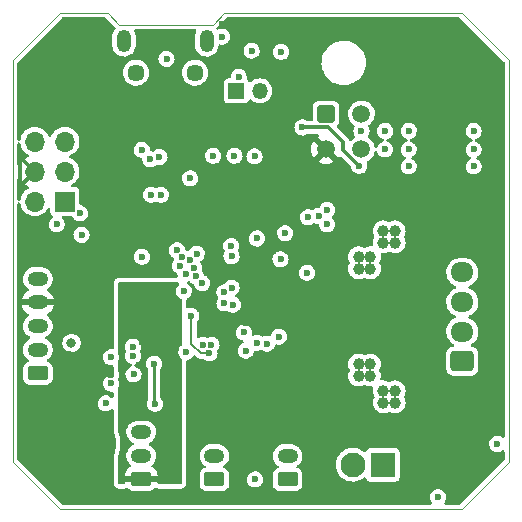
<source format=gbr>
G04 #@! TF.GenerationSoftware,KiCad,Pcbnew,(6.0.5)*
G04 #@! TF.CreationDate,2022-09-26T13:26:44+02:00*
G04 #@! TF.ProjectId,Huvud,48757675-642e-46b6-9963-61645f706362,rev?*
G04 #@! TF.SameCoordinates,PXad91980PY876bf80*
G04 #@! TF.FileFunction,Copper,L2,Inr*
G04 #@! TF.FilePolarity,Positive*
%FSLAX46Y46*%
G04 Gerber Fmt 4.6, Leading zero omitted, Abs format (unit mm)*
G04 Created by KiCad (PCBNEW (6.0.5)) date 2022-09-26 13:26:44*
%MOMM*%
%LPD*%
G01*
G04 APERTURE LIST*
G04 Aperture macros list*
%AMRoundRect*
0 Rectangle with rounded corners*
0 $1 Rounding radius*
0 $2 $3 $4 $5 $6 $7 $8 $9 X,Y pos of 4 corners*
0 Add a 4 corners polygon primitive as box body*
4,1,4,$2,$3,$4,$5,$6,$7,$8,$9,$2,$3,0*
0 Add four circle primitives for the rounded corners*
1,1,$1+$1,$2,$3*
1,1,$1+$1,$4,$5*
1,1,$1+$1,$6,$7*
1,1,$1+$1,$8,$9*
0 Add four rect primitives between the rounded corners*
20,1,$1+$1,$2,$3,$4,$5,0*
20,1,$1+$1,$4,$5,$6,$7,0*
20,1,$1+$1,$6,$7,$8,$9,0*
20,1,$1+$1,$8,$9,$2,$3,0*%
G04 Aperture macros list end*
G04 #@! TA.AperFunction,Profile*
%ADD10C,0.100000*%
G04 #@! TD*
G04 #@! TA.AperFunction,Profile*
%ADD11C,0.050000*%
G04 #@! TD*
G04 #@! TA.AperFunction,ComponentPad*
%ADD12RoundRect,0.250000X0.625000X-0.350000X0.625000X0.350000X-0.625000X0.350000X-0.625000X-0.350000X0*%
G04 #@! TD*
G04 #@! TA.AperFunction,ComponentPad*
%ADD13O,1.750000X1.200000*%
G04 #@! TD*
G04 #@! TA.AperFunction,ComponentPad*
%ADD14C,6.400000*%
G04 #@! TD*
G04 #@! TA.AperFunction,ComponentPad*
%ADD15C,0.800000*%
G04 #@! TD*
G04 #@! TA.AperFunction,ComponentPad*
%ADD16O,1.200000X1.900000*%
G04 #@! TD*
G04 #@! TA.AperFunction,ComponentPad*
%ADD17C,1.450000*%
G04 #@! TD*
G04 #@! TA.AperFunction,ComponentPad*
%ADD18R,1.700000X1.700000*%
G04 #@! TD*
G04 #@! TA.AperFunction,ComponentPad*
%ADD19O,1.700000X1.700000*%
G04 #@! TD*
G04 #@! TA.AperFunction,ComponentPad*
%ADD20R,2.100000X2.100000*%
G04 #@! TD*
G04 #@! TA.AperFunction,ComponentPad*
%ADD21C,2.100000*%
G04 #@! TD*
G04 #@! TA.AperFunction,ComponentPad*
%ADD22RoundRect,0.250000X0.725000X-0.600000X0.725000X0.600000X-0.725000X0.600000X-0.725000X-0.600000X0*%
G04 #@! TD*
G04 #@! TA.AperFunction,ComponentPad*
%ADD23O,1.950000X1.700000*%
G04 #@! TD*
G04 #@! TA.AperFunction,ComponentPad*
%ADD24RoundRect,0.250001X-0.499999X-0.499999X0.499999X-0.499999X0.499999X0.499999X-0.499999X0.499999X0*%
G04 #@! TD*
G04 #@! TA.AperFunction,ComponentPad*
%ADD25C,1.500000*%
G04 #@! TD*
G04 #@! TA.AperFunction,ComponentPad*
%ADD26R,1.350000X1.350000*%
G04 #@! TD*
G04 #@! TA.AperFunction,ComponentPad*
%ADD27O,1.350000X1.350000*%
G04 #@! TD*
G04 #@! TA.AperFunction,ViaPad*
%ADD28C,0.600000*%
G04 #@! TD*
G04 #@! TA.AperFunction,ViaPad*
%ADD29C,1.000000*%
G04 #@! TD*
G04 #@! TA.AperFunction,ViaPad*
%ADD30C,0.800000*%
G04 #@! TD*
G04 #@! TA.AperFunction,Conductor*
%ADD31C,0.350000*%
G04 #@! TD*
G04 #@! TA.AperFunction,Conductor*
%ADD32C,0.250000*%
G04 #@! TD*
G04 #@! TA.AperFunction,Conductor*
%ADD33C,0.200000*%
G04 #@! TD*
G04 #@! TA.AperFunction,Conductor*
%ADD34C,0.300000*%
G04 #@! TD*
G04 APERTURE END LIST*
D10*
X42000000Y38000000D02*
X42000000Y4000000D01*
D11*
X4000000Y42000000D02*
X8000000Y42000000D01*
X17900000Y42000000D02*
X38000000Y42000000D01*
D10*
X9000000Y41000000D02*
X8000000Y42000000D01*
D11*
X4000000Y0D02*
X0Y4000000D01*
X38000000Y42000000D02*
X42000000Y38000000D01*
D10*
X17900000Y42000000D02*
X16900000Y41000000D01*
X16900000Y41000000D02*
X9000000Y41000000D01*
D11*
X0Y38000000D02*
X4000000Y42000000D01*
D10*
X0Y4000000D02*
X0Y38000000D01*
D11*
X38000000Y0D02*
X42000000Y4000000D01*
D10*
X38000000Y0D02*
X4000000Y0D01*
D12*
X2100000Y11500000D03*
D13*
X2100000Y13500000D03*
X2100000Y15500000D03*
X2100000Y17500000D03*
X2100000Y19500000D03*
D12*
X23250000Y2500000D03*
D13*
X23250000Y4500000D03*
D14*
X36500000Y36500000D03*
D15*
X38900000Y36500000D03*
X34802944Y34802944D03*
X38197056Y34802944D03*
X36500000Y38900000D03*
X38197056Y38197056D03*
X36500000Y34100000D03*
X34100000Y36500000D03*
X34802944Y38197056D03*
X36500000Y7900000D03*
X34802944Y3802944D03*
X36500000Y3100000D03*
X34100000Y5500000D03*
X38197056Y7197056D03*
X38197056Y3802944D03*
D14*
X36500000Y5500000D03*
D15*
X34802944Y7197056D03*
X38900000Y5500000D03*
D12*
X10850000Y2500000D03*
D13*
X10850000Y4500000D03*
X10850000Y6500000D03*
D16*
X9400000Y39637500D03*
D17*
X10400000Y36937500D03*
D16*
X16400000Y39637500D03*
D17*
X15400000Y36937500D03*
D15*
X7900000Y5500000D03*
X5500000Y7900000D03*
X7197056Y3802944D03*
X3100000Y5500000D03*
X7197056Y7197056D03*
X3802944Y3802944D03*
D14*
X5500000Y5500000D03*
D15*
X3802944Y7197056D03*
X5500000Y3100000D03*
D18*
X4388500Y26024000D03*
D19*
X1848500Y26024000D03*
X4388500Y28564000D03*
X1848500Y28564000D03*
X4388500Y31104000D03*
X1848500Y31104000D03*
D15*
X7197056Y34802944D03*
X5500000Y34100000D03*
X3100000Y36500000D03*
D14*
X5500000Y36500000D03*
D15*
X3802944Y34802944D03*
X7197056Y38197056D03*
X7900000Y36500000D03*
X5500000Y38900000D03*
X3802944Y38197056D03*
D12*
X17050000Y2500000D03*
D13*
X17050000Y4500000D03*
D20*
X31300000Y3750000D03*
D21*
X28760000Y3750000D03*
D22*
X38038500Y12524000D03*
D23*
X38038500Y15024000D03*
X38038500Y17524000D03*
X38038500Y20024000D03*
D24*
X26500000Y33450000D03*
D25*
X29500000Y33450000D03*
X26500000Y30450000D03*
X29500000Y30450000D03*
D26*
X18900000Y35400000D03*
D27*
X20900000Y35400000D03*
D28*
X10900000Y14100000D03*
X13700000Y2600000D03*
X13800000Y7950000D03*
X10698500Y12150000D03*
X9400000Y8150000D03*
X10912552Y18768900D03*
X13800000Y12150000D03*
X26900000Y17900000D03*
X27900000Y17900000D03*
X28900000Y17900000D03*
X29900000Y17900000D03*
X26900000Y16900000D03*
X27900000Y16900000D03*
X28900000Y16900000D03*
X29900000Y16900000D03*
X26900000Y15900000D03*
X27900000Y15900000D03*
X28900000Y15900000D03*
X29900000Y15900000D03*
X27900000Y14900000D03*
X28900000Y14900000D03*
X29900000Y14900000D03*
X1100000Y21200000D03*
X26900000Y14900000D03*
X23350000Y9450000D03*
X8299989Y11350000D03*
X18550002Y10000000D03*
X22800000Y41100000D03*
X24100000Y22300000D03*
X5500000Y1000000D03*
X14000000Y1000000D03*
X1100000Y36500000D03*
X9881660Y21908710D03*
X5900000Y22034010D03*
X28350000Y22100000D03*
X35150000Y25050000D03*
X18450000Y12150000D03*
X36000000Y22000000D03*
X28900000Y23800000D03*
X23454012Y18450000D03*
X35150000Y23850000D03*
X17199958Y37152010D03*
X29400000Y35300000D03*
X12750000Y22900000D03*
X22954021Y16800000D03*
X28150000Y9050000D03*
X8300000Y33900000D03*
X23350000Y10350000D03*
X36000000Y10100000D03*
X23299988Y33600012D03*
X23900000Y39200000D03*
X22750000Y10350000D03*
X4700000Y13100000D03*
X35200000Y10800000D03*
X19700000Y22800000D03*
X36500000Y41000000D03*
X28216421Y23816421D03*
X19736659Y15786659D03*
X28900000Y9075000D03*
X37550000Y25050000D03*
X4100000Y9350000D03*
X35200000Y10100000D03*
X36000000Y10800000D03*
X17700000Y41100000D03*
X26100000Y14100000D03*
X20200000Y33150000D03*
X22750000Y11250000D03*
X28100002Y10725000D03*
X19150000Y12050000D03*
X18500000Y9400000D03*
X4700000Y12200000D03*
X22250000Y33150000D03*
X23950000Y35650000D03*
X19300000Y11350000D03*
X36000000Y22700000D03*
X37550000Y26150000D03*
X7750000Y40800000D03*
X7850000Y15050000D03*
X14950000Y6150000D03*
X5000000Y20500000D03*
X18249990Y10550000D03*
X19900000Y25950000D03*
X35300000Y22700000D03*
X10100000Y27900000D03*
X5200000Y10400000D03*
X16000000Y27500000D03*
X17500000Y25600000D03*
X33100000Y28100000D03*
X26100000Y18600000D03*
X23950000Y11250000D03*
X35150000Y26150000D03*
X1000000Y5500000D03*
X22150000Y25350000D03*
X8396116Y26396116D03*
X22750000Y9454010D03*
X18200000Y33150000D03*
X23350000Y11250000D03*
X2950000Y21700000D03*
X12900000Y33000000D03*
X20500000Y4840000D03*
X35300000Y22000000D03*
X29400000Y41000000D03*
X5500000Y40800000D03*
X37550000Y23850000D03*
X4800000Y16300000D03*
X41000000Y36500000D03*
D29*
X32350000Y23550000D03*
X32350000Y22550000D03*
X31350000Y22550000D03*
X31350000Y10000000D03*
X32350000Y10000000D03*
X31350000Y9000000D03*
X32350000Y9000000D03*
X31350000Y23550000D03*
D28*
X24980000Y24705000D03*
X31500000Y32000000D03*
X41000000Y5500000D03*
X25900000Y24800000D03*
X33500000Y29000000D03*
X39000000Y32000000D03*
X33500000Y32000000D03*
X39000000Y30450000D03*
X39000000Y29000000D03*
X26600000Y25325000D03*
X24900000Y20000036D03*
X26600000Y24100000D03*
X20500000Y2500000D03*
X31500000Y30450000D03*
X36000000Y1000000D03*
X33500000Y30450000D03*
X29500000Y32000000D03*
X11700000Y26600000D03*
D30*
X4950000Y14050000D03*
D28*
X12500000Y26600000D03*
X22500000Y14600000D03*
X22650000Y21150000D03*
X10900000Y30400000D03*
X19549990Y14950000D03*
X14672990Y13300000D03*
X20650000Y22900000D03*
X12000000Y8900000D03*
X7842153Y8937575D03*
X11950000Y12300000D03*
X15100000Y16350000D03*
X16632180Y13192623D03*
X21500000Y14000000D03*
X18481590Y22254184D03*
X18500000Y21400000D03*
X20663082Y14062188D03*
X15550000Y21600000D03*
X14994133Y21066335D03*
X14311032Y21315173D03*
X15486103Y19711740D03*
X12400000Y29800000D03*
X11623496Y29610224D03*
X15330788Y20421967D03*
X13892980Y21909966D03*
X5660325Y25029427D03*
X19700006Y13400000D03*
X18500000Y18750000D03*
X14145112Y20600193D03*
X29300002Y29050000D03*
X24500000Y32300000D03*
X19100000Y36600000D03*
X16022648Y19122657D03*
X3691484Y24095147D03*
X14450000Y18450000D03*
X10900000Y21350000D03*
X5800000Y23200000D03*
X14602815Y19919705D03*
X8300000Y12850000D03*
X18619705Y17297185D03*
X10150000Y12950000D03*
X17900000Y17400000D03*
X16800000Y13900000D03*
X8299989Y10623497D03*
X10150000Y13750000D03*
X17895090Y18346727D03*
X10201500Y11400000D03*
X16072987Y13900000D03*
X20450000Y29850000D03*
X18750000Y29900000D03*
X23050000Y23350000D03*
X16950000Y29900000D03*
X15000000Y28000000D03*
X20200000Y38800000D03*
X22700000Y38700000D03*
X12995843Y38100000D03*
X17700000Y40000000D03*
D29*
X30250000Y12250000D03*
X29250000Y12250000D03*
X30250000Y11250000D03*
X29250000Y11250000D03*
X30250000Y20350000D03*
X29250000Y20350000D03*
X30250000Y21350000D03*
X29250000Y21350000D03*
D31*
X1848500Y28564000D02*
X600000Y27315500D01*
X600000Y29812500D02*
X600000Y27315500D01*
X1848500Y28564000D02*
X600000Y29812500D01*
D32*
X12000000Y8900000D02*
X11950000Y8950000D01*
X11950000Y8950000D02*
X11950000Y12300000D01*
D33*
X15100000Y16350000D02*
X15100000Y14000000D01*
X15907377Y13192623D02*
X16632180Y13192623D01*
X15100000Y14000000D02*
X15907377Y13192623D01*
D34*
X27950000Y31050000D02*
X26700000Y32300000D01*
X29300002Y29050000D02*
X27950000Y30400002D01*
X26700000Y32300000D02*
X24924264Y32300000D01*
X27950000Y30400002D02*
X27950000Y31050000D01*
X24924264Y32300000D02*
X24500000Y32300000D01*
G04 #@! TA.AperFunction,Conductor*
G36*
X14009570Y19179998D02*
G01*
X14056063Y19126342D01*
X14066167Y19056068D01*
X14036673Y18991488D01*
X14024280Y18979053D01*
X13942073Y18907339D01*
X13847644Y18772980D01*
X13787990Y18619975D01*
X13786999Y18612448D01*
X13767545Y18464688D01*
X13767545Y18464684D01*
X13766554Y18457157D01*
X13784575Y18293926D01*
X13787184Y18286795D01*
X13787185Y18286793D01*
X13809334Y18226269D01*
X13841012Y18139705D01*
X13845249Y18133399D01*
X13845251Y18133396D01*
X13887490Y18070539D01*
X13932607Y18003398D01*
X13938225Y17998286D01*
X14048450Y17897988D01*
X14048454Y17897985D01*
X14054071Y17892874D01*
X14060744Y17889251D01*
X14060748Y17889248D01*
X14191716Y17818139D01*
X14191718Y17818138D01*
X14198393Y17814514D01*
X14205739Y17812587D01*
X14205746Y17812584D01*
X14205980Y17812523D01*
X14206131Y17812432D01*
X14212804Y17809790D01*
X14212363Y17808677D01*
X14266793Y17775886D01*
X14298145Y17712187D01*
X14300000Y17690649D01*
X14300000Y13932341D01*
X14279998Y13864220D01*
X14256833Y13837395D01*
X14165063Y13757339D01*
X14070634Y13622980D01*
X14010980Y13469975D01*
X14009989Y13462448D01*
X13990535Y13314688D01*
X13990535Y13314684D01*
X13989544Y13307157D01*
X13994099Y13265900D01*
X14005056Y13166655D01*
X14007565Y13143926D01*
X14010174Y13136795D01*
X14010175Y13136793D01*
X14016271Y13120136D01*
X14064002Y12989705D01*
X14068239Y12983399D01*
X14068241Y12983396D01*
X14103046Y12931602D01*
X14155597Y12853398D01*
X14161215Y12848286D01*
X14258800Y12759490D01*
X14295722Y12698850D01*
X14300000Y12666297D01*
X14300000Y6374473D01*
X14292474Y6334452D01*
X14292638Y6334410D01*
X14291997Y6331912D01*
X14291393Y6328704D01*
X14287990Y6319975D01*
X14286999Y6312448D01*
X14267545Y6164688D01*
X14267545Y6164684D01*
X14266554Y6157157D01*
X14275564Y6075542D01*
X14276903Y6063422D01*
X14284575Y5993926D01*
X14287185Y5986793D01*
X14287186Y5986790D01*
X14292326Y5972744D01*
X14300000Y5929444D01*
X14300000Y2226000D01*
X14279998Y2157879D01*
X14226342Y2111386D01*
X14174000Y2100000D01*
X12359000Y2100000D01*
X12290879Y2120002D01*
X12244386Y2173658D01*
X12233000Y2226000D01*
X12233000Y2227885D01*
X12228525Y2243124D01*
X12227135Y2244329D01*
X12219452Y2246000D01*
X9485116Y2246000D01*
X9469877Y2241525D01*
X9468672Y2240135D01*
X9467001Y2232452D01*
X9467001Y2226000D01*
X9446999Y2157879D01*
X9393343Y2111386D01*
X9341001Y2100000D01*
X9026000Y2100000D01*
X8957879Y2120002D01*
X8911386Y2173658D01*
X8900000Y2226000D01*
X8900000Y2772115D01*
X9467000Y2772115D01*
X9471475Y2756876D01*
X9472865Y2755671D01*
X9480548Y2754000D01*
X12214884Y2754000D01*
X12230123Y2758475D01*
X12231328Y2759865D01*
X12232999Y2767548D01*
X12232999Y2897095D01*
X12232662Y2903614D01*
X12222743Y2999206D01*
X12219851Y3012600D01*
X12168412Y3166784D01*
X12162239Y3179962D01*
X12076937Y3317807D01*
X12067901Y3329208D01*
X11953171Y3443739D01*
X11941760Y3452751D01*
X11803758Y3537816D01*
X11788118Y3545109D01*
X11734833Y3592026D01*
X11715372Y3660303D01*
X11735914Y3728263D01*
X11759371Y3754972D01*
X11765356Y3760101D01*
X11837256Y3821727D01*
X11894291Y3895256D01*
X11955182Y3973756D01*
X11955184Y3973759D01*
X11959094Y3978800D01*
X12000734Y4063422D01*
X12044041Y4151434D01*
X12046860Y4157163D01*
X12096968Y4349531D01*
X12107372Y4548046D01*
X12077646Y4744598D01*
X12009005Y4931158D01*
X12005647Y4936574D01*
X12005645Y4936578D01*
X11907616Y5094683D01*
X11907613Y5094687D01*
X11904253Y5100106D01*
X11767669Y5244539D01*
X11604832Y5358559D01*
X11598972Y5361095D01*
X11598970Y5361096D01*
X11547419Y5383404D01*
X11492844Y5428815D01*
X11471484Y5496522D01*
X11490120Y5565029D01*
X11536373Y5609243D01*
X11601066Y5645103D01*
X11686323Y5692362D01*
X11837256Y5821727D01*
X11841165Y5826766D01*
X11955182Y5973756D01*
X11955184Y5973759D01*
X11959094Y5978800D01*
X12000734Y6063422D01*
X12044041Y6151434D01*
X12046860Y6157163D01*
X12096968Y6349531D01*
X12102670Y6458336D01*
X12107038Y6541664D01*
X12107038Y6541669D01*
X12107372Y6548046D01*
X12077646Y6744598D01*
X12009005Y6931158D01*
X12005647Y6936574D01*
X12005645Y6936578D01*
X11907616Y7094683D01*
X11907613Y7094687D01*
X11904253Y7100106D01*
X11767669Y7244539D01*
X11604832Y7358559D01*
X11422395Y7437507D01*
X11227809Y7478158D01*
X11222967Y7478412D01*
X11222962Y7478412D01*
X11221283Y7478500D01*
X10525324Y7478500D01*
X10451826Y7471034D01*
X10383580Y7464102D01*
X10383579Y7464102D01*
X10377231Y7463457D01*
X10187540Y7404012D01*
X10013677Y7307638D01*
X9862744Y7178273D01*
X9858837Y7173236D01*
X9858835Y7173234D01*
X9744818Y7026244D01*
X9744816Y7026241D01*
X9740906Y7021200D01*
X9738088Y7015474D01*
X9738086Y7015470D01*
X9693654Y6925172D01*
X9653140Y6842837D01*
X9603032Y6650469D01*
X9592628Y6451954D01*
X9622354Y6255402D01*
X9690995Y6068842D01*
X9694353Y6063426D01*
X9694355Y6063422D01*
X9792384Y5905317D01*
X9792387Y5905313D01*
X9795747Y5899894D01*
X9932331Y5755461D01*
X10095168Y5641441D01*
X10101028Y5638905D01*
X10101030Y5638904D01*
X10152581Y5616596D01*
X10207156Y5571185D01*
X10228516Y5503478D01*
X10209880Y5434971D01*
X10163627Y5390757D01*
X10013677Y5307638D01*
X9862744Y5178273D01*
X9858837Y5173236D01*
X9858835Y5173234D01*
X9744818Y5026244D01*
X9744816Y5026241D01*
X9740906Y5021200D01*
X9738088Y5015474D01*
X9738086Y5015470D01*
X9693654Y4925172D01*
X9653140Y4842837D01*
X9603032Y4650469D01*
X9592628Y4451954D01*
X9622354Y4255402D01*
X9690995Y4068842D01*
X9694353Y4063426D01*
X9694355Y4063422D01*
X9792384Y3905317D01*
X9792387Y3905313D01*
X9795747Y3899894D01*
X9932331Y3755461D01*
X9936765Y3752356D01*
X9975072Y3692994D01*
X9975206Y3621998D01*
X9936934Y3562200D01*
X9907695Y3543169D01*
X9895044Y3537243D01*
X9757193Y3451937D01*
X9745792Y3442901D01*
X9631261Y3328171D01*
X9622249Y3316760D01*
X9537184Y3178757D01*
X9531037Y3165576D01*
X9479862Y3011290D01*
X9476995Y2997914D01*
X9467328Y2903562D01*
X9467000Y2897145D01*
X9467000Y2772115D01*
X8900000Y2772115D01*
X8900000Y4348565D01*
X8906167Y4387501D01*
X8906847Y4389593D01*
X8908026Y4392665D01*
X9005105Y4754967D01*
X9059770Y5100106D01*
X9063267Y5122184D01*
X9063268Y5122192D01*
X9063781Y5125432D01*
X9083411Y5500000D01*
X9063781Y5874568D01*
X9060505Y5895256D01*
X9020157Y6150000D01*
X9005105Y6245033D01*
X8908026Y6607335D01*
X8906847Y6610407D01*
X8906167Y6612499D01*
X8900000Y6651435D01*
X8900000Y10272513D01*
X8909092Y10319507D01*
X8960183Y10446599D01*
X8983322Y10609183D01*
X8983472Y10623497D01*
X8963743Y10786531D01*
X8908134Y10933695D01*
X8900000Y10978233D01*
X8900000Y10999016D01*
X8909092Y11046010D01*
X8960183Y11173102D01*
X8983322Y11335686D01*
X8983472Y11350000D01*
X8978655Y11389811D01*
X8964655Y11505494D01*
X8963743Y11513034D01*
X8908134Y11660198D01*
X8900000Y11704736D01*
X8900000Y12498988D01*
X8909093Y12545984D01*
X8957360Y12666052D01*
X8957360Y12666053D01*
X8960194Y12673102D01*
X8983333Y12835686D01*
X8983483Y12850000D01*
X8970516Y12957157D01*
X9466554Y12957157D01*
X9475565Y12875541D01*
X9480416Y12831602D01*
X9484575Y12793926D01*
X9487184Y12786795D01*
X9487185Y12786793D01*
X9500238Y12751125D01*
X9541012Y12639705D01*
X9545249Y12633399D01*
X9545251Y12633396D01*
X9554078Y12620261D01*
X9632607Y12503398D01*
X9638225Y12498286D01*
X9748450Y12397988D01*
X9748454Y12397985D01*
X9754071Y12392874D01*
X9760744Y12389251D01*
X9760748Y12389248D01*
X9891720Y12318137D01*
X9898393Y12314514D01*
X9905734Y12312588D01*
X9905737Y12312587D01*
X9938115Y12304093D01*
X9989331Y12290657D01*
X10050146Y12254024D01*
X10081502Y12190326D01*
X10073443Y12119789D01*
X10028528Y12064806D01*
X9986775Y12046263D01*
X9970646Y12042390D01*
X9963257Y12040616D01*
X9817326Y11965296D01*
X9811606Y11960306D01*
X9811603Y11960304D01*
X9699298Y11862334D01*
X9699295Y11862331D01*
X9693573Y11857339D01*
X9599144Y11722980D01*
X9539490Y11569975D01*
X9538499Y11562448D01*
X9519045Y11414688D01*
X9519045Y11414684D01*
X9518054Y11407157D01*
X9536075Y11243926D01*
X9538684Y11236795D01*
X9538685Y11236793D01*
X9546275Y11216052D01*
X9592512Y11089705D01*
X9596749Y11083399D01*
X9596751Y11083396D01*
X9609406Y11064564D01*
X9684107Y10953398D01*
X9689725Y10948286D01*
X9799950Y10847988D01*
X9799954Y10847985D01*
X9805571Y10842874D01*
X9812244Y10839251D01*
X9812248Y10839248D01*
X9943220Y10768137D01*
X9949893Y10764514D01*
X10108741Y10722841D01*
X10193783Y10721505D01*
X10265345Y10720380D01*
X10265348Y10720380D01*
X10272943Y10720261D01*
X10433022Y10756924D01*
X10579734Y10830712D01*
X10704610Y10937367D01*
X10800441Y11070730D01*
X10861694Y11223102D01*
X10884833Y11385686D01*
X10884983Y11400000D01*
X10865254Y11563034D01*
X10807205Y11716655D01*
X10748552Y11801995D01*
X10718490Y11845736D01*
X10718489Y11845737D01*
X10714188Y11851995D01*
X10700043Y11864598D01*
X10597244Y11956190D01*
X10597240Y11956193D01*
X10591573Y11961242D01*
X10465310Y12028094D01*
X10453147Y12034534D01*
X10453146Y12034534D01*
X10446438Y12038086D01*
X10364663Y12058627D01*
X10303468Y12094623D01*
X10271448Y12157988D01*
X10278769Y12228607D01*
X10323107Y12284056D01*
X10367233Y12303651D01*
X10374115Y12305227D01*
X10374119Y12305229D01*
X10381522Y12306924D01*
X10381985Y12307157D01*
X11266554Y12307157D01*
X11272420Y12254024D01*
X11283023Y12157988D01*
X11284575Y12143926D01*
X11287184Y12136795D01*
X11287185Y12136793D01*
X11293408Y12119789D01*
X11341012Y11989705D01*
X11345249Y11983399D01*
X11345251Y11983396D01*
X11425081Y11864598D01*
X11446500Y11794322D01*
X11446500Y9332344D01*
X11423587Y9259893D01*
X11397644Y9222980D01*
X11337990Y9069975D01*
X11336999Y9062448D01*
X11317545Y8914688D01*
X11317545Y8914684D01*
X11316554Y8907157D01*
X11334575Y8743926D01*
X11337184Y8736795D01*
X11337185Y8736793D01*
X11344775Y8716052D01*
X11391012Y8589705D01*
X11395249Y8583399D01*
X11395251Y8583396D01*
X11407906Y8564564D01*
X11482607Y8453398D01*
X11488225Y8448286D01*
X11598450Y8347988D01*
X11598454Y8347985D01*
X11604071Y8342874D01*
X11610744Y8339251D01*
X11610748Y8339248D01*
X11741720Y8268137D01*
X11748393Y8264514D01*
X11907241Y8222841D01*
X11992283Y8221505D01*
X12063845Y8220380D01*
X12063848Y8220380D01*
X12071443Y8220261D01*
X12231522Y8256924D01*
X12378234Y8330712D01*
X12503110Y8437367D01*
X12598941Y8570730D01*
X12660194Y8723102D01*
X12683333Y8885686D01*
X12683483Y8900000D01*
X12663754Y9063034D01*
X12605705Y9216655D01*
X12575988Y9259893D01*
X12516990Y9345736D01*
X12516989Y9345737D01*
X12512688Y9351995D01*
X12495679Y9367150D01*
X12458125Y9427399D01*
X12453500Y9461224D01*
X12453500Y11797335D01*
X12477176Y11870859D01*
X12548941Y11970730D01*
X12610194Y12123102D01*
X12633333Y12285686D01*
X12633483Y12300000D01*
X12632851Y12305227D01*
X12623119Y12385643D01*
X12613754Y12463034D01*
X12555705Y12616655D01*
X12499214Y12698850D01*
X12466990Y12745736D01*
X12466989Y12745737D01*
X12462688Y12751995D01*
X12446911Y12766052D01*
X12345744Y12856190D01*
X12345740Y12856193D01*
X12340073Y12861242D01*
X12228753Y12920182D01*
X12201647Y12934534D01*
X12201646Y12934534D01*
X12194938Y12938086D01*
X12035663Y12978094D01*
X12028065Y12978134D01*
X12028063Y12978134D01*
X11957307Y12978504D01*
X11871442Y12978953D01*
X11864063Y12977181D01*
X11864059Y12977181D01*
X11780655Y12957157D01*
X11711757Y12940616D01*
X11565826Y12865296D01*
X11560106Y12860306D01*
X11560103Y12860304D01*
X11447798Y12762334D01*
X11447795Y12762331D01*
X11442073Y12757339D01*
X11431907Y12742874D01*
X11359399Y12639705D01*
X11347644Y12622980D01*
X11287990Y12469975D01*
X11286999Y12462448D01*
X11267545Y12314688D01*
X11267545Y12314684D01*
X11266554Y12307157D01*
X10381985Y12307157D01*
X10528234Y12380712D01*
X10653110Y12487367D01*
X10748941Y12620730D01*
X10767161Y12666052D01*
X10807360Y12766052D01*
X10807360Y12766053D01*
X10810194Y12773102D01*
X10833333Y12935686D01*
X10833483Y12950000D01*
X10830975Y12970730D01*
X10814666Y13105494D01*
X10813754Y13113034D01*
X10755705Y13266655D01*
X10748299Y13277430D01*
X10726199Y13344897D01*
X10741724Y13409497D01*
X10744507Y13414559D01*
X10748941Y13420730D01*
X10810194Y13573102D01*
X10833333Y13735686D01*
X10833483Y13750000D01*
X10813754Y13913034D01*
X10755705Y14066655D01*
X10662688Y14201995D01*
X10651084Y14212334D01*
X10545744Y14306190D01*
X10545740Y14306193D01*
X10540073Y14311242D01*
X10394938Y14388086D01*
X10235663Y14428094D01*
X10228065Y14428134D01*
X10228063Y14428134D01*
X10157307Y14428504D01*
X10071442Y14428953D01*
X10064063Y14427181D01*
X10064059Y14427181D01*
X9963654Y14403075D01*
X9911757Y14390616D01*
X9765826Y14315296D01*
X9760106Y14310306D01*
X9760103Y14310304D01*
X9647798Y14212334D01*
X9647795Y14212331D01*
X9642073Y14207339D01*
X9547644Y14072980D01*
X9487990Y13919975D01*
X9486999Y13912448D01*
X9467545Y13764688D01*
X9467545Y13764684D01*
X9466554Y13757157D01*
X9475565Y13675541D01*
X9482066Y13616655D01*
X9484575Y13593926D01*
X9487184Y13586795D01*
X9487185Y13586793D01*
X9494775Y13566052D01*
X9541012Y13439705D01*
X9545249Y13433399D01*
X9545251Y13433396D01*
X9553228Y13421525D01*
X9574620Y13353828D01*
X9556016Y13285312D01*
X9552096Y13279352D01*
X9552011Y13279194D01*
X9547644Y13272980D01*
X9487990Y13119975D01*
X9486999Y13112448D01*
X9467545Y12964688D01*
X9467545Y12964684D01*
X9466554Y12957157D01*
X8970516Y12957157D01*
X8963754Y13013034D01*
X8908134Y13160227D01*
X8900000Y13204765D01*
X8900000Y19074000D01*
X8920002Y19142121D01*
X8973658Y19188614D01*
X9026000Y19200000D01*
X13941449Y19200000D01*
X14009570Y19179998D01*
G37*
G04 #@! TD.AperFunction*
G04 #@! TA.AperFunction,Conductor*
G36*
X7859151Y41601498D02*
G01*
X7880125Y41584595D01*
X8656095Y40808625D01*
X8690121Y40746313D01*
X8685056Y40675498D01*
X8662381Y40637198D01*
X8660102Y40634557D01*
X8655461Y40630169D01*
X8541441Y40467332D01*
X8462493Y40284895D01*
X8421842Y40090309D01*
X8421500Y40083783D01*
X8421500Y39237824D01*
X8436543Y39089731D01*
X8495988Y38900040D01*
X8592362Y38726177D01*
X8721727Y38575244D01*
X8726764Y38571337D01*
X8726766Y38571335D01*
X8873756Y38457318D01*
X8873759Y38457316D01*
X8878800Y38453406D01*
X8884526Y38450588D01*
X8884530Y38450586D01*
X9021078Y38383396D01*
X9057163Y38365640D01*
X9249531Y38315532D01*
X9337272Y38310934D01*
X9441664Y38305462D01*
X9441669Y38305462D01*
X9448046Y38305128D01*
X9644598Y38334854D01*
X9831158Y38403495D01*
X9836574Y38406853D01*
X9836578Y38406855D01*
X9994683Y38504884D01*
X9994687Y38504887D01*
X10000106Y38508247D01*
X10057301Y38562334D01*
X10139898Y38640442D01*
X10139899Y38640443D01*
X10144539Y38644831D01*
X10258559Y38807668D01*
X10337507Y38990105D01*
X10378158Y39184691D01*
X10378500Y39191217D01*
X10378500Y40037176D01*
X10371034Y40110674D01*
X10364102Y40178920D01*
X10364102Y40178921D01*
X10363457Y40185269D01*
X10304012Y40374960D01*
X10271056Y40434414D01*
X10255525Y40503691D01*
X10279913Y40570367D01*
X10336477Y40613274D01*
X10381258Y40621500D01*
X15416339Y40621500D01*
X15484460Y40601498D01*
X15530953Y40547842D01*
X15541057Y40477568D01*
X15531977Y40445461D01*
X15462493Y40284895D01*
X15421842Y40090309D01*
X15421500Y40083783D01*
X15421500Y39237824D01*
X15436543Y39089731D01*
X15495988Y38900040D01*
X15592362Y38726177D01*
X15721727Y38575244D01*
X15726764Y38571337D01*
X15726766Y38571335D01*
X15873756Y38457318D01*
X15873759Y38457316D01*
X15878800Y38453406D01*
X15884526Y38450588D01*
X15884530Y38450586D01*
X16021078Y38383396D01*
X16057163Y38365640D01*
X16249531Y38315532D01*
X16337272Y38310934D01*
X16441664Y38305462D01*
X16441669Y38305462D01*
X16448046Y38305128D01*
X16644598Y38334854D01*
X16831158Y38403495D01*
X16836574Y38406853D01*
X16836578Y38406855D01*
X16994683Y38504884D01*
X16994687Y38504887D01*
X17000106Y38508247D01*
X17057301Y38562334D01*
X17139898Y38640442D01*
X17139899Y38640443D01*
X17144539Y38644831D01*
X17258201Y38807157D01*
X19516554Y38807157D01*
X19524180Y38738086D01*
X19532767Y38660304D01*
X19534575Y38643926D01*
X19537184Y38636795D01*
X19537185Y38636793D01*
X19544775Y38616052D01*
X19591012Y38489705D01*
X19595249Y38483399D01*
X19595251Y38483396D01*
X19607906Y38464564D01*
X19682607Y38353398D01*
X19688225Y38348286D01*
X19798450Y38247988D01*
X19798454Y38247985D01*
X19804071Y38242874D01*
X19810744Y38239251D01*
X19810748Y38239248D01*
X19926778Y38176250D01*
X19948393Y38164514D01*
X20107241Y38122841D01*
X20192283Y38121505D01*
X20263845Y38120380D01*
X20263848Y38120380D01*
X20271443Y38120261D01*
X20431522Y38156924D01*
X20578234Y38230712D01*
X20703110Y38337367D01*
X20798941Y38470730D01*
X20817161Y38516052D01*
X20857360Y38616052D01*
X20857360Y38616053D01*
X20860194Y38623102D01*
X20872157Y38707157D01*
X22016554Y38707157D01*
X22025564Y38625542D01*
X22032543Y38562334D01*
X22034575Y38543926D01*
X22037184Y38536795D01*
X22037185Y38536793D01*
X22047632Y38508247D01*
X22091012Y38389705D01*
X22095249Y38383399D01*
X22095251Y38383396D01*
X22128512Y38333899D01*
X22182607Y38253398D01*
X22188225Y38248286D01*
X22298450Y38147988D01*
X22298454Y38147985D01*
X22304071Y38142874D01*
X22310744Y38139251D01*
X22310748Y38139248D01*
X22441720Y38068137D01*
X22448393Y38064514D01*
X22607241Y38022841D01*
X22692283Y38021505D01*
X22763845Y38020380D01*
X22763848Y38020380D01*
X22771443Y38020261D01*
X22931522Y38056924D01*
X23078234Y38130712D01*
X23183536Y38220649D01*
X23197338Y38232437D01*
X23197339Y38232438D01*
X23203110Y38237367D01*
X23298941Y38370730D01*
X23311228Y38401293D01*
X23357360Y38516052D01*
X23357360Y38516053D01*
X23360194Y38523102D01*
X23383333Y38685686D01*
X23383483Y38700000D01*
X23378651Y38739935D01*
X23371087Y38802439D01*
X23363754Y38863034D01*
X23305705Y39016655D01*
X23255481Y39089731D01*
X23216990Y39145736D01*
X23216989Y39145737D01*
X23212688Y39151995D01*
X23201084Y39162334D01*
X23095744Y39256190D01*
X23095740Y39256193D01*
X23090073Y39261242D01*
X22970090Y39324769D01*
X22951647Y39334534D01*
X22951646Y39334534D01*
X22944938Y39338086D01*
X22785663Y39378094D01*
X22778065Y39378134D01*
X22778063Y39378134D01*
X22707307Y39378504D01*
X22621442Y39378953D01*
X22614063Y39377181D01*
X22614059Y39377181D01*
X22526627Y39356190D01*
X22461757Y39340616D01*
X22315826Y39265296D01*
X22310106Y39260306D01*
X22310103Y39260304D01*
X22197798Y39162334D01*
X22197795Y39162331D01*
X22192073Y39157339D01*
X22167925Y39122980D01*
X22113949Y39046179D01*
X22097644Y39022980D01*
X22037990Y38869975D01*
X22036999Y38862448D01*
X22017545Y38714688D01*
X22017545Y38714684D01*
X22016554Y38707157D01*
X20872157Y38707157D01*
X20880436Y38765327D01*
X20882752Y38781602D01*
X20882752Y38781606D01*
X20883333Y38785686D01*
X20883483Y38800000D01*
X20863754Y38963034D01*
X20805705Y39116655D01*
X20725929Y39232729D01*
X20716990Y39245736D01*
X20716989Y39245737D01*
X20712688Y39251995D01*
X20706690Y39257339D01*
X20595744Y39356190D01*
X20595740Y39356193D01*
X20590073Y39361242D01*
X20478753Y39420182D01*
X20451647Y39434534D01*
X20451646Y39434534D01*
X20444938Y39438086D01*
X20285663Y39478094D01*
X20278065Y39478134D01*
X20278063Y39478134D01*
X20207307Y39478504D01*
X20121442Y39478953D01*
X20114063Y39477181D01*
X20114059Y39477181D01*
X20013654Y39453075D01*
X19961757Y39440616D01*
X19815826Y39365296D01*
X19810106Y39360306D01*
X19810103Y39360304D01*
X19697798Y39262334D01*
X19697795Y39262331D01*
X19692073Y39257339D01*
X19652061Y39200408D01*
X19617425Y39151125D01*
X19597644Y39122980D01*
X19537990Y38969975D01*
X19536999Y38962448D01*
X19517545Y38814688D01*
X19517545Y38814684D01*
X19516554Y38807157D01*
X17258201Y38807157D01*
X17258559Y38807668D01*
X17337507Y38990105D01*
X17378158Y39184691D01*
X17378500Y39191217D01*
X17378500Y39219530D01*
X17398502Y39287651D01*
X17452158Y39334144D01*
X17522432Y39344248D01*
X17536473Y39341406D01*
X17599890Y39324769D01*
X17599894Y39324768D01*
X17607241Y39322841D01*
X17692283Y39321505D01*
X17763845Y39320380D01*
X17763848Y39320380D01*
X17771443Y39320261D01*
X17931522Y39356924D01*
X18078234Y39430712D01*
X18203110Y39537367D01*
X18298941Y39670730D01*
X18360194Y39823102D01*
X18383333Y39985686D01*
X18383483Y40000000D01*
X18363754Y40163034D01*
X18305705Y40316655D01*
X18212688Y40451995D01*
X18207017Y40457048D01*
X18095744Y40556190D01*
X18095740Y40556193D01*
X18090073Y40561242D01*
X17944938Y40638086D01*
X17785663Y40678094D01*
X17778065Y40678134D01*
X17778063Y40678134D01*
X17707307Y40678504D01*
X17621442Y40678953D01*
X17614063Y40677181D01*
X17614059Y40677181D01*
X17513654Y40653075D01*
X17461757Y40640616D01*
X17383395Y40600171D01*
X17313689Y40586702D01*
X17247766Y40613057D01*
X17206556Y40670870D01*
X17203145Y40741784D01*
X17236512Y40801232D01*
X18019875Y41584595D01*
X18082187Y41618621D01*
X18108970Y41621500D01*
X37791030Y41621500D01*
X37859151Y41601498D01*
X37880125Y41584595D01*
X41584595Y37880125D01*
X41618621Y37817813D01*
X41621500Y37791030D01*
X41621500Y6136066D01*
X41601498Y6067945D01*
X41547842Y6021452D01*
X41477568Y6011348D01*
X41411681Y6041990D01*
X41395744Y6056189D01*
X41390073Y6061242D01*
X41244938Y6138086D01*
X41085663Y6178094D01*
X41078065Y6178134D01*
X41078063Y6178134D01*
X41007307Y6178504D01*
X40921442Y6178953D01*
X40914063Y6177181D01*
X40914059Y6177181D01*
X40813802Y6153111D01*
X40761757Y6140616D01*
X40615826Y6065296D01*
X40610106Y6060306D01*
X40610103Y6060304D01*
X40497798Y5962334D01*
X40497795Y5962331D01*
X40492073Y5957339D01*
X40397644Y5822980D01*
X40337990Y5669975D01*
X40336999Y5662448D01*
X40317545Y5514688D01*
X40317545Y5514684D01*
X40316554Y5507157D01*
X40325565Y5425541D01*
X40333364Y5354897D01*
X40334575Y5343926D01*
X40337184Y5336795D01*
X40337185Y5336793D01*
X40349375Y5303482D01*
X40391012Y5189705D01*
X40395249Y5183399D01*
X40395251Y5183396D01*
X40421474Y5144373D01*
X40482607Y5053398D01*
X40488225Y5048286D01*
X40598450Y4947988D01*
X40598454Y4947985D01*
X40604071Y4942874D01*
X40610744Y4939251D01*
X40610748Y4939248D01*
X40741720Y4868137D01*
X40748393Y4864514D01*
X40907241Y4822841D01*
X40992283Y4821505D01*
X41063845Y4820380D01*
X41063848Y4820380D01*
X41071443Y4820261D01*
X41231522Y4856924D01*
X41378234Y4930712D01*
X41384007Y4935643D01*
X41384012Y4935646D01*
X41413669Y4960976D01*
X41478458Y4990008D01*
X41548658Y4979404D01*
X41601981Y4932529D01*
X41621500Y4865166D01*
X41621500Y4208970D01*
X41601498Y4140849D01*
X41584595Y4119875D01*
X37880125Y415405D01*
X37817813Y381379D01*
X37791030Y378500D01*
X36634649Y378500D01*
X36566528Y398502D01*
X36520035Y452158D01*
X36509931Y522432D01*
X36532327Y578026D01*
X36594507Y664558D01*
X36594510Y664564D01*
X36598941Y670730D01*
X36660194Y823102D01*
X36683333Y985686D01*
X36683483Y1000000D01*
X36663754Y1163034D01*
X36605705Y1316655D01*
X36512688Y1451995D01*
X36501084Y1462334D01*
X36395744Y1556190D01*
X36395740Y1556193D01*
X36390073Y1561242D01*
X36244938Y1638086D01*
X36085663Y1678094D01*
X36078065Y1678134D01*
X36078063Y1678134D01*
X36007307Y1678504D01*
X35921442Y1678953D01*
X35914063Y1677181D01*
X35914059Y1677181D01*
X35821866Y1655047D01*
X35761757Y1640616D01*
X35615826Y1565296D01*
X35610106Y1560306D01*
X35610103Y1560304D01*
X35497798Y1462334D01*
X35497795Y1462331D01*
X35492073Y1457339D01*
X35397644Y1322980D01*
X35337990Y1169975D01*
X35336999Y1162448D01*
X35317545Y1014688D01*
X35317545Y1014684D01*
X35316554Y1007157D01*
X35334575Y843926D01*
X35337184Y836795D01*
X35337185Y836793D01*
X35344775Y816052D01*
X35391012Y689705D01*
X35395249Y683399D01*
X35395251Y683396D01*
X35468242Y574776D01*
X35489635Y507079D01*
X35471031Y438564D01*
X35418339Y390982D01*
X35363661Y378500D01*
X4208970Y378500D01*
X4140849Y398502D01*
X4119875Y415405D01*
X415405Y4119875D01*
X381379Y4182187D01*
X378500Y4208970D01*
X378500Y8944732D01*
X7158707Y8944732D01*
X7176728Y8781501D01*
X7179337Y8774370D01*
X7179338Y8774368D01*
X7201487Y8713844D01*
X7233165Y8627280D01*
X7237402Y8620974D01*
X7237404Y8620971D01*
X7279643Y8558114D01*
X7324760Y8490973D01*
X7330378Y8485861D01*
X7440603Y8385563D01*
X7440607Y8385560D01*
X7446224Y8380449D01*
X7452897Y8376826D01*
X7452901Y8376823D01*
X7583873Y8305712D01*
X7590546Y8302089D01*
X7749394Y8260416D01*
X7834436Y8259080D01*
X7905998Y8257955D01*
X7906001Y8257955D01*
X7913596Y8257836D01*
X8073675Y8294499D01*
X8220387Y8368287D01*
X8308670Y8443689D01*
X8373458Y8472719D01*
X8443659Y8462114D01*
X8496981Y8415240D01*
X8516500Y8347877D01*
X8516500Y6651435D01*
X8521222Y6591441D01*
X8527389Y6552505D01*
X8527963Y6550113D01*
X8527965Y6550105D01*
X8538030Y6508194D01*
X8533332Y6507066D01*
X8533376Y6506947D01*
X8537594Y6508077D01*
X8627762Y6171566D01*
X8630504Y6158666D01*
X8680827Y5840944D01*
X8682205Y5827827D01*
X8699039Y5506594D01*
X8699039Y5493406D01*
X8682205Y5172175D01*
X8680827Y5159059D01*
X8646243Y4940704D01*
X8630504Y4841334D01*
X8627762Y4828434D01*
X8626009Y4821891D01*
X8537594Y4491923D01*
X8535549Y4492471D01*
X8535541Y4492404D01*
X8538030Y4491806D01*
X8532982Y4470786D01*
X8527389Y4447495D01*
X8521222Y4408559D01*
X8516500Y4348565D01*
X8516500Y2226000D01*
X8525264Y2144483D01*
X8536650Y2092141D01*
X8555715Y2030235D01*
X8621556Y1922519D01*
X8668049Y1868863D01*
X8670850Y1866323D01*
X8670855Y1866318D01*
X8692700Y1846510D01*
X8736211Y1807055D01*
X8849835Y1752036D01*
X8854826Y1750570D01*
X8854830Y1750569D01*
X8913633Y1733303D01*
X8913637Y1733302D01*
X8917956Y1732034D01*
X8922404Y1731394D01*
X8922411Y1731393D01*
X9021552Y1717139D01*
X9021559Y1717138D01*
X9026000Y1716500D01*
X9341001Y1716500D01*
X9344349Y1716860D01*
X9344350Y1716860D01*
X9363336Y1718901D01*
X9422518Y1725264D01*
X9425802Y1725978D01*
X9425806Y1725979D01*
X9472259Y1736084D01*
X9472264Y1736085D01*
X9474860Y1736650D01*
X9536766Y1755715D01*
X9543491Y1759826D01*
X9543494Y1759827D01*
X9572321Y1777448D01*
X9640875Y1795910D01*
X9708527Y1774378D01*
X9727130Y1759037D01*
X9836726Y1649441D01*
X9973409Y1568607D01*
X9981021Y1566396D01*
X9981022Y1566395D01*
X10016148Y1556190D01*
X10125900Y1524304D01*
X10138656Y1523300D01*
X10159071Y1521693D01*
X10159084Y1521692D01*
X10161530Y1521500D01*
X11538470Y1521500D01*
X11540916Y1521692D01*
X11540929Y1521693D01*
X11561344Y1523300D01*
X11574100Y1524304D01*
X11683852Y1556190D01*
X11718978Y1566395D01*
X11718979Y1566396D01*
X11726591Y1568607D01*
X11863274Y1649441D01*
X11973292Y1759459D01*
X12035604Y1793485D01*
X12106419Y1788420D01*
X12117299Y1783769D01*
X12178148Y1754305D01*
X12178153Y1754303D01*
X12182835Y1752036D01*
X12187826Y1750570D01*
X12187830Y1750569D01*
X12246633Y1733303D01*
X12246637Y1733302D01*
X12250956Y1732034D01*
X12255404Y1731394D01*
X12255411Y1731393D01*
X12354552Y1717139D01*
X12354559Y1717138D01*
X12359000Y1716500D01*
X14174000Y1716500D01*
X14177348Y1716860D01*
X14177349Y1716860D01*
X14196335Y1718901D01*
X14255517Y1725264D01*
X14258801Y1725978D01*
X14258805Y1725979D01*
X14305258Y1736084D01*
X14305263Y1736085D01*
X14307859Y1736650D01*
X14369765Y1755715D01*
X14376493Y1759827D01*
X14473029Y1818835D01*
X14477481Y1821556D01*
X14524835Y1862588D01*
X14528272Y1865566D01*
X14528276Y1865570D01*
X14531137Y1868049D01*
X14533677Y1870850D01*
X14533682Y1870855D01*
X14586895Y1929539D01*
X14592945Y1936211D01*
X14647964Y2049835D01*
X14650162Y2057319D01*
X14666697Y2113633D01*
X14666698Y2113637D01*
X14667966Y2117956D01*
X14668607Y2122411D01*
X14682861Y2221552D01*
X14682862Y2221559D01*
X14683500Y2226000D01*
X14683500Y4451954D01*
X15792628Y4451954D01*
X15822354Y4255402D01*
X15890995Y4068842D01*
X15894353Y4063426D01*
X15894355Y4063422D01*
X15992384Y3905317D01*
X15992387Y3905313D01*
X15995747Y3899894D01*
X16132331Y3755461D01*
X16252721Y3671163D01*
X16256053Y3668830D01*
X16300381Y3613373D01*
X16307690Y3542754D01*
X16275659Y3479393D01*
X16218936Y3444620D01*
X16212477Y3442743D01*
X16173409Y3431393D01*
X16036726Y3350559D01*
X15924441Y3238274D01*
X15920407Y3231453D01*
X15847694Y3108501D01*
X15843607Y3101591D01*
X15799304Y2949100D01*
X15798799Y2942681D01*
X15796693Y2915929D01*
X15796692Y2915916D01*
X15796500Y2913470D01*
X15796500Y2086530D01*
X15796692Y2084084D01*
X15796693Y2084071D01*
X15798300Y2063656D01*
X15799304Y2050900D01*
X15843607Y1898409D01*
X15847642Y1891587D01*
X15847642Y1891586D01*
X15899955Y1803130D01*
X15924441Y1761726D01*
X16036726Y1649441D01*
X16173409Y1568607D01*
X16181021Y1566396D01*
X16181022Y1566395D01*
X16216148Y1556190D01*
X16325900Y1524304D01*
X16338656Y1523300D01*
X16359071Y1521693D01*
X16359084Y1521692D01*
X16361530Y1521500D01*
X17738470Y1521500D01*
X17740916Y1521692D01*
X17740929Y1521693D01*
X17761344Y1523300D01*
X17774100Y1524304D01*
X17883852Y1556190D01*
X17918978Y1566395D01*
X17918979Y1566396D01*
X17926591Y1568607D01*
X18063274Y1649441D01*
X18175559Y1761726D01*
X18200045Y1803130D01*
X18252358Y1891586D01*
X18252358Y1891587D01*
X18256393Y1898409D01*
X18300696Y2050900D01*
X18301700Y2063656D01*
X18303307Y2084071D01*
X18303308Y2084084D01*
X18303500Y2086530D01*
X18303500Y2507157D01*
X19816554Y2507157D01*
X19822260Y2455475D01*
X19831422Y2372487D01*
X19834575Y2343926D01*
X19837184Y2336795D01*
X19837185Y2336793D01*
X19842540Y2322160D01*
X19891012Y2189705D01*
X19895249Y2183399D01*
X19895251Y2183396D01*
X19936232Y2122411D01*
X19982607Y2053398D01*
X19988225Y2048286D01*
X20098450Y1947988D01*
X20098454Y1947985D01*
X20104071Y1942874D01*
X20110744Y1939251D01*
X20110748Y1939248D01*
X20198532Y1891586D01*
X20248393Y1864514D01*
X20407241Y1822841D01*
X20492283Y1821505D01*
X20563845Y1820380D01*
X20563848Y1820380D01*
X20571443Y1820261D01*
X20731522Y1856924D01*
X20878234Y1930712D01*
X20955368Y1996591D01*
X20997338Y2032437D01*
X20997339Y2032438D01*
X21003110Y2037367D01*
X21098941Y2170730D01*
X21109439Y2196843D01*
X21157360Y2316052D01*
X21157360Y2316053D01*
X21160194Y2323102D01*
X21182043Y2476620D01*
X21182752Y2481602D01*
X21182752Y2481606D01*
X21183333Y2485686D01*
X21183483Y2500000D01*
X21181488Y2516491D01*
X21165068Y2652175D01*
X21163754Y2663034D01*
X21105705Y2816655D01*
X21048753Y2899520D01*
X21016990Y2945736D01*
X21016989Y2945737D01*
X21012688Y2951995D01*
X21001084Y2962334D01*
X20895744Y3056190D01*
X20895740Y3056193D01*
X20890073Y3061242D01*
X20744938Y3138086D01*
X20585663Y3178094D01*
X20578065Y3178134D01*
X20578063Y3178134D01*
X20507307Y3178504D01*
X20421442Y3178953D01*
X20414063Y3177181D01*
X20414059Y3177181D01*
X20313654Y3153075D01*
X20261757Y3140616D01*
X20115826Y3065296D01*
X20110106Y3060306D01*
X20110103Y3060304D01*
X19997798Y2962334D01*
X19997795Y2962331D01*
X19992073Y2957339D01*
X19897644Y2822980D01*
X19894884Y2815900D01*
X19842310Y2681054D01*
X19837990Y2669975D01*
X19836999Y2662448D01*
X19817545Y2514688D01*
X19817545Y2514684D01*
X19816554Y2507157D01*
X18303500Y2507157D01*
X18303500Y2913470D01*
X18303308Y2915916D01*
X18303307Y2915929D01*
X18301201Y2942681D01*
X18300696Y2949100D01*
X18256393Y3101591D01*
X18252307Y3108501D01*
X18179593Y3231453D01*
X18175559Y3238274D01*
X18063274Y3350559D01*
X17926591Y3431393D01*
X17918979Y3433604D01*
X17918978Y3433605D01*
X17881948Y3444363D01*
X17822113Y3482576D01*
X17792435Y3547072D01*
X17802338Y3617375D01*
X17848678Y3671163D01*
X17856015Y3675562D01*
X17880739Y3689267D01*
X17886323Y3692362D01*
X18037256Y3821727D01*
X18042208Y3828111D01*
X18155182Y3973756D01*
X18155184Y3973759D01*
X18159094Y3978800D01*
X18178421Y4018076D01*
X18244041Y4151434D01*
X18246860Y4157163D01*
X18296968Y4349531D01*
X18302336Y4451954D01*
X21992628Y4451954D01*
X22022354Y4255402D01*
X22090995Y4068842D01*
X22094353Y4063426D01*
X22094355Y4063422D01*
X22192384Y3905317D01*
X22192387Y3905313D01*
X22195747Y3899894D01*
X22332331Y3755461D01*
X22452721Y3671163D01*
X22456053Y3668830D01*
X22500381Y3613373D01*
X22507690Y3542754D01*
X22475659Y3479393D01*
X22418936Y3444620D01*
X22412477Y3442743D01*
X22373409Y3431393D01*
X22236726Y3350559D01*
X22124441Y3238274D01*
X22120407Y3231453D01*
X22047694Y3108501D01*
X22043607Y3101591D01*
X21999304Y2949100D01*
X21998799Y2942681D01*
X21996693Y2915929D01*
X21996692Y2915916D01*
X21996500Y2913470D01*
X21996500Y2086530D01*
X21996692Y2084084D01*
X21996693Y2084071D01*
X21998300Y2063656D01*
X21999304Y2050900D01*
X22043607Y1898409D01*
X22047642Y1891587D01*
X22047642Y1891586D01*
X22099955Y1803130D01*
X22124441Y1761726D01*
X22236726Y1649441D01*
X22373409Y1568607D01*
X22381021Y1566396D01*
X22381022Y1566395D01*
X22416148Y1556190D01*
X22525900Y1524304D01*
X22538656Y1523300D01*
X22559071Y1521693D01*
X22559084Y1521692D01*
X22561530Y1521500D01*
X23938470Y1521500D01*
X23940916Y1521692D01*
X23940929Y1521693D01*
X23961344Y1523300D01*
X23974100Y1524304D01*
X24083852Y1556190D01*
X24118978Y1566395D01*
X24118979Y1566396D01*
X24126591Y1568607D01*
X24263274Y1649441D01*
X24375559Y1761726D01*
X24400045Y1803130D01*
X24452358Y1891586D01*
X24452358Y1891587D01*
X24456393Y1898409D01*
X24500696Y2050900D01*
X24501700Y2063656D01*
X24503307Y2084071D01*
X24503308Y2084084D01*
X24503500Y2086530D01*
X24503500Y2913470D01*
X24503308Y2915916D01*
X24503307Y2915929D01*
X24501201Y2942681D01*
X24500696Y2949100D01*
X24456393Y3101591D01*
X24452307Y3108501D01*
X24379593Y3231453D01*
X24375559Y3238274D01*
X24263274Y3350559D01*
X24126591Y3431393D01*
X24118979Y3433604D01*
X24118978Y3433605D01*
X24081948Y3444363D01*
X24022113Y3482576D01*
X23992435Y3547072D01*
X24002338Y3617375D01*
X24048678Y3671163D01*
X24056015Y3675562D01*
X24080739Y3689267D01*
X24086323Y3692362D01*
X24194430Y3785021D01*
X27327032Y3785021D01*
X27327329Y3779869D01*
X27327329Y3779865D01*
X27336929Y3613373D01*
X27340554Y3550510D01*
X27341691Y3545464D01*
X27341692Y3545458D01*
X27356581Y3479393D01*
X27392196Y3321356D01*
X27394138Y3316574D01*
X27394139Y3316570D01*
X27465863Y3139935D01*
X27480571Y3103714D01*
X27603306Y2903428D01*
X27757105Y2725878D01*
X27841883Y2655494D01*
X27921097Y2589730D01*
X27937838Y2575831D01*
X27942290Y2573229D01*
X27942295Y2573226D01*
X28067607Y2500000D01*
X28140650Y2457317D01*
X28360095Y2373519D01*
X28365163Y2372488D01*
X28365166Y2372487D01*
X28468439Y2351476D01*
X28590280Y2326687D01*
X28595453Y2326497D01*
X28595456Y2326497D01*
X28819859Y2318269D01*
X28819863Y2318269D01*
X28825023Y2318080D01*
X28830143Y2318736D01*
X28830145Y2318736D01*
X28924687Y2330847D01*
X29058020Y2347927D01*
X29062969Y2349412D01*
X29062975Y2349413D01*
X29278063Y2413943D01*
X29278062Y2413943D01*
X29283013Y2415428D01*
X29418091Y2481602D01*
X29489309Y2516491D01*
X29489314Y2516494D01*
X29493960Y2518770D01*
X29498170Y2521773D01*
X29498175Y2521776D01*
X29680986Y2652175D01*
X29685196Y2655178D01*
X29685768Y2654377D01*
X29746147Y2681054D01*
X29816290Y2670082D01*
X29869367Y2622929D01*
X29881437Y2596615D01*
X29882451Y2589730D01*
X29937986Y2476620D01*
X29945356Y2469263D01*
X29999285Y2415428D01*
X30027165Y2387596D01*
X30058075Y2372487D01*
X30131152Y2336766D01*
X30140372Y2332259D01*
X30150047Y2330848D01*
X30150049Y2330847D01*
X30209596Y2322160D01*
X30209600Y2322160D01*
X30214122Y2321500D01*
X32385878Y2321500D01*
X32390427Y2322170D01*
X32390432Y2322170D01*
X32450585Y2331025D01*
X32450587Y2331026D01*
X32460270Y2332451D01*
X32469114Y2336793D01*
X32521989Y2362754D01*
X32573380Y2387986D01*
X32640752Y2455475D01*
X32655048Y2469796D01*
X32655048Y2469797D01*
X32662404Y2477165D01*
X32717741Y2590372D01*
X32726757Y2652175D01*
X32727840Y2659596D01*
X32727840Y2659600D01*
X32728500Y2664122D01*
X32728500Y4835878D01*
X32727349Y4843701D01*
X32718975Y4900585D01*
X32718974Y4900587D01*
X32717549Y4910270D01*
X32710233Y4925172D01*
X32666604Y5014031D01*
X32662014Y5023380D01*
X32590587Y5094683D01*
X32580204Y5105048D01*
X32580203Y5105048D01*
X32572835Y5112404D01*
X32504754Y5145683D01*
X32468413Y5163447D01*
X32468412Y5163447D01*
X32459628Y5167741D01*
X32449953Y5169152D01*
X32449951Y5169153D01*
X32390404Y5177840D01*
X32390400Y5177840D01*
X32385878Y5178500D01*
X30214122Y5178500D01*
X30209573Y5177830D01*
X30209568Y5177830D01*
X30149415Y5168975D01*
X30149413Y5168974D01*
X30139730Y5167549D01*
X30026620Y5112014D01*
X29937596Y5022835D01*
X29882259Y4909628D01*
X29881140Y4901955D01*
X29842528Y4843701D01*
X29777537Y4815124D01*
X29707413Y4826220D01*
X29683278Y4841200D01*
X29557284Y4940704D01*
X29557280Y4940706D01*
X29553229Y4943906D01*
X29545835Y4947988D01*
X29469715Y4990008D01*
X29347582Y5057429D01*
X29342713Y5059153D01*
X29342709Y5059155D01*
X29131030Y5134115D01*
X29131026Y5134116D01*
X29126155Y5135841D01*
X29121062Y5136748D01*
X29121059Y5136749D01*
X28899983Y5176129D01*
X28899977Y5176130D01*
X28894894Y5177035D01*
X28822445Y5177920D01*
X28665181Y5179841D01*
X28665179Y5179841D01*
X28660011Y5179904D01*
X28427813Y5144373D01*
X28204537Y5071395D01*
X28199949Y5069007D01*
X28199945Y5069005D01*
X28027823Y4979404D01*
X27996177Y4962930D01*
X27992044Y4959827D01*
X27992041Y4959825D01*
X27812466Y4824996D01*
X27808331Y4821891D01*
X27646042Y4652065D01*
X27513669Y4458014D01*
X27414768Y4244949D01*
X27351993Y4018592D01*
X27351444Y4013458D01*
X27351444Y4013456D01*
X27346646Y3968555D01*
X27327032Y3785021D01*
X24194430Y3785021D01*
X24237256Y3821727D01*
X24242208Y3828111D01*
X24355182Y3973756D01*
X24355184Y3973759D01*
X24359094Y3978800D01*
X24378421Y4018076D01*
X24444041Y4151434D01*
X24446860Y4157163D01*
X24496968Y4349531D01*
X24502336Y4451954D01*
X24507038Y4541664D01*
X24507038Y4541669D01*
X24507372Y4548046D01*
X24477646Y4744598D01*
X24409005Y4931158D01*
X24405647Y4936574D01*
X24405645Y4936578D01*
X24307616Y5094683D01*
X24307613Y5094687D01*
X24304253Y5100106D01*
X24237467Y5170730D01*
X24172058Y5239898D01*
X24172057Y5239899D01*
X24167669Y5244539D01*
X24004832Y5358559D01*
X23822395Y5437507D01*
X23627809Y5478158D01*
X23622967Y5478412D01*
X23622962Y5478412D01*
X23621283Y5478500D01*
X22925324Y5478500D01*
X22851826Y5471034D01*
X22783580Y5464102D01*
X22783579Y5464102D01*
X22777231Y5463457D01*
X22587540Y5404012D01*
X22413677Y5307638D01*
X22262744Y5178273D01*
X22258837Y5173236D01*
X22258835Y5173234D01*
X22144818Y5026244D01*
X22144816Y5026241D01*
X22140906Y5021200D01*
X22138088Y5015474D01*
X22138086Y5015470D01*
X22081556Y4900585D01*
X22053140Y4842837D01*
X22003032Y4650469D01*
X22002698Y4644089D01*
X21993170Y4462293D01*
X21992628Y4451954D01*
X18302336Y4451954D01*
X18307038Y4541664D01*
X18307038Y4541669D01*
X18307372Y4548046D01*
X18277646Y4744598D01*
X18209005Y4931158D01*
X18205647Y4936574D01*
X18205645Y4936578D01*
X18107616Y5094683D01*
X18107613Y5094687D01*
X18104253Y5100106D01*
X18037467Y5170730D01*
X17972058Y5239898D01*
X17972057Y5239899D01*
X17967669Y5244539D01*
X17804832Y5358559D01*
X17622395Y5437507D01*
X17427809Y5478158D01*
X17422967Y5478412D01*
X17422962Y5478412D01*
X17421283Y5478500D01*
X16725324Y5478500D01*
X16651826Y5471034D01*
X16583580Y5464102D01*
X16583579Y5464102D01*
X16577231Y5463457D01*
X16387540Y5404012D01*
X16213677Y5307638D01*
X16062744Y5178273D01*
X16058837Y5173236D01*
X16058835Y5173234D01*
X15944818Y5026244D01*
X15944816Y5026241D01*
X15940906Y5021200D01*
X15938088Y5015474D01*
X15938086Y5015470D01*
X15881556Y4900585D01*
X15853140Y4842837D01*
X15803032Y4650469D01*
X15802698Y4644089D01*
X15793170Y4462293D01*
X15792628Y4451954D01*
X14683500Y4451954D01*
X14683500Y5929444D01*
X14681594Y5951125D01*
X14677856Y5993629D01*
X14677856Y5993632D01*
X14677615Y5996368D01*
X14669941Y6039668D01*
X14664684Y6059188D01*
X14661109Y6078130D01*
X14654504Y6137956D01*
X14654821Y6168230D01*
X14655261Y6171566D01*
X14663971Y6237727D01*
X14666946Y6252051D01*
X14666792Y6252088D01*
X14667466Y6254936D01*
X14668271Y6257746D01*
X14668875Y6260954D01*
X14668891Y6260951D01*
X14669486Y6263465D01*
X14672717Y6262700D01*
X14672753Y6262940D01*
X14669368Y6263577D01*
X14676894Y6303598D01*
X14683500Y6374473D01*
X14683500Y11250000D01*
X28366661Y11250000D01*
X28367351Y11243435D01*
X28385094Y11074622D01*
X28385964Y11066343D01*
X28443030Y10890714D01*
X28535364Y10730786D01*
X28539782Y10725879D01*
X28539783Y10725878D01*
X28618742Y10638185D01*
X28658931Y10593551D01*
X28664273Y10589670D01*
X28664275Y10589668D01*
X28758100Y10521500D01*
X28808330Y10485006D01*
X28814358Y10482322D01*
X28814360Y10482321D01*
X28847822Y10467423D01*
X28977033Y10409895D01*
X29067349Y10390698D01*
X29151209Y10372872D01*
X29151214Y10372872D01*
X29157666Y10371500D01*
X29342334Y10371500D01*
X29348786Y10372872D01*
X29348791Y10372872D01*
X29432651Y10390698D01*
X29522967Y10409895D01*
X29687889Y10483322D01*
X29687891Y10483323D01*
X29691670Y10485006D01*
X29691978Y10484315D01*
X29755998Y10499844D01*
X29808122Y10484539D01*
X29808330Y10485006D01*
X29977033Y10409895D01*
X30067349Y10390698D01*
X30151209Y10372872D01*
X30151214Y10372872D01*
X30157666Y10371500D01*
X30342334Y10371500D01*
X30348791Y10372872D01*
X30355362Y10373563D01*
X30355491Y10372337D01*
X30419497Y10367456D01*
X30476132Y10324642D01*
X30500629Y10258005D01*
X30494742Y10210673D01*
X30485964Y10183657D01*
X30466661Y10000000D01*
X30467351Y9993435D01*
X30478851Y9884021D01*
X30485964Y9816343D01*
X30543030Y9640714D01*
X30546333Y9634993D01*
X30587898Y9563000D01*
X30604636Y9494004D01*
X30587898Y9437000D01*
X30543030Y9359286D01*
X30485964Y9183657D01*
X30466661Y9000000D01*
X30467351Y8993435D01*
X30481363Y8860122D01*
X30485964Y8816343D01*
X30543030Y8640714D01*
X30635364Y8480786D01*
X30639782Y8475879D01*
X30639783Y8475878D01*
X30739731Y8364875D01*
X30758931Y8343551D01*
X30764273Y8339670D01*
X30764275Y8339668D01*
X30873356Y8260416D01*
X30908330Y8235006D01*
X30914358Y8232322D01*
X30914360Y8232321D01*
X31071002Y8162580D01*
X31077033Y8159895D01*
X31167349Y8140698D01*
X31251209Y8122872D01*
X31251214Y8122872D01*
X31257666Y8121500D01*
X31442334Y8121500D01*
X31448786Y8122872D01*
X31448791Y8122872D01*
X31532651Y8140698D01*
X31622967Y8159895D01*
X31787889Y8233322D01*
X31787891Y8233323D01*
X31791670Y8235006D01*
X31791978Y8234315D01*
X31855998Y8249844D01*
X31908122Y8234539D01*
X31908330Y8235006D01*
X32077033Y8159895D01*
X32167349Y8140698D01*
X32251209Y8122872D01*
X32251214Y8122872D01*
X32257666Y8121500D01*
X32442334Y8121500D01*
X32448786Y8122872D01*
X32448791Y8122872D01*
X32532651Y8140698D01*
X32622967Y8159895D01*
X32628998Y8162580D01*
X32785640Y8232321D01*
X32785642Y8232322D01*
X32791670Y8235006D01*
X32826644Y8260416D01*
X32935725Y8339668D01*
X32935727Y8339670D01*
X32941069Y8343551D01*
X32960269Y8364875D01*
X33060217Y8475878D01*
X33060218Y8475879D01*
X33064636Y8480786D01*
X33156970Y8640714D01*
X33214036Y8816343D01*
X33218638Y8860122D01*
X33232649Y8993435D01*
X33233339Y9000000D01*
X33214036Y9183657D01*
X33156970Y9359286D01*
X33112102Y9437000D01*
X33095364Y9505996D01*
X33112102Y9563000D01*
X33153667Y9634993D01*
X33156970Y9640714D01*
X33214036Y9816343D01*
X33221150Y9884021D01*
X33232649Y9993435D01*
X33233339Y10000000D01*
X33214036Y10183657D01*
X33156970Y10359286D01*
X33064636Y10519214D01*
X32941069Y10656449D01*
X32845509Y10725878D01*
X32797012Y10761113D01*
X32797011Y10761114D01*
X32791670Y10764994D01*
X32785642Y10767678D01*
X32785640Y10767679D01*
X32628998Y10837420D01*
X32628997Y10837420D01*
X32622967Y10840105D01*
X32532651Y10859302D01*
X32448791Y10877128D01*
X32448786Y10877128D01*
X32442334Y10878500D01*
X32257666Y10878500D01*
X32251214Y10877128D01*
X32251209Y10877128D01*
X32167349Y10859302D01*
X32077033Y10840105D01*
X31912116Y10766679D01*
X31912115Y10766679D01*
X31908331Y10764994D01*
X31908023Y10765686D01*
X31844007Y10750155D01*
X31791879Y10765463D01*
X31791670Y10764994D01*
X31788173Y10766551D01*
X31785640Y10767679D01*
X31785636Y10767681D01*
X31628998Y10837420D01*
X31628997Y10837420D01*
X31622967Y10840105D01*
X31532651Y10859302D01*
X31448791Y10877128D01*
X31448786Y10877128D01*
X31442334Y10878500D01*
X31257666Y10878500D01*
X31251209Y10877128D01*
X31244638Y10876437D01*
X31244509Y10877663D01*
X31180503Y10882544D01*
X31123868Y10925358D01*
X31099371Y10991995D01*
X31105258Y11039328D01*
X31111995Y11060060D01*
X31111996Y11060064D01*
X31114036Y11066343D01*
X31114907Y11074622D01*
X31132649Y11243435D01*
X31133339Y11250000D01*
X31127917Y11301591D01*
X31114727Y11427087D01*
X31114726Y11427091D01*
X31114036Y11433657D01*
X31063709Y11588547D01*
X31059011Y11603005D01*
X31059010Y11603006D01*
X31056970Y11609286D01*
X31012102Y11687000D01*
X30995364Y11755996D01*
X31012102Y11813000D01*
X31053667Y11884993D01*
X31056970Y11890714D01*
X31114036Y12066343D01*
X31123778Y12159026D01*
X31132649Y12243435D01*
X31133339Y12250000D01*
X31117754Y12398286D01*
X31114727Y12427087D01*
X31114726Y12427091D01*
X31114036Y12433657D01*
X31056970Y12609286D01*
X30964636Y12769214D01*
X30947203Y12788576D01*
X30845491Y12901538D01*
X30845490Y12901539D01*
X30841069Y12906449D01*
X30798515Y12937367D01*
X30697012Y13011113D01*
X30697011Y13011114D01*
X30691670Y13014994D01*
X30685642Y13017678D01*
X30685640Y13017679D01*
X30528998Y13087420D01*
X30528997Y13087420D01*
X30522967Y13090105D01*
X30432650Y13109303D01*
X30348791Y13127128D01*
X30348786Y13127128D01*
X30342334Y13128500D01*
X30157666Y13128500D01*
X30151214Y13127128D01*
X30151209Y13127128D01*
X30067350Y13109303D01*
X29977033Y13090105D01*
X29971003Y13087420D01*
X29971002Y13087420D01*
X29919667Y13064564D01*
X29812116Y13016679D01*
X29812115Y13016679D01*
X29808331Y13014994D01*
X29808023Y13015686D01*
X29744007Y13000155D01*
X29691879Y13015463D01*
X29691670Y13014994D01*
X29688173Y13016551D01*
X29685640Y13017679D01*
X29685636Y13017681D01*
X29528998Y13087420D01*
X29528997Y13087420D01*
X29522967Y13090105D01*
X29432650Y13109303D01*
X29348791Y13127128D01*
X29348786Y13127128D01*
X29342334Y13128500D01*
X29157666Y13128500D01*
X29151214Y13127128D01*
X29151209Y13127128D01*
X29067350Y13109303D01*
X28977033Y13090105D01*
X28971003Y13087420D01*
X28971002Y13087420D01*
X28814361Y13017679D01*
X28814359Y13017678D01*
X28808331Y13014994D01*
X28802990Y13011114D01*
X28802989Y13011113D01*
X28664275Y12910332D01*
X28664273Y12910330D01*
X28658931Y12906449D01*
X28654510Y12901539D01*
X28654509Y12901538D01*
X28552798Y12788576D01*
X28535364Y12769214D01*
X28443030Y12609286D01*
X28385964Y12433657D01*
X28385274Y12427091D01*
X28385273Y12427087D01*
X28382246Y12398286D01*
X28366661Y12250000D01*
X28367351Y12243435D01*
X28376223Y12159026D01*
X28385964Y12066343D01*
X28443030Y11890714D01*
X28446333Y11884993D01*
X28487898Y11813000D01*
X28504636Y11744004D01*
X28487898Y11687000D01*
X28443030Y11609286D01*
X28440990Y11603006D01*
X28440989Y11603005D01*
X28436291Y11588547D01*
X28385964Y11433657D01*
X28385274Y11427091D01*
X28385273Y11427087D01*
X28372083Y11301591D01*
X28366661Y11250000D01*
X14683500Y11250000D01*
X14683500Y12505901D01*
X14703502Y12574022D01*
X14757158Y12620515D01*
X14781371Y12628721D01*
X14897108Y12655228D01*
X14897110Y12655229D01*
X14904512Y12656924D01*
X15051224Y12730712D01*
X15176100Y12837367D01*
X15260915Y12955399D01*
X15316908Y12999046D01*
X15387611Y13005492D01*
X15452331Y12970967D01*
X15521142Y12902156D01*
X15528174Y12893354D01*
X15528624Y12893737D01*
X15534443Y12886899D01*
X15539233Y12879308D01*
X15545960Y12873367D01*
X15545966Y12873360D01*
X15577029Y12845927D01*
X15582717Y12840581D01*
X15593324Y12829974D01*
X15596918Y12827281D01*
X15596920Y12827279D01*
X15600963Y12824249D01*
X15608807Y12817863D01*
X15625129Y12803448D01*
X15641968Y12788576D01*
X15650098Y12784759D01*
X15655166Y12781430D01*
X15662727Y12776887D01*
X15668041Y12773978D01*
X15675227Y12768592D01*
X15683636Y12765439D01*
X15683639Y12765438D01*
X15716666Y12753056D01*
X15725979Y12749132D01*
X15766038Y12730325D01*
X15774902Y12728945D01*
X15780680Y12727178D01*
X15789250Y12724930D01*
X15795165Y12723630D01*
X15803570Y12720479D01*
X15847703Y12717199D01*
X15857740Y12716047D01*
X15861934Y12715394D01*
X15865291Y12714871D01*
X15865293Y12714871D01*
X15870097Y12714123D01*
X15884428Y12714123D01*
X15893766Y12713776D01*
X15931306Y12710986D01*
X15931307Y12710986D01*
X15940257Y12710321D01*
X15949032Y12712194D01*
X15957994Y12712805D01*
X15958000Y12712712D01*
X15971367Y12714123D01*
X16101096Y12714123D01*
X16169217Y12694121D01*
X16185895Y12681317D01*
X16230635Y12640607D01*
X16236251Y12635497D01*
X16264935Y12619923D01*
X16349475Y12574022D01*
X16380573Y12557137D01*
X16539421Y12515464D01*
X16624463Y12514128D01*
X16696025Y12513003D01*
X16696028Y12513003D01*
X16703623Y12512884D01*
X16863702Y12549547D01*
X17010414Y12623335D01*
X17125885Y12721957D01*
X17129518Y12725060D01*
X17129519Y12725061D01*
X17135290Y12729990D01*
X17231121Y12863353D01*
X17243182Y12893354D01*
X17289540Y13008675D01*
X17289540Y13008676D01*
X17292374Y13015725D01*
X17311688Y13151434D01*
X17314932Y13174225D01*
X17314932Y13174229D01*
X17315513Y13178309D01*
X17315663Y13192623D01*
X17311227Y13229285D01*
X17301781Y13307339D01*
X17295934Y13355657D01*
X17296137Y13355682D01*
X17299136Y13422651D01*
X17316000Y13455305D01*
X17368921Y13528953D01*
X17398941Y13570730D01*
X17418327Y13618953D01*
X17457360Y13716052D01*
X17457360Y13716053D01*
X17460194Y13723102D01*
X17475496Y13830621D01*
X17482752Y13881602D01*
X17482752Y13881606D01*
X17483333Y13885686D01*
X17483412Y13893242D01*
X17483440Y13895880D01*
X17483440Y13895883D01*
X17483483Y13900000D01*
X17480734Y13922722D01*
X17474331Y13975628D01*
X17463754Y14063034D01*
X17405705Y14216655D01*
X17401404Y14222913D01*
X17316990Y14345736D01*
X17316989Y14345737D01*
X17312688Y14351995D01*
X17305246Y14358626D01*
X17195744Y14456190D01*
X17195740Y14456193D01*
X17190073Y14461242D01*
X17044938Y14538086D01*
X16885663Y14578094D01*
X16878065Y14578134D01*
X16878063Y14578134D01*
X16807307Y14578504D01*
X16721442Y14578953D01*
X16714063Y14577181D01*
X16714059Y14577181D01*
X16613654Y14553075D01*
X16561757Y14540616D01*
X16555005Y14537131D01*
X16494400Y14505851D01*
X16424693Y14492382D01*
X16377655Y14506461D01*
X16317925Y14538086D01*
X16158650Y14578094D01*
X16151052Y14578134D01*
X16151050Y14578134D01*
X16080294Y14578504D01*
X15994429Y14578953D01*
X15987050Y14577181D01*
X15987046Y14577181D01*
X15886641Y14553075D01*
X15834744Y14540616D01*
X15762287Y14503218D01*
X15692583Y14489750D01*
X15626659Y14516105D01*
X15585450Y14573918D01*
X15578500Y14615185D01*
X15578500Y14957157D01*
X18866544Y14957157D01*
X18871099Y14915900D01*
X18882222Y14815150D01*
X18884565Y14793926D01*
X18887174Y14786795D01*
X18887175Y14786793D01*
X18898629Y14755494D01*
X18941002Y14639705D01*
X18945239Y14633399D01*
X18945241Y14633396D01*
X18977301Y14585686D01*
X19032597Y14503398D01*
X19038215Y14498286D01*
X19148440Y14397988D01*
X19148444Y14397985D01*
X19154061Y14392874D01*
X19160734Y14389251D01*
X19160738Y14389248D01*
X19291710Y14318137D01*
X19298383Y14314514D01*
X19305724Y14312588D01*
X19305727Y14312587D01*
X19442201Y14276784D01*
X19503017Y14240150D01*
X19534372Y14176453D01*
X19526313Y14105915D01*
X19481397Y14050933D01*
X19461706Y14040727D01*
X19461763Y14040616D01*
X19315832Y13965296D01*
X19310112Y13960306D01*
X19310109Y13960304D01*
X19197804Y13862334D01*
X19197801Y13862331D01*
X19192079Y13857339D01*
X19187712Y13851125D01*
X19103022Y13730623D01*
X19097650Y13722980D01*
X19037996Y13569975D01*
X19037005Y13562448D01*
X19017551Y13414688D01*
X19017551Y13414684D01*
X19016560Y13407157D01*
X19024596Y13334371D01*
X19032617Y13261717D01*
X19034581Y13243926D01*
X19037190Y13236795D01*
X19037191Y13236793D01*
X19058593Y13178309D01*
X19091018Y13089705D01*
X19095255Y13083399D01*
X19095257Y13083396D01*
X19133121Y13027049D01*
X19182613Y12953398D01*
X19188231Y12948286D01*
X19298456Y12847988D01*
X19298460Y12847985D01*
X19304077Y12842874D01*
X19310750Y12839251D01*
X19310754Y12839248D01*
X19440888Y12768592D01*
X19448399Y12764514D01*
X19607247Y12722841D01*
X19692289Y12721505D01*
X19763851Y12720380D01*
X19763854Y12720380D01*
X19771449Y12720261D01*
X19931528Y12756924D01*
X20078240Y12830712D01*
X20203116Y12937367D01*
X20298947Y13070730D01*
X20305657Y13087420D01*
X20357366Y13216052D01*
X20357366Y13216053D01*
X20360200Y13223102D01*
X20370053Y13292333D01*
X20399454Y13356956D01*
X20459125Y13395424D01*
X20526770Y13396455D01*
X20570323Y13385029D01*
X20655365Y13383693D01*
X20726927Y13382568D01*
X20726930Y13382568D01*
X20734525Y13382449D01*
X20894604Y13419112D01*
X20969996Y13457030D01*
X21039841Y13469768D01*
X21099169Y13447335D01*
X21104071Y13442874D01*
X21110748Y13439249D01*
X21110749Y13439248D01*
X21241720Y13368137D01*
X21248393Y13364514D01*
X21407241Y13322841D01*
X21492283Y13321505D01*
X21563845Y13320380D01*
X21563848Y13320380D01*
X21571443Y13320261D01*
X21731522Y13356924D01*
X21878234Y13430712D01*
X22003110Y13537367D01*
X22098941Y13670730D01*
X22107451Y13691898D01*
X22157360Y13816052D01*
X22157360Y13816053D01*
X22160194Y13823102D01*
X22162844Y13841722D01*
X22192246Y13906345D01*
X22251918Y13944813D01*
X22319560Y13945843D01*
X22399890Y13924769D01*
X22399894Y13924768D01*
X22407241Y13922841D01*
X22492283Y13921505D01*
X22563845Y13920380D01*
X22563848Y13920380D01*
X22571443Y13920261D01*
X22731522Y13956924D01*
X22878234Y14030712D01*
X23003110Y14137367D01*
X23098941Y14270730D01*
X23115768Y14312587D01*
X23157360Y14416052D01*
X23157360Y14416053D01*
X23160194Y14423102D01*
X23183333Y14585686D01*
X23183483Y14600000D01*
X23182365Y14609243D01*
X23172306Y14692362D01*
X23163754Y14763034D01*
X23105705Y14916655D01*
X23082788Y14950000D01*
X23058557Y14985256D01*
X36680643Y14985256D01*
X36706988Y14767548D01*
X36771470Y14557946D01*
X36774040Y14552966D01*
X36774042Y14552962D01*
X36858924Y14388507D01*
X36872050Y14363076D01*
X37005549Y14189097D01*
X37009694Y14185326D01*
X37009697Y14185322D01*
X37109308Y14094683D01*
X37167748Y14041507D01*
X37172504Y14038524D01*
X37172506Y14038522D01*
X37264553Y13980781D01*
X37311631Y13927638D01*
X37322503Y13857478D01*
X37293719Y13792579D01*
X37234416Y13753544D01*
X37220603Y13750184D01*
X37214400Y13749696D01*
X37139974Y13728073D01*
X37069522Y13707605D01*
X37069521Y13707604D01*
X37061909Y13705393D01*
X36925226Y13624559D01*
X36812941Y13512274D01*
X36808907Y13505453D01*
X36754111Y13412797D01*
X36732107Y13375591D01*
X36729896Y13367979D01*
X36729895Y13367978D01*
X36720131Y13334371D01*
X36687804Y13223100D01*
X36687299Y13216681D01*
X36685193Y13189929D01*
X36685192Y13189916D01*
X36685000Y13187470D01*
X36685000Y11860530D01*
X36685192Y11858084D01*
X36685193Y11858071D01*
X36686800Y11837656D01*
X36687804Y11824900D01*
X36732107Y11672409D01*
X36736142Y11665587D01*
X36736142Y11665586D01*
X36780075Y11591299D01*
X36812941Y11535726D01*
X36925226Y11423441D01*
X37061909Y11342607D01*
X37069521Y11340396D01*
X37069522Y11340395D01*
X37122629Y11324966D01*
X37214400Y11298304D01*
X37227156Y11297300D01*
X37247571Y11295693D01*
X37247584Y11295692D01*
X37250030Y11295500D01*
X38826970Y11295500D01*
X38829416Y11295692D01*
X38829429Y11295693D01*
X38849844Y11297300D01*
X38862600Y11298304D01*
X38954371Y11324966D01*
X39007478Y11340395D01*
X39007479Y11340396D01*
X39015091Y11342607D01*
X39151774Y11423441D01*
X39264059Y11535726D01*
X39296925Y11591299D01*
X39340858Y11665586D01*
X39340858Y11665587D01*
X39344893Y11672409D01*
X39389196Y11824900D01*
X39390200Y11837656D01*
X39391807Y11858071D01*
X39391808Y11858084D01*
X39392000Y11860530D01*
X39392000Y13187470D01*
X39391808Y13189916D01*
X39391807Y13189929D01*
X39389701Y13216681D01*
X39389196Y13223100D01*
X39356869Y13334371D01*
X39347105Y13367978D01*
X39347104Y13367979D01*
X39344893Y13375591D01*
X39322890Y13412797D01*
X39268093Y13505453D01*
X39264059Y13512274D01*
X39151774Y13624559D01*
X39015091Y13705393D01*
X39007479Y13707604D01*
X39007478Y13707605D01*
X38918300Y13733513D01*
X38862600Y13749696D01*
X38859681Y13749926D01*
X38797395Y13781272D01*
X38761300Y13842409D01*
X38763987Y13913355D01*
X38809927Y13975628D01*
X38817099Y13980781D01*
X38877527Y14024203D01*
X38964914Y14086996D01*
X38964919Y14087001D01*
X38969472Y14090272D01*
X39122083Y14247755D01*
X39244394Y14429773D01*
X39271878Y14492382D01*
X39284659Y14521500D01*
X39332540Y14630575D01*
X39383734Y14843812D01*
X39389834Y14949607D01*
X39396034Y15057137D01*
X39396034Y15057140D01*
X39396357Y15062744D01*
X39370012Y15280452D01*
X39305530Y15490054D01*
X39295079Y15510304D01*
X39207521Y15679943D01*
X39207520Y15679944D01*
X39204950Y15684924D01*
X39071451Y15858903D01*
X39067306Y15862674D01*
X39067303Y15862678D01*
X38913405Y16002714D01*
X38909252Y16006493D01*
X38723482Y16123026D01*
X38718272Y16125120D01*
X38718267Y16125123D01*
X38640659Y16156321D01*
X38584914Y16200287D01*
X38561789Y16267412D01*
X38578626Y16336384D01*
X38633410Y16386954D01*
X38669173Y16404012D01*
X38791385Y16462304D01*
X38969472Y16590272D01*
X39122083Y16747755D01*
X39244394Y16929773D01*
X39249005Y16940276D01*
X39287554Y17028094D01*
X39332540Y17130575D01*
X39383734Y17343812D01*
X39396357Y17562744D01*
X39370012Y17780452D01*
X39305530Y17990054D01*
X39291387Y18017457D01*
X39207521Y18179943D01*
X39207520Y18179944D01*
X39204950Y18184924D01*
X39071451Y18358903D01*
X39067306Y18362674D01*
X39067303Y18362678D01*
X38913405Y18502714D01*
X38909252Y18506493D01*
X38723482Y18623026D01*
X38718272Y18625120D01*
X38718267Y18625123D01*
X38640659Y18656321D01*
X38584914Y18700287D01*
X38561789Y18767412D01*
X38578626Y18836384D01*
X38633410Y18886954D01*
X38643316Y18891679D01*
X38791385Y18962304D01*
X38969472Y19090272D01*
X39122083Y19247755D01*
X39244394Y19429773D01*
X39248582Y19439312D01*
X39300658Y19557946D01*
X39332540Y19630575D01*
X39380607Y19830786D01*
X39382424Y19838355D01*
X39382424Y19838356D01*
X39383734Y19843812D01*
X39389083Y19936578D01*
X39396034Y20057137D01*
X39396034Y20057140D01*
X39396357Y20062744D01*
X39370012Y20280452D01*
X39305530Y20490054D01*
X39295062Y20510337D01*
X39207521Y20679943D01*
X39207520Y20679944D01*
X39204950Y20684924D01*
X39071451Y20858903D01*
X39067306Y20862674D01*
X39067303Y20862678D01*
X38913405Y21002714D01*
X38909252Y21006493D01*
X38723482Y21123026D01*
X38700072Y21132437D01*
X38547113Y21193926D01*
X38520011Y21204821D01*
X38514519Y21205958D01*
X38514517Y21205959D01*
X38365626Y21236793D01*
X38305271Y21249292D01*
X38300660Y21249558D01*
X38300659Y21249558D01*
X38251454Y21252395D01*
X38251450Y21252395D01*
X38249631Y21252500D01*
X37857857Y21252500D01*
X37855070Y21252251D01*
X37855064Y21252251D01*
X37786721Y21246151D01*
X37695072Y21237972D01*
X37689658Y21236491D01*
X37689653Y21236490D01*
X37566243Y21202728D01*
X37483548Y21180105D01*
X37478490Y21177693D01*
X37478486Y21177691D01*
X37406869Y21143531D01*
X37285615Y21085696D01*
X37107528Y20957728D01*
X36954917Y20800245D01*
X36832606Y20618227D01*
X36830347Y20613081D01*
X36830346Y20613079D01*
X36818021Y20585001D01*
X36744460Y20417425D01*
X36693266Y20204188D01*
X36690722Y20160060D01*
X36681258Y19995916D01*
X36680643Y19985256D01*
X36706988Y19767548D01*
X36771470Y19557946D01*
X36774040Y19552966D01*
X36774042Y19552962D01*
X36858187Y19389935D01*
X36872050Y19363076D01*
X37005549Y19189097D01*
X37009694Y19185326D01*
X37009697Y19185322D01*
X37132039Y19074000D01*
X37167748Y19041507D01*
X37353518Y18924974D01*
X37358728Y18922880D01*
X37358733Y18922877D01*
X37436341Y18891679D01*
X37492086Y18847713D01*
X37515211Y18780588D01*
X37498374Y18711616D01*
X37443590Y18661046D01*
X37285615Y18585696D01*
X37107528Y18457728D01*
X36954917Y18300245D01*
X36832606Y18118227D01*
X36744460Y17917425D01*
X36693266Y17704188D01*
X36692408Y17689302D01*
X36685936Y17577049D01*
X36680643Y17485256D01*
X36706988Y17267548D01*
X36771470Y17057946D01*
X36774040Y17052966D01*
X36774042Y17052962D01*
X36849797Y16906190D01*
X36872050Y16863076D01*
X37005549Y16689097D01*
X37009694Y16685326D01*
X37009697Y16685322D01*
X37082428Y16619142D01*
X37167748Y16541507D01*
X37353518Y16424974D01*
X37358728Y16422880D01*
X37358733Y16422877D01*
X37436341Y16391679D01*
X37492086Y16347713D01*
X37515211Y16280588D01*
X37498374Y16211616D01*
X37443590Y16161046D01*
X37285615Y16085696D01*
X37107528Y15957728D01*
X36954917Y15800245D01*
X36858427Y15656652D01*
X36837993Y15626243D01*
X36832606Y15618227D01*
X36830347Y15613081D01*
X36830346Y15613079D01*
X36820187Y15589935D01*
X36744460Y15417425D01*
X36693266Y15204188D01*
X36680643Y14985256D01*
X23058557Y14985256D01*
X23016990Y15045736D01*
X23016989Y15045737D01*
X23012688Y15051995D01*
X22999863Y15063422D01*
X22895744Y15156190D01*
X22895740Y15156193D01*
X22890073Y15161242D01*
X22744938Y15238086D01*
X22585663Y15278094D01*
X22578065Y15278134D01*
X22578063Y15278134D01*
X22507307Y15278504D01*
X22421442Y15278953D01*
X22414063Y15277181D01*
X22414059Y15277181D01*
X22340631Y15259552D01*
X22261757Y15240616D01*
X22115826Y15165296D01*
X22110106Y15160306D01*
X22110103Y15160304D01*
X21997798Y15062334D01*
X21997795Y15062331D01*
X21992073Y15057339D01*
X21952061Y15000408D01*
X21903704Y14931602D01*
X21897644Y14922980D01*
X21837990Y14769975D01*
X21836663Y14759896D01*
X21835902Y14758175D01*
X21835109Y14755087D01*
X21834594Y14755219D01*
X21807944Y14694970D01*
X21748681Y14655875D01*
X21681046Y14654135D01*
X21585663Y14678094D01*
X21578065Y14678134D01*
X21578063Y14678134D01*
X21507307Y14678504D01*
X21421442Y14678953D01*
X21414063Y14677181D01*
X21414059Y14677181D01*
X21318068Y14654135D01*
X21261757Y14640616D01*
X21200972Y14609243D01*
X21194352Y14605826D01*
X21124645Y14592357D01*
X21064652Y14614328D01*
X21058826Y14618377D01*
X21053155Y14623430D01*
X20949836Y14678134D01*
X20914729Y14696722D01*
X20914728Y14696722D01*
X20908020Y14700274D01*
X20748745Y14740282D01*
X20741147Y14740322D01*
X20741145Y14740322D01*
X20670389Y14740692D01*
X20584524Y14741141D01*
X20577145Y14739369D01*
X20577141Y14739369D01*
X20476736Y14715263D01*
X20424839Y14702804D01*
X20418087Y14699319D01*
X20399297Y14689621D01*
X20329590Y14676152D01*
X20263666Y14702508D01*
X20222457Y14760321D01*
X20216765Y14819340D01*
X20232742Y14931602D01*
X20232742Y14931606D01*
X20233323Y14935686D01*
X20233473Y14950000D01*
X20229882Y14979679D01*
X20219879Y15062334D01*
X20213744Y15113034D01*
X20155695Y15266655D01*
X20062678Y15401995D01*
X20056680Y15407339D01*
X19945734Y15506190D01*
X19945730Y15506193D01*
X19940063Y15511242D01*
X19794928Y15588086D01*
X19635653Y15628094D01*
X19628055Y15628134D01*
X19628053Y15628134D01*
X19557297Y15628504D01*
X19471432Y15628953D01*
X19464053Y15627181D01*
X19464049Y15627181D01*
X19363644Y15603075D01*
X19311747Y15590616D01*
X19165816Y15515296D01*
X19160096Y15510306D01*
X19160093Y15510304D01*
X19047788Y15412334D01*
X19047785Y15412331D01*
X19042063Y15407339D01*
X18947634Y15272980D01*
X18887980Y15119975D01*
X18886989Y15112448D01*
X18867535Y14964688D01*
X18867535Y14964684D01*
X18866544Y14957157D01*
X15578500Y14957157D01*
X15578500Y15812826D01*
X15598502Y15880947D01*
X15603333Y15887207D01*
X15603110Y15887367D01*
X15653669Y15957728D01*
X15698941Y16020730D01*
X15732715Y16104744D01*
X15757360Y16166052D01*
X15757360Y16166053D01*
X15760194Y16173102D01*
X15779681Y16310028D01*
X15782752Y16331602D01*
X15782752Y16331606D01*
X15783333Y16335686D01*
X15783483Y16350000D01*
X15782448Y16358559D01*
X15769497Y16465576D01*
X15763754Y16513034D01*
X15705705Y16666655D01*
X15701404Y16672913D01*
X15616990Y16795736D01*
X15616989Y16795737D01*
X15612688Y16801995D01*
X15607017Y16807048D01*
X15495744Y16906190D01*
X15495740Y16906193D01*
X15490073Y16911242D01*
X15378753Y16970182D01*
X15351647Y16984534D01*
X15351646Y16984534D01*
X15344938Y16988086D01*
X15185663Y17028094D01*
X15178065Y17028134D01*
X15178063Y17028134D01*
X15107307Y17028504D01*
X15021442Y17028953D01*
X15014063Y17027181D01*
X15014059Y17027181D01*
X14869142Y16992389D01*
X14861757Y16990616D01*
X14855005Y16987131D01*
X14853424Y16986543D01*
X14782603Y16981543D01*
X14720322Y17015626D01*
X14686355Y17077969D01*
X14683500Y17104639D01*
X14683500Y17690649D01*
X14682085Y17723557D01*
X14682704Y17723584D01*
X14697765Y17790606D01*
X14751323Y17842030D01*
X14821450Y17877300D01*
X14828234Y17880712D01*
X14918338Y17957669D01*
X14947338Y17982437D01*
X14947339Y17982438D01*
X14953110Y17987367D01*
X15048941Y18120730D01*
X15072745Y18179943D01*
X15107360Y18266052D01*
X15107360Y18266053D01*
X15110194Y18273102D01*
X15121691Y18353884D01*
X17211644Y18353884D01*
X17212478Y18346334D01*
X17225164Y18231425D01*
X17229665Y18190653D01*
X17232274Y18183522D01*
X17232275Y18183520D01*
X17244221Y18150877D01*
X17286102Y18036432D01*
X17290339Y18030126D01*
X17290341Y18030123D01*
X17313918Y17995038D01*
X17341593Y17953854D01*
X17351122Y17939673D01*
X17372515Y17871976D01*
X17353911Y17803460D01*
X17349628Y17796947D01*
X17302015Y17729201D01*
X17302011Y17729194D01*
X17297644Y17722980D01*
X17237990Y17569975D01*
X17236999Y17562448D01*
X17217545Y17414688D01*
X17217545Y17414684D01*
X17216554Y17407157D01*
X17234575Y17243926D01*
X17291012Y17089705D01*
X17295249Y17083399D01*
X17295251Y17083396D01*
X17331836Y17028953D01*
X17382607Y16953398D01*
X17388225Y16948286D01*
X17498450Y16847988D01*
X17498454Y16847985D01*
X17504071Y16842874D01*
X17510744Y16839251D01*
X17510748Y16839248D01*
X17641720Y16768137D01*
X17648393Y16764514D01*
X17807241Y16722841D01*
X17892283Y16721505D01*
X17963845Y16720380D01*
X17963848Y16720380D01*
X17971443Y16720261D01*
X17978847Y16721957D01*
X17978849Y16721957D01*
X18129467Y16756453D01*
X18200333Y16752164D01*
X18223709Y16739936D01*
X18223776Y16740059D01*
X18324590Y16685322D01*
X18368098Y16661699D01*
X18526946Y16620026D01*
X18611988Y16618690D01*
X18683550Y16617565D01*
X18683553Y16617565D01*
X18691148Y16617446D01*
X18851227Y16654109D01*
X18997939Y16727897D01*
X19122815Y16834552D01*
X19218646Y16967915D01*
X19224125Y16981543D01*
X19277065Y17113237D01*
X19277065Y17113238D01*
X19279899Y17120287D01*
X19303038Y17282871D01*
X19303188Y17297185D01*
X19283459Y17460219D01*
X19225410Y17613840D01*
X19173546Y17689302D01*
X19136695Y17742921D01*
X19136694Y17742922D01*
X19132393Y17749180D01*
X19111945Y17767399D01*
X19015449Y17853375D01*
X19015445Y17853378D01*
X19009778Y17858427D01*
X18864643Y17935271D01*
X18859710Y17936510D01*
X18804131Y17978946D01*
X18779953Y18045699D01*
X18795703Y18114927D01*
X18849096Y18166057D01*
X18878234Y18180712D01*
X19003110Y18287367D01*
X19098941Y18420730D01*
X19104954Y18435686D01*
X19157360Y18566052D01*
X19157360Y18566053D01*
X19160194Y18573102D01*
X19174846Y18676055D01*
X19182752Y18731602D01*
X19182752Y18731606D01*
X19183333Y18735686D01*
X19183483Y18750000D01*
X19179782Y18780588D01*
X19174193Y18826766D01*
X19163754Y18913034D01*
X19105705Y19066655D01*
X19090976Y19088086D01*
X19016990Y19195736D01*
X19016989Y19195737D01*
X19012688Y19201995D01*
X19001084Y19212334D01*
X18895744Y19306190D01*
X18895740Y19306193D01*
X18890073Y19311242D01*
X18744938Y19388086D01*
X18585663Y19428094D01*
X18578065Y19428134D01*
X18578063Y19428134D01*
X18507307Y19428504D01*
X18421442Y19428953D01*
X18414063Y19427181D01*
X18414059Y19427181D01*
X18313654Y19403075D01*
X18261757Y19390616D01*
X18115826Y19315296D01*
X18110106Y19310306D01*
X18110103Y19310304D01*
X17997798Y19212334D01*
X17997795Y19212331D01*
X17992073Y19207339D01*
X17957117Y19157601D01*
X17900420Y19076930D01*
X17844885Y19032699D01*
X17817503Y19025675D01*
X17816532Y19025680D01*
X17656847Y18987343D01*
X17510916Y18912023D01*
X17505196Y18907033D01*
X17505193Y18907031D01*
X17392888Y18809061D01*
X17392885Y18809058D01*
X17387163Y18804066D01*
X17365268Y18772913D01*
X17300042Y18680105D01*
X17292734Y18669707D01*
X17233080Y18516702D01*
X17232089Y18509175D01*
X17212635Y18361415D01*
X17212635Y18361411D01*
X17211644Y18353884D01*
X15121691Y18353884D01*
X15130327Y18414564D01*
X15132752Y18431602D01*
X15132752Y18431606D01*
X15133333Y18435686D01*
X15133483Y18450000D01*
X15132152Y18461004D01*
X15119439Y18566052D01*
X15113754Y18613034D01*
X15055705Y18766655D01*
X15034264Y18797852D01*
X14966990Y18895736D01*
X14966989Y18895737D01*
X14962688Y18901995D01*
X14951433Y18912023D01*
X14845744Y19006190D01*
X14845740Y19006193D01*
X14840073Y19011242D01*
X14833368Y19014792D01*
X14833361Y19014797D01*
X14787883Y19038875D01*
X14737039Y19088427D01*
X14721057Y19157601D01*
X14745010Y19224435D01*
X14801294Y19267710D01*
X14818710Y19273050D01*
X14834337Y19276629D01*
X14841123Y19280042D01*
X14848270Y19282615D01*
X14849323Y19279690D01*
X14905183Y19289897D01*
X14970836Y19262874D01*
X14976794Y19257782D01*
X15084553Y19159728D01*
X15084557Y19159725D01*
X15090174Y19154614D01*
X15096847Y19150991D01*
X15096851Y19150988D01*
X15227819Y19079879D01*
X15227821Y19079878D01*
X15234496Y19076254D01*
X15241843Y19074327D01*
X15241847Y19074325D01*
X15265482Y19068125D01*
X15326298Y19031492D01*
X15356181Y18975022D01*
X15356389Y18974133D01*
X15357223Y18966583D01*
X15413660Y18812362D01*
X15417897Y18806056D01*
X15417899Y18806053D01*
X15458334Y18745880D01*
X15505255Y18676055D01*
X15510873Y18670943D01*
X15621098Y18570645D01*
X15621102Y18570642D01*
X15626719Y18565531D01*
X15633392Y18561908D01*
X15633396Y18561905D01*
X15707814Y18521500D01*
X15771041Y18487171D01*
X15929889Y18445498D01*
X16014931Y18444162D01*
X16086493Y18443037D01*
X16086496Y18443037D01*
X16094091Y18442918D01*
X16254170Y18479581D01*
X16400882Y18553369D01*
X16483241Y18623711D01*
X16519986Y18655094D01*
X16519987Y18655095D01*
X16525758Y18660024D01*
X16621589Y18793387D01*
X16631313Y18817575D01*
X16680008Y18938709D01*
X16680008Y18938710D01*
X16682842Y18945759D01*
X16700359Y19068842D01*
X16705400Y19104259D01*
X16705400Y19104263D01*
X16705981Y19108343D01*
X16706131Y19122657D01*
X16705415Y19128578D01*
X16691480Y19243727D01*
X16686402Y19285691D01*
X16628353Y19439312D01*
X16599588Y19481165D01*
X16539638Y19568393D01*
X16539637Y19568394D01*
X16535336Y19574652D01*
X16526729Y19582321D01*
X16418392Y19678847D01*
X16418388Y19678850D01*
X16412721Y19683899D01*
X16267586Y19760743D01*
X16260220Y19762593D01*
X16260218Y19762594D01*
X16244384Y19766572D01*
X16183189Y19802568D01*
X16154057Y19860221D01*
X16152581Y19859858D01*
X16150770Y19867233D01*
X16149857Y19874774D01*
X16099820Y20007193D01*
X24216554Y20007193D01*
X24219592Y19979679D01*
X24229856Y19886709D01*
X24234575Y19843962D01*
X24237184Y19836831D01*
X24237185Y19836829D01*
X24244775Y19816088D01*
X24291012Y19689741D01*
X24295249Y19683435D01*
X24295251Y19683432D01*
X24307906Y19664600D01*
X24382607Y19553434D01*
X24388225Y19548322D01*
X24498450Y19448024D01*
X24498454Y19448021D01*
X24504071Y19442910D01*
X24510744Y19439287D01*
X24510748Y19439284D01*
X24637506Y19370461D01*
X24648393Y19364550D01*
X24807241Y19322877D01*
X24892283Y19321541D01*
X24963845Y19320416D01*
X24963848Y19320416D01*
X24971443Y19320297D01*
X25131522Y19356960D01*
X25278234Y19430748D01*
X25403110Y19537403D01*
X25498941Y19670766D01*
X25504221Y19683899D01*
X25557360Y19816088D01*
X25557360Y19816089D01*
X25560194Y19823138D01*
X25583333Y19985722D01*
X25583483Y20000036D01*
X25581616Y20015470D01*
X25575220Y20068321D01*
X25563754Y20163070D01*
X25505705Y20316691D01*
X25482812Y20350000D01*
X28366661Y20350000D01*
X28367351Y20343435D01*
X28385240Y20173234D01*
X28385964Y20166343D01*
X28405979Y20104744D01*
X28437676Y20007193D01*
X28443030Y19990714D01*
X28535364Y19830786D01*
X28539782Y19825879D01*
X28539783Y19825878D01*
X28608941Y19749070D01*
X28658931Y19693551D01*
X28664273Y19689670D01*
X28664275Y19689668D01*
X28760367Y19619853D01*
X28808330Y19585006D01*
X28814358Y19582322D01*
X28814360Y19582321D01*
X28971002Y19512580D01*
X28977033Y19509895D01*
X29067350Y19490697D01*
X29151209Y19472872D01*
X29151214Y19472872D01*
X29157666Y19471500D01*
X29342334Y19471500D01*
X29348786Y19472872D01*
X29348791Y19472872D01*
X29432650Y19490697D01*
X29522967Y19509895D01*
X29687889Y19583322D01*
X29687891Y19583323D01*
X29691670Y19585006D01*
X29691978Y19584315D01*
X29755998Y19599844D01*
X29808122Y19584539D01*
X29808330Y19585006D01*
X29811713Y19583500D01*
X29977033Y19509895D01*
X30067350Y19490697D01*
X30151209Y19472872D01*
X30151214Y19472872D01*
X30157666Y19471500D01*
X30342334Y19471500D01*
X30348786Y19472872D01*
X30348791Y19472872D01*
X30432650Y19490697D01*
X30522967Y19509895D01*
X30528998Y19512580D01*
X30685640Y19582321D01*
X30685642Y19582322D01*
X30691670Y19585006D01*
X30739633Y19619853D01*
X30835725Y19689668D01*
X30835727Y19689670D01*
X30841069Y19693551D01*
X30891059Y19749070D01*
X30960217Y19825878D01*
X30960218Y19825879D01*
X30964636Y19830786D01*
X31056970Y19990714D01*
X31062325Y20007193D01*
X31094021Y20104744D01*
X31114036Y20166343D01*
X31114761Y20173234D01*
X31132649Y20343435D01*
X31133339Y20350000D01*
X31127461Y20405923D01*
X31114727Y20527087D01*
X31114726Y20527091D01*
X31114036Y20533657D01*
X31056970Y20709286D01*
X31025084Y20764514D01*
X31012102Y20787000D01*
X30995364Y20855996D01*
X31012102Y20913000D01*
X31053667Y20984993D01*
X31056970Y20990714D01*
X31064720Y21014564D01*
X31078681Y21057532D01*
X31114036Y21166343D01*
X31114747Y21173102D01*
X31132649Y21343435D01*
X31133339Y21350000D01*
X31114036Y21533657D01*
X31116937Y21533962D01*
X31121377Y21592049D01*
X31164201Y21648675D01*
X31230842Y21673160D01*
X31251731Y21672761D01*
X31257666Y21671500D01*
X31442334Y21671500D01*
X31448786Y21672872D01*
X31448791Y21672872D01*
X31532651Y21690698D01*
X31622967Y21709895D01*
X31633971Y21714794D01*
X31705765Y21746759D01*
X31787889Y21783322D01*
X31787891Y21783323D01*
X31791670Y21785006D01*
X31791978Y21784315D01*
X31855998Y21799844D01*
X31908122Y21784539D01*
X31908330Y21785006D01*
X31994235Y21746759D01*
X32066030Y21714794D01*
X32077033Y21709895D01*
X32167349Y21690698D01*
X32251209Y21672872D01*
X32251214Y21672872D01*
X32257666Y21671500D01*
X32442334Y21671500D01*
X32448786Y21672872D01*
X32448791Y21672872D01*
X32532651Y21690698D01*
X32622967Y21709895D01*
X32628998Y21712580D01*
X32785640Y21782321D01*
X32785642Y21782322D01*
X32791670Y21785006D01*
X32798454Y21789935D01*
X32935725Y21889668D01*
X32935727Y21889670D01*
X32941069Y21893551D01*
X32955495Y21909573D01*
X33060217Y22025878D01*
X33060218Y22025879D01*
X33064636Y22030786D01*
X33156970Y22190714D01*
X33214036Y22366343D01*
X33222649Y22448286D01*
X33232649Y22543435D01*
X33233339Y22550000D01*
X33229253Y22588879D01*
X33214727Y22727087D01*
X33214726Y22727091D01*
X33214036Y22733657D01*
X33156970Y22909286D01*
X33112102Y22987000D01*
X33095364Y23055996D01*
X33112102Y23113000D01*
X33153667Y23184993D01*
X33156970Y23190714D01*
X33214036Y23366343D01*
X33215162Y23377049D01*
X33232649Y23543435D01*
X33233339Y23550000D01*
X33224675Y23632437D01*
X33214727Y23727087D01*
X33214726Y23727091D01*
X33214036Y23733657D01*
X33156970Y23909286D01*
X33064636Y24069214D01*
X33057852Y24076749D01*
X32945491Y24201538D01*
X32945490Y24201539D01*
X32941069Y24206449D01*
X32933677Y24211820D01*
X32797012Y24311113D01*
X32797011Y24311114D01*
X32791670Y24314994D01*
X32785642Y24317678D01*
X32785640Y24317679D01*
X32628998Y24387420D01*
X32628997Y24387420D01*
X32622967Y24390105D01*
X32531477Y24409552D01*
X32448791Y24427128D01*
X32448786Y24427128D01*
X32442334Y24428500D01*
X32257666Y24428500D01*
X32251214Y24427128D01*
X32251209Y24427128D01*
X32168523Y24409552D01*
X32077033Y24390105D01*
X31912116Y24316679D01*
X31912115Y24316679D01*
X31908331Y24314994D01*
X31908023Y24315686D01*
X31844007Y24300155D01*
X31791879Y24315463D01*
X31791670Y24314994D01*
X31788173Y24316551D01*
X31785640Y24317679D01*
X31785636Y24317681D01*
X31628998Y24387420D01*
X31628997Y24387420D01*
X31622967Y24390105D01*
X31531477Y24409552D01*
X31448791Y24427128D01*
X31448786Y24427128D01*
X31442334Y24428500D01*
X31257666Y24428500D01*
X31251214Y24427128D01*
X31251209Y24427128D01*
X31168523Y24409552D01*
X31077033Y24390105D01*
X31071003Y24387420D01*
X31071002Y24387420D01*
X30914361Y24317679D01*
X30914359Y24317678D01*
X30908331Y24314994D01*
X30902990Y24311114D01*
X30902989Y24311113D01*
X30764275Y24210332D01*
X30764273Y24210330D01*
X30758931Y24206449D01*
X30754510Y24201539D01*
X30754509Y24201538D01*
X30642149Y24076749D01*
X30635364Y24069214D01*
X30543030Y23909286D01*
X30485964Y23733657D01*
X30485274Y23727091D01*
X30485273Y23727087D01*
X30475325Y23632437D01*
X30466661Y23550000D01*
X30467351Y23543435D01*
X30484839Y23377049D01*
X30485964Y23366343D01*
X30543030Y23190714D01*
X30546333Y23184993D01*
X30587898Y23113000D01*
X30604636Y23044004D01*
X30587898Y22987000D01*
X30543030Y22909286D01*
X30485964Y22733657D01*
X30485274Y22727091D01*
X30485273Y22727087D01*
X30470747Y22588879D01*
X30466661Y22550000D01*
X30467351Y22543435D01*
X30485964Y22366343D01*
X30483063Y22366038D01*
X30478623Y22307951D01*
X30435799Y22251325D01*
X30369158Y22226840D01*
X30348269Y22227239D01*
X30342334Y22228500D01*
X30157666Y22228500D01*
X30151214Y22227128D01*
X30151209Y22227128D01*
X30067349Y22209302D01*
X29977033Y22190105D01*
X29971003Y22187420D01*
X29971002Y22187420D01*
X29912206Y22161242D01*
X29812116Y22116679D01*
X29812115Y22116679D01*
X29808331Y22114994D01*
X29808023Y22115686D01*
X29744007Y22100155D01*
X29691879Y22115463D01*
X29691670Y22114994D01*
X29688173Y22116551D01*
X29685640Y22117679D01*
X29685636Y22117681D01*
X29528998Y22187420D01*
X29528997Y22187420D01*
X29522967Y22190105D01*
X29432651Y22209302D01*
X29348791Y22227128D01*
X29348786Y22227128D01*
X29342334Y22228500D01*
X29157666Y22228500D01*
X29151214Y22227128D01*
X29151209Y22227128D01*
X29067349Y22209302D01*
X28977033Y22190105D01*
X28971003Y22187420D01*
X28971002Y22187420D01*
X28814361Y22117679D01*
X28814359Y22117678D01*
X28808331Y22114994D01*
X28802990Y22111114D01*
X28802989Y22111113D01*
X28664275Y22010332D01*
X28664273Y22010330D01*
X28658931Y22006449D01*
X28654510Y22001539D01*
X28654509Y22001538D01*
X28557952Y21894300D01*
X28535364Y21869214D01*
X28443030Y21709286D01*
X28385964Y21533657D01*
X28385274Y21527091D01*
X28385273Y21527087D01*
X28375135Y21430623D01*
X28366661Y21350000D01*
X28367351Y21343435D01*
X28385254Y21173102D01*
X28385964Y21166343D01*
X28421319Y21057532D01*
X28435281Y21014564D01*
X28443030Y20990714D01*
X28446333Y20984993D01*
X28487898Y20913000D01*
X28504636Y20844004D01*
X28487898Y20787000D01*
X28474916Y20764514D01*
X28443030Y20709286D01*
X28385964Y20533657D01*
X28385274Y20527091D01*
X28385273Y20527087D01*
X28372539Y20405923D01*
X28366661Y20350000D01*
X25482812Y20350000D01*
X25432939Y20422566D01*
X25416990Y20445772D01*
X25416989Y20445773D01*
X25412688Y20452031D01*
X25406690Y20457375D01*
X25295744Y20556226D01*
X25295740Y20556229D01*
X25290073Y20561278D01*
X25144938Y20638122D01*
X24985663Y20678130D01*
X24978065Y20678170D01*
X24978063Y20678170D01*
X24907307Y20678540D01*
X24821442Y20678989D01*
X24814063Y20677217D01*
X24814059Y20677217D01*
X24713654Y20653111D01*
X24661757Y20640652D01*
X24515826Y20565332D01*
X24510106Y20560342D01*
X24510103Y20560340D01*
X24397798Y20462370D01*
X24397795Y20462367D01*
X24392073Y20457375D01*
X24367609Y20422566D01*
X24311995Y20343435D01*
X24297644Y20323016D01*
X24237990Y20170011D01*
X24236999Y20162484D01*
X24217545Y20014724D01*
X24217545Y20014720D01*
X24216554Y20007193D01*
X16099820Y20007193D01*
X16091808Y20028395D01*
X16009712Y20147845D01*
X15987613Y20215312D01*
X15991062Y20245058D01*
X15990982Y20245069D01*
X15991420Y20248145D01*
X15991421Y20248153D01*
X15998378Y20297034D01*
X16013540Y20403569D01*
X16013540Y20403573D01*
X16014121Y20407653D01*
X16014200Y20415209D01*
X16014228Y20417847D01*
X16014228Y20417850D01*
X16014271Y20421967D01*
X16012698Y20434971D01*
X15997526Y20560340D01*
X15994542Y20585001D01*
X15936493Y20738622D01*
X15901699Y20789248D01*
X15867000Y20839735D01*
X15844900Y20907204D01*
X15862785Y20975911D01*
X15914228Y21023668D01*
X15928234Y21030712D01*
X16053110Y21137367D01*
X16148941Y21270730D01*
X16165059Y21310823D01*
X16207360Y21416052D01*
X16207360Y21416053D01*
X16210194Y21423102D01*
X16233333Y21585686D01*
X16233483Y21600000D01*
X16232660Y21606807D01*
X16224831Y21671500D01*
X16213754Y21763034D01*
X16155705Y21916655D01*
X16132083Y21951025D01*
X16066990Y22045736D01*
X16066989Y22045737D01*
X16062688Y22051995D01*
X16051084Y22062334D01*
X15945744Y22156190D01*
X15945740Y22156193D01*
X15940073Y22161242D01*
X15816178Y22226840D01*
X15801647Y22234534D01*
X15801646Y22234534D01*
X15794938Y22238086D01*
X15702358Y22261341D01*
X17798144Y22261341D01*
X17805248Y22196995D01*
X17814225Y22115686D01*
X17816165Y22098110D01*
X17818774Y22090979D01*
X17818775Y22090977D01*
X17833041Y22051995D01*
X17872602Y21943889D01*
X17876839Y21937583D01*
X17876841Y21937580D01*
X17912430Y21884619D01*
X17933823Y21816922D01*
X17915219Y21748406D01*
X17910936Y21741893D01*
X17897644Y21722980D01*
X17837990Y21569975D01*
X17836999Y21562448D01*
X17817545Y21414688D01*
X17817545Y21414684D01*
X17816554Y21407157D01*
X17822551Y21352840D01*
X17833656Y21252251D01*
X17834575Y21243926D01*
X17837184Y21236795D01*
X17837185Y21236793D01*
X17852872Y21193926D01*
X17891012Y21089705D01*
X17895249Y21083399D01*
X17895251Y21083396D01*
X17924611Y21039705D01*
X17982607Y20953398D01*
X17988225Y20948286D01*
X18098450Y20847988D01*
X18098454Y20847985D01*
X18104071Y20842874D01*
X18110744Y20839251D01*
X18110748Y20839248D01*
X18241720Y20768137D01*
X18248393Y20764514D01*
X18407241Y20722841D01*
X18492283Y20721505D01*
X18563845Y20720380D01*
X18563848Y20720380D01*
X18571443Y20720261D01*
X18731522Y20756924D01*
X18878234Y20830712D01*
X19003110Y20937367D01*
X19098941Y21070730D01*
X19104958Y21085696D01*
X19133685Y21157157D01*
X21966554Y21157157D01*
X21974443Y21085696D01*
X21983605Y21002714D01*
X21984575Y20993926D01*
X21987184Y20986795D01*
X21987185Y20986793D01*
X21998116Y20956924D01*
X22041012Y20839705D01*
X22045249Y20833399D01*
X22045251Y20833396D01*
X22072481Y20792874D01*
X22132607Y20703398D01*
X22138225Y20698286D01*
X22248450Y20597988D01*
X22248454Y20597985D01*
X22254071Y20592874D01*
X22260744Y20589251D01*
X22260748Y20589248D01*
X22375236Y20527087D01*
X22398393Y20514514D01*
X22557241Y20472841D01*
X22642283Y20471505D01*
X22713845Y20470380D01*
X22713848Y20470380D01*
X22721443Y20470261D01*
X22881522Y20506924D01*
X23028234Y20580712D01*
X23133221Y20670380D01*
X23147338Y20682437D01*
X23147339Y20682438D01*
X23153110Y20687367D01*
X23248941Y20820730D01*
X23260708Y20850000D01*
X23307360Y20966052D01*
X23307360Y20966053D01*
X23310194Y20973102D01*
X23331531Y21123026D01*
X23332752Y21131602D01*
X23332752Y21131606D01*
X23333333Y21135686D01*
X23333483Y21150000D01*
X23331506Y21166343D01*
X23321581Y21248355D01*
X23313754Y21313034D01*
X23255705Y21466655D01*
X23224232Y21512448D01*
X23166990Y21595736D01*
X23166989Y21595737D01*
X23162688Y21601995D01*
X23151084Y21612334D01*
X23045744Y21706190D01*
X23045740Y21706193D01*
X23040073Y21711242D01*
X22928753Y21770182D01*
X22901647Y21784534D01*
X22901646Y21784534D01*
X22894938Y21788086D01*
X22735663Y21828094D01*
X22728065Y21828134D01*
X22728063Y21828134D01*
X22657307Y21828504D01*
X22571442Y21828953D01*
X22564063Y21827181D01*
X22564059Y21827181D01*
X22481413Y21807339D01*
X22411757Y21790616D01*
X22265826Y21715296D01*
X22260106Y21710306D01*
X22260103Y21710304D01*
X22147798Y21612334D01*
X22147795Y21612331D01*
X22142073Y21607339D01*
X22132250Y21593362D01*
X22075383Y21512448D01*
X22047644Y21472980D01*
X21987990Y21319975D01*
X21986999Y21312448D01*
X21967545Y21164688D01*
X21967545Y21164684D01*
X21966554Y21157157D01*
X19133685Y21157157D01*
X19157360Y21216052D01*
X19157360Y21216053D01*
X19160194Y21223102D01*
X19178837Y21354093D01*
X19182752Y21381602D01*
X19182752Y21381606D01*
X19183333Y21385686D01*
X19183483Y21400000D01*
X19180688Y21423102D01*
X19169875Y21512448D01*
X19163754Y21563034D01*
X19105705Y21716655D01*
X19070396Y21768030D01*
X19048296Y21835499D01*
X19066182Y21904206D01*
X19071900Y21912903D01*
X19080531Y21924914D01*
X19141784Y22077286D01*
X19158821Y22196995D01*
X19164342Y22235786D01*
X19164342Y22235790D01*
X19164923Y22239870D01*
X19165073Y22254184D01*
X19164329Y22260337D01*
X19155812Y22330712D01*
X19145344Y22417218D01*
X19087295Y22570839D01*
X19017798Y22671957D01*
X18998580Y22699920D01*
X18998579Y22699921D01*
X18994278Y22706179D01*
X18980857Y22718137D01*
X18877334Y22810374D01*
X18877330Y22810377D01*
X18871663Y22815426D01*
X18745100Y22882437D01*
X18733237Y22888718D01*
X18733236Y22888718D01*
X18726528Y22892270D01*
X18667262Y22907157D01*
X19966554Y22907157D01*
X19975564Y22825542D01*
X19980514Y22780712D01*
X19984575Y22743926D01*
X19987184Y22736795D01*
X19987185Y22736793D01*
X19994012Y22718137D01*
X20041012Y22589705D01*
X20045249Y22583399D01*
X20045251Y22583396D01*
X20072104Y22543435D01*
X20132607Y22453398D01*
X20138225Y22448286D01*
X20248450Y22347988D01*
X20248454Y22347985D01*
X20254071Y22342874D01*
X20260744Y22339251D01*
X20260748Y22339248D01*
X20391720Y22268137D01*
X20398393Y22264514D01*
X20557241Y22222841D01*
X20642283Y22221505D01*
X20713845Y22220380D01*
X20713848Y22220380D01*
X20721443Y22220261D01*
X20881522Y22256924D01*
X21028234Y22330712D01*
X21153110Y22437367D01*
X21248941Y22570730D01*
X21279999Y22647988D01*
X21307360Y22716052D01*
X21307360Y22716053D01*
X21310194Y22723102D01*
X21330327Y22864564D01*
X21332752Y22881602D01*
X21332752Y22881606D01*
X21333333Y22885686D01*
X21333483Y22900000D01*
X21332360Y22909286D01*
X21317676Y23030623D01*
X21313754Y23063034D01*
X21255705Y23216655D01*
X21162688Y23351995D01*
X21157017Y23357048D01*
X21156895Y23357157D01*
X22366554Y23357157D01*
X22375564Y23275542D01*
X22383453Y23204093D01*
X22384575Y23193926D01*
X22387184Y23186795D01*
X22387185Y23186793D01*
X22394775Y23166052D01*
X22441012Y23039705D01*
X22445249Y23033399D01*
X22445251Y23033396D01*
X22456906Y23016052D01*
X22532607Y22903398D01*
X22538225Y22898286D01*
X22648450Y22797988D01*
X22648454Y22797985D01*
X22654071Y22792874D01*
X22660744Y22789251D01*
X22660748Y22789248D01*
X22791720Y22718137D01*
X22798393Y22714514D01*
X22957241Y22672841D01*
X23042283Y22671505D01*
X23113845Y22670380D01*
X23113848Y22670380D01*
X23121443Y22670261D01*
X23281522Y22706924D01*
X23428234Y22780712D01*
X23553110Y22887367D01*
X23648941Y23020730D01*
X23655399Y23036793D01*
X23707360Y23166052D01*
X23707360Y23166053D01*
X23710194Y23173102D01*
X23733333Y23335686D01*
X23733483Y23350000D01*
X23731991Y23362334D01*
X23720021Y23461242D01*
X23713754Y23513034D01*
X23655705Y23666655D01*
X23609656Y23733657D01*
X23566990Y23795736D01*
X23566989Y23795737D01*
X23562688Y23801995D01*
X23551084Y23812334D01*
X23445744Y23906190D01*
X23445740Y23906193D01*
X23440073Y23911242D01*
X23294938Y23988086D01*
X23135663Y24028094D01*
X23128065Y24028134D01*
X23128063Y24028134D01*
X23057307Y24028504D01*
X22971442Y24028953D01*
X22964063Y24027181D01*
X22964059Y24027181D01*
X22863654Y24003075D01*
X22811757Y23990616D01*
X22665826Y23915296D01*
X22660106Y23910306D01*
X22660103Y23910304D01*
X22547798Y23812334D01*
X22547795Y23812331D01*
X22542073Y23807339D01*
X22447644Y23672980D01*
X22387990Y23519975D01*
X22386999Y23512448D01*
X22367545Y23364688D01*
X22367545Y23364684D01*
X22366554Y23357157D01*
X21156895Y23357157D01*
X21045744Y23456190D01*
X21045740Y23456193D01*
X21040073Y23461242D01*
X20915784Y23527049D01*
X20901647Y23534534D01*
X20901646Y23534534D01*
X20894938Y23538086D01*
X20735663Y23578094D01*
X20728065Y23578134D01*
X20728063Y23578134D01*
X20657307Y23578504D01*
X20571442Y23578953D01*
X20564063Y23577181D01*
X20564059Y23577181D01*
X20478189Y23556565D01*
X20411757Y23540616D01*
X20265826Y23465296D01*
X20260106Y23460306D01*
X20260103Y23460304D01*
X20147798Y23362334D01*
X20147795Y23362331D01*
X20142073Y23357339D01*
X20047644Y23222980D01*
X19987990Y23069975D01*
X19986999Y23062448D01*
X19967545Y22914688D01*
X19967545Y22914684D01*
X19966554Y22907157D01*
X18667262Y22907157D01*
X18567253Y22932278D01*
X18559655Y22932318D01*
X18559653Y22932318D01*
X18488897Y22932688D01*
X18403032Y22933137D01*
X18395653Y22931365D01*
X18395649Y22931365D01*
X18303685Y22909286D01*
X18243347Y22894800D01*
X18097416Y22819480D01*
X18091696Y22814490D01*
X18091693Y22814488D01*
X17979388Y22716518D01*
X17979385Y22716515D01*
X17973663Y22711523D01*
X17947832Y22674769D01*
X17886892Y22588060D01*
X17879234Y22577164D01*
X17819580Y22424159D01*
X17818589Y22416632D01*
X17799135Y22268872D01*
X17799135Y22268868D01*
X17798144Y22261341D01*
X15702358Y22261341D01*
X15635663Y22278094D01*
X15628065Y22278134D01*
X15628063Y22278134D01*
X15557307Y22278504D01*
X15471442Y22278953D01*
X15464063Y22277181D01*
X15464059Y22277181D01*
X15372624Y22255229D01*
X15311757Y22240616D01*
X15165826Y22165296D01*
X15160106Y22160306D01*
X15160103Y22160304D01*
X15047798Y22062334D01*
X15047795Y22062331D01*
X15042073Y22057339D01*
X15006307Y22006449D01*
X14953962Y21931969D01*
X14947644Y21922980D01*
X14944885Y21915904D01*
X14944882Y21915898D01*
X14936462Y21894300D01*
X14893082Y21838098D01*
X14826203Y21814271D01*
X14757059Y21830384D01*
X14735254Y21845989D01*
X14701105Y21876415D01*
X14694397Y21879967D01*
X14694395Y21879968D01*
X14630483Y21913807D01*
X14579640Y21963360D01*
X14564355Y22010024D01*
X14558629Y22057339D01*
X14556734Y22073000D01*
X14498685Y22226621D01*
X14489535Y22239935D01*
X14409970Y22355702D01*
X14409969Y22355703D01*
X14405668Y22361961D01*
X14393376Y22372913D01*
X14288724Y22466156D01*
X14288720Y22466159D01*
X14283053Y22471208D01*
X14137918Y22548052D01*
X13978643Y22588060D01*
X13971045Y22588100D01*
X13971043Y22588100D01*
X13900287Y22588470D01*
X13814422Y22588919D01*
X13807043Y22587147D01*
X13807039Y22587147D01*
X13712976Y22564564D01*
X13654737Y22550582D01*
X13508806Y22475262D01*
X13503086Y22470272D01*
X13503083Y22470270D01*
X13390778Y22372300D01*
X13390775Y22372297D01*
X13385053Y22367305D01*
X13371477Y22347988D01*
X13296015Y22240616D01*
X13290624Y22232946D01*
X13230970Y22079941D01*
X13229979Y22072414D01*
X13210525Y21924654D01*
X13210525Y21924650D01*
X13209534Y21917123D01*
X13214586Y21871366D01*
X13226546Y21763034D01*
X13227555Y21753892D01*
X13230164Y21746761D01*
X13230165Y21746759D01*
X13244158Y21708523D01*
X13283992Y21599671D01*
X13288229Y21593365D01*
X13288231Y21593362D01*
X13303947Y21569975D01*
X13375587Y21463364D01*
X13381205Y21458252D01*
X13491430Y21357954D01*
X13491434Y21357951D01*
X13497051Y21352840D01*
X13503725Y21349217D01*
X13503731Y21349212D01*
X13574437Y21310823D01*
X13624759Y21260741D01*
X13639555Y21213920D01*
X13645607Y21159099D01*
X13648216Y21151969D01*
X13649163Y21147932D01*
X13645244Y21077044D01*
X13629579Y21046710D01*
X13549267Y20932437D01*
X13542756Y20923173D01*
X13483102Y20770168D01*
X13482111Y20762641D01*
X13462657Y20614881D01*
X13462657Y20614877D01*
X13461666Y20607350D01*
X13466856Y20560340D01*
X13478814Y20452031D01*
X13479687Y20444119D01*
X13482296Y20436988D01*
X13482297Y20436986D01*
X13491522Y20411778D01*
X13536124Y20289898D01*
X13540361Y20283592D01*
X13540363Y20283589D01*
X13564181Y20248145D01*
X13627719Y20153591D01*
X13633337Y20148479D01*
X13743562Y20048181D01*
X13743566Y20048178D01*
X13749183Y20043067D01*
X13755861Y20039441D01*
X13755864Y20039439D01*
X13858684Y19983613D01*
X13909006Y19933531D01*
X13923802Y19886709D01*
X13931599Y19816088D01*
X13937390Y19763631D01*
X13940000Y19756499D01*
X13941354Y19752799D01*
X13941541Y19749927D01*
X13941735Y19749102D01*
X13941597Y19749070D01*
X13945979Y19681953D01*
X13911568Y19619853D01*
X13849046Y19586216D01*
X13823027Y19583500D01*
X9026000Y19583500D01*
X9022652Y19583140D01*
X9022651Y19583140D01*
X9003665Y19581099D01*
X8944483Y19574736D01*
X8941199Y19574022D01*
X8941195Y19574021D01*
X8894742Y19563916D01*
X8894737Y19563915D01*
X8892141Y19563350D01*
X8874594Y19557946D01*
X8843344Y19548322D01*
X8830235Y19544285D01*
X8823511Y19540175D01*
X8823509Y19540174D01*
X8778366Y19512580D01*
X8722519Y19478444D01*
X8718578Y19475029D01*
X8671728Y19434434D01*
X8671724Y19434430D01*
X8668863Y19431951D01*
X8666323Y19429150D01*
X8666318Y19429145D01*
X8629087Y19388086D01*
X8607055Y19363789D01*
X8552036Y19250165D01*
X8550570Y19245174D01*
X8550569Y19245170D01*
X8536054Y19195736D01*
X8532034Y19182044D01*
X8531394Y19177596D01*
X8531393Y19177589D01*
X8517139Y19078448D01*
X8517138Y19078441D01*
X8516500Y19074000D01*
X8516500Y13653564D01*
X8496498Y13585443D01*
X8442842Y13538950D01*
X8385674Y13530231D01*
X8385663Y13528094D01*
X8221442Y13528953D01*
X8214063Y13527181D01*
X8214059Y13527181D01*
X8113654Y13503075D01*
X8061757Y13490616D01*
X7915826Y13415296D01*
X7910106Y13410306D01*
X7910103Y13410304D01*
X7797798Y13312334D01*
X7797795Y13312331D01*
X7792073Y13307339D01*
X7764198Y13267677D01*
X7707828Y13187470D01*
X7697644Y13172980D01*
X7637990Y13019975D01*
X7636999Y13012448D01*
X7617545Y12864688D01*
X7617545Y12864684D01*
X7616554Y12857157D01*
X7625416Y12776887D01*
X7632692Y12710986D01*
X7634575Y12693926D01*
X7691012Y12539705D01*
X7695249Y12533399D01*
X7695251Y12533396D01*
X7707301Y12515464D01*
X7782607Y12403398D01*
X7788225Y12398286D01*
X7898450Y12297988D01*
X7898454Y12297985D01*
X7904071Y12292874D01*
X7910744Y12289251D01*
X7910748Y12289248D01*
X8004632Y12238274D01*
X8048393Y12214514D01*
X8207241Y12172841D01*
X8287954Y12171573D01*
X8363842Y12170380D01*
X8363846Y12170380D01*
X8371443Y12170261D01*
X8377788Y12171714D01*
X8447168Y12159026D01*
X8499015Y12110524D01*
X8516500Y12046488D01*
X8516500Y11704736D01*
X8522740Y11635837D01*
X8530874Y11591299D01*
X8531636Y11588558D01*
X8531638Y11588547D01*
X8542498Y11549458D01*
X8549392Y11524640D01*
X8574492Y11458215D01*
X8579860Y11387423D01*
X8546103Y11324966D01*
X8483937Y11290674D01*
X8425931Y11291474D01*
X8393023Y11299740D01*
X8393019Y11299741D01*
X8385652Y11301591D01*
X8378054Y11301631D01*
X8378052Y11301631D01*
X8307296Y11302001D01*
X8221431Y11302450D01*
X8214052Y11300678D01*
X8214048Y11300678D01*
X8113643Y11276572D01*
X8061746Y11264113D01*
X7915815Y11188793D01*
X7910095Y11183803D01*
X7910092Y11183801D01*
X7797787Y11085831D01*
X7797784Y11085828D01*
X7792062Y11080836D01*
X7775534Y11057319D01*
X7729624Y10991995D01*
X7697633Y10946477D01*
X7637979Y10793472D01*
X7636988Y10785945D01*
X7617534Y10638185D01*
X7617534Y10638181D01*
X7616543Y10630654D01*
X7621068Y10589668D01*
X7632809Y10483323D01*
X7634564Y10467423D01*
X7691001Y10313202D01*
X7782596Y10176895D01*
X7788214Y10171783D01*
X7898439Y10071485D01*
X7898443Y10071482D01*
X7904060Y10066371D01*
X7910733Y10062748D01*
X7910737Y10062745D01*
X8026301Y10000000D01*
X8048382Y9988011D01*
X8207230Y9946338D01*
X8290773Y9945025D01*
X8363833Y9943877D01*
X8363836Y9943877D01*
X8371432Y9943758D01*
X8377785Y9945213D01*
X8447169Y9932523D01*
X8499015Y9884021D01*
X8516500Y9819986D01*
X8516500Y9526555D01*
X8496498Y9458434D01*
X8442842Y9411941D01*
X8372568Y9401837D01*
X8306683Y9432478D01*
X8232226Y9498817D01*
X8087091Y9575661D01*
X7927816Y9615669D01*
X7920218Y9615709D01*
X7920216Y9615709D01*
X7849460Y9616079D01*
X7763595Y9616528D01*
X7756216Y9614756D01*
X7756212Y9614756D01*
X7655807Y9590650D01*
X7603910Y9578191D01*
X7457979Y9502871D01*
X7452259Y9497881D01*
X7452256Y9497879D01*
X7339951Y9399909D01*
X7339948Y9399906D01*
X7334226Y9394914D01*
X7239797Y9260555D01*
X7180143Y9107550D01*
X7179152Y9100023D01*
X7159698Y8952263D01*
X7159698Y8952259D01*
X7158707Y8944732D01*
X378500Y8944732D01*
X378500Y17232601D01*
X749712Y17232601D01*
X771194Y17143463D01*
X775083Y17132168D01*
X857629Y16950618D01*
X863576Y16940276D01*
X978968Y16777603D01*
X986761Y16768575D01*
X1130831Y16630658D01*
X1140196Y16623262D01*
X1283564Y16530690D01*
X1329942Y16476934D01*
X1339895Y16406639D01*
X1310263Y16342122D01*
X1276303Y16314637D01*
X1263677Y16307638D01*
X1112744Y16178273D01*
X1108837Y16173236D01*
X1108835Y16173234D01*
X994818Y16026244D01*
X994816Y16026241D01*
X990906Y16021200D01*
X988088Y16015474D01*
X988086Y16015470D01*
X914709Y15866348D01*
X903140Y15842837D01*
X853032Y15650469D01*
X848434Y15562728D01*
X844344Y15484692D01*
X842628Y15451954D01*
X872354Y15255402D01*
X940995Y15068842D01*
X944353Y15063426D01*
X944355Y15063422D01*
X1042384Y14905317D01*
X1042387Y14905313D01*
X1045747Y14899894D01*
X1050133Y14895256D01*
X1175170Y14763034D01*
X1182331Y14755461D01*
X1345168Y14641441D01*
X1351028Y14638905D01*
X1351030Y14638904D01*
X1402581Y14616596D01*
X1457156Y14571185D01*
X1478516Y14503478D01*
X1459880Y14434971D01*
X1413627Y14390757D01*
X1363690Y14363076D01*
X1263677Y14307638D01*
X1112744Y14178273D01*
X1108837Y14173236D01*
X1108835Y14173234D01*
X994818Y14026244D01*
X994816Y14026241D01*
X990906Y14021200D01*
X988088Y14015474D01*
X988086Y14015470D01*
X924224Y13885686D01*
X903140Y13842837D01*
X853032Y13650469D01*
X849624Y13585443D01*
X843562Y13469768D01*
X842628Y13451954D01*
X872354Y13255402D01*
X940995Y13068842D01*
X944353Y13063426D01*
X944355Y13063422D01*
X1042384Y12905317D01*
X1042387Y12905313D01*
X1045747Y12899894D01*
X1050133Y12895256D01*
X1174733Y12763496D01*
X1182331Y12755461D01*
X1302721Y12671163D01*
X1306053Y12668830D01*
X1350381Y12613373D01*
X1357690Y12542754D01*
X1325659Y12479393D01*
X1268936Y12444620D01*
X1262477Y12442743D01*
X1223409Y12431393D01*
X1086726Y12350559D01*
X974441Y12238274D01*
X893607Y12101591D01*
X849304Y11949100D01*
X848799Y11942681D01*
X846693Y11915929D01*
X846692Y11915916D01*
X846500Y11913470D01*
X846500Y11086530D01*
X846692Y11084084D01*
X846693Y11084071D01*
X848089Y11066343D01*
X849304Y11050900D01*
X851101Y11044715D01*
X885778Y10925358D01*
X893607Y10898409D01*
X897642Y10891587D01*
X897642Y10891586D01*
X906601Y10876437D01*
X974441Y10761726D01*
X1086726Y10649441D01*
X1223409Y10568607D01*
X1231021Y10566396D01*
X1231022Y10566395D01*
X1330700Y10537436D01*
X1375900Y10524304D01*
X1388656Y10523300D01*
X1409071Y10521693D01*
X1409084Y10521692D01*
X1411530Y10521500D01*
X2788470Y10521500D01*
X2790916Y10521692D01*
X2790929Y10521693D01*
X2811344Y10523300D01*
X2824100Y10524304D01*
X2869300Y10537436D01*
X2968978Y10566395D01*
X2968979Y10566396D01*
X2976591Y10568607D01*
X3113274Y10649441D01*
X3225559Y10761726D01*
X3293399Y10876437D01*
X3302358Y10891586D01*
X3302358Y10891587D01*
X3306393Y10898409D01*
X3314223Y10925358D01*
X3348899Y11044715D01*
X3350696Y11050900D01*
X3351911Y11066343D01*
X3353307Y11084071D01*
X3353308Y11084084D01*
X3353500Y11086530D01*
X3353500Y11913470D01*
X3353308Y11915916D01*
X3353307Y11915929D01*
X3351201Y11942681D01*
X3350696Y11949100D01*
X3306393Y12101591D01*
X3225559Y12238274D01*
X3113274Y12350559D01*
X2976591Y12431393D01*
X2968979Y12433604D01*
X2968978Y12433605D01*
X2931948Y12444363D01*
X2872113Y12482576D01*
X2842435Y12547072D01*
X2852338Y12617375D01*
X2898678Y12671163D01*
X2906015Y12675562D01*
X2930739Y12689267D01*
X2936323Y12692362D01*
X3087256Y12821727D01*
X3093653Y12829974D01*
X3205182Y12973756D01*
X3205184Y12973759D01*
X3209094Y12978800D01*
X3219057Y12999046D01*
X3294041Y13151434D01*
X3296860Y13157163D01*
X3346968Y13349531D01*
X3353270Y13469768D01*
X3357038Y13541664D01*
X3357038Y13541669D01*
X3357372Y13548046D01*
X3327646Y13744598D01*
X3259005Y13931158D01*
X3255647Y13936574D01*
X3255645Y13936578D01*
X3178539Y14060938D01*
X4166650Y14060938D01*
X4183694Y13887117D01*
X4185918Y13880432D01*
X4185918Y13880431D01*
X4193600Y13857339D01*
X4238824Y13721390D01*
X4242471Y13715368D01*
X4242472Y13715366D01*
X4297467Y13624559D01*
X4329300Y13571996D01*
X4450625Y13446360D01*
X4510534Y13407157D01*
X4570406Y13367978D01*
X4596771Y13350725D01*
X4603375Y13348269D01*
X4603377Y13348268D01*
X4616607Y13343348D01*
X4760472Y13289845D01*
X4767457Y13288913D01*
X4926612Y13267677D01*
X4926616Y13267677D01*
X4933593Y13266746D01*
X4940604Y13267384D01*
X4940608Y13267384D01*
X5100512Y13281936D01*
X5100515Y13281937D01*
X5107530Y13282575D01*
X5137562Y13292333D01*
X5266941Y13334371D01*
X5266943Y13334372D01*
X5273637Y13336547D01*
X5350580Y13382414D01*
X5417607Y13422370D01*
X5417609Y13422371D01*
X5423659Y13425978D01*
X5550139Y13546423D01*
X5623375Y13656652D01*
X5642891Y13686026D01*
X5642892Y13686028D01*
X5646792Y13691898D01*
X5708813Y13855170D01*
X5729134Y13999758D01*
X5732570Y14024203D01*
X5732570Y14024206D01*
X5733121Y14028125D01*
X5733308Y14041507D01*
X5733371Y14046037D01*
X5733371Y14046041D01*
X5733426Y14050000D01*
X5713957Y14223567D01*
X5697697Y14270261D01*
X5666948Y14358559D01*
X5656519Y14388507D01*
X5563966Y14536623D01*
X5555501Y14545148D01*
X5464158Y14637131D01*
X5440898Y14660554D01*
X5430193Y14667348D01*
X5374322Y14702804D01*
X5293431Y14754139D01*
X5248506Y14770136D01*
X5135531Y14810365D01*
X5135526Y14810366D01*
X5128896Y14812727D01*
X5121908Y14813560D01*
X5121905Y14813561D01*
X5004334Y14827580D01*
X4955469Y14833407D01*
X4948467Y14832671D01*
X4948465Y14832671D01*
X4788771Y14815886D01*
X4788769Y14815886D01*
X4781771Y14815150D01*
X4616433Y14758865D01*
X4587623Y14741141D01*
X4473677Y14671041D01*
X4473674Y14671039D01*
X4467675Y14667348D01*
X4342888Y14545148D01*
X4339069Y14539223D01*
X4339068Y14539221D01*
X4269082Y14430623D01*
X4248276Y14398339D01*
X4245867Y14391719D01*
X4245865Y14391716D01*
X4202598Y14272841D01*
X4188540Y14234216D01*
X4166650Y14060938D01*
X3178539Y14060938D01*
X3157616Y14094683D01*
X3157613Y14094687D01*
X3154253Y14100106D01*
X3031209Y14230221D01*
X3022058Y14239898D01*
X3022057Y14239899D01*
X3017669Y14244539D01*
X2989071Y14264564D01*
X2928574Y14306924D01*
X2854832Y14358559D01*
X2848972Y14361095D01*
X2848970Y14361096D01*
X2797419Y14383404D01*
X2742844Y14428815D01*
X2721484Y14496522D01*
X2740120Y14565029D01*
X2786373Y14609243D01*
X2885750Y14664329D01*
X2936323Y14692362D01*
X3087256Y14821727D01*
X3144291Y14895256D01*
X3205182Y14973756D01*
X3205184Y14973759D01*
X3209094Y14978800D01*
X3250734Y15063422D01*
X3294041Y15151434D01*
X3296860Y15157163D01*
X3346968Y15349531D01*
X3354594Y15495038D01*
X3357038Y15541664D01*
X3357038Y15541669D01*
X3357372Y15548046D01*
X3327646Y15744598D01*
X3259005Y15931158D01*
X3255647Y15936574D01*
X3255645Y15936578D01*
X3157616Y16094683D01*
X3157613Y16094687D01*
X3154253Y16100106D01*
X3080334Y16178273D01*
X3022058Y16239898D01*
X3022057Y16239899D01*
X3017669Y16244539D01*
X3006300Y16252500D01*
X2908714Y16320831D01*
X2864386Y16376289D01*
X2857077Y16446908D01*
X2889108Y16510268D01*
X2923293Y16536060D01*
X2970978Y16560619D01*
X2981024Y16567069D01*
X3137857Y16690262D01*
X3146506Y16698499D01*
X3277212Y16849123D01*
X3284147Y16858847D01*
X3384010Y17031467D01*
X3388984Y17042331D01*
X3454407Y17230727D01*
X3454648Y17231716D01*
X3453180Y17242008D01*
X3439615Y17246000D01*
X764598Y17246000D01*
X751067Y17242027D01*
X749712Y17232601D01*
X378500Y17232601D01*
X378500Y17768284D01*
X745352Y17768284D01*
X746820Y17757992D01*
X760385Y17754000D01*
X3435402Y17754000D01*
X3448933Y17757973D01*
X3450288Y17767399D01*
X3428806Y17856537D01*
X3424917Y17867832D01*
X3342371Y18049382D01*
X3336424Y18059724D01*
X3221032Y18222397D01*
X3213239Y18231425D01*
X3069169Y18369342D01*
X3059804Y18376738D01*
X2916436Y18469310D01*
X2870058Y18523066D01*
X2860105Y18593361D01*
X2889737Y18657878D01*
X2923697Y18685363D01*
X2936323Y18692362D01*
X3087256Y18821727D01*
X3107413Y18847713D01*
X3205182Y18973756D01*
X3205184Y18973759D01*
X3209094Y18978800D01*
X3214171Y18989116D01*
X3294041Y19151434D01*
X3296860Y19157163D01*
X3346968Y19349531D01*
X3355373Y19509895D01*
X3357038Y19541664D01*
X3357038Y19541669D01*
X3357372Y19548046D01*
X3327646Y19744598D01*
X3259005Y19931158D01*
X3255647Y19936574D01*
X3255645Y19936578D01*
X3157616Y20094683D01*
X3157613Y20094687D01*
X3154253Y20100106D01*
X3017669Y20244539D01*
X3007270Y20251821D01*
X2952890Y20289898D01*
X2854832Y20358559D01*
X2672395Y20437507D01*
X2477809Y20478158D01*
X2472967Y20478412D01*
X2472962Y20478412D01*
X2471283Y20478500D01*
X1775324Y20478500D01*
X1701826Y20471034D01*
X1633580Y20464102D01*
X1633579Y20464102D01*
X1627231Y20463457D01*
X1437540Y20404012D01*
X1263677Y20307638D01*
X1112744Y20178273D01*
X1108837Y20173236D01*
X1108835Y20173234D01*
X994818Y20026244D01*
X994816Y20026241D01*
X990906Y20021200D01*
X988088Y20015474D01*
X988086Y20015470D01*
X943654Y19925172D01*
X903140Y19842837D01*
X853032Y19650469D01*
X849025Y19574021D01*
X845593Y19508523D01*
X842628Y19451954D01*
X872354Y19255402D01*
X940995Y19068842D01*
X944353Y19063426D01*
X944355Y19063422D01*
X1042384Y18905317D01*
X1042387Y18905313D01*
X1045747Y18899894D01*
X1182331Y18755461D01*
X1187561Y18751799D01*
X1187562Y18751798D01*
X1291286Y18679169D01*
X1335614Y18623711D01*
X1342923Y18553092D01*
X1310892Y18489732D01*
X1276707Y18463940D01*
X1229022Y18439381D01*
X1218976Y18432931D01*
X1062143Y18309738D01*
X1053494Y18301501D01*
X922788Y18150877D01*
X915853Y18141153D01*
X815990Y17968533D01*
X811016Y17957669D01*
X745593Y17769273D01*
X745352Y17768284D01*
X378500Y17768284D01*
X378500Y21357157D01*
X10216554Y21357157D01*
X10222258Y21305494D01*
X10233247Y21205959D01*
X10234575Y21193926D01*
X10237184Y21186795D01*
X10237185Y21186793D01*
X10249152Y21154093D01*
X10291012Y21039705D01*
X10295249Y21033399D01*
X10295251Y21033396D01*
X10327777Y20984993D01*
X10382607Y20903398D01*
X10388225Y20898286D01*
X10498450Y20797988D01*
X10498454Y20797985D01*
X10504071Y20792874D01*
X10510744Y20789251D01*
X10510748Y20789248D01*
X10637589Y20720380D01*
X10648393Y20714514D01*
X10807241Y20672841D01*
X10892283Y20671505D01*
X10963845Y20670380D01*
X10963848Y20670380D01*
X10971443Y20670261D01*
X11131522Y20706924D01*
X11278234Y20780712D01*
X11403110Y20887367D01*
X11498941Y21020730D01*
X11513736Y21057532D01*
X11557360Y21166052D01*
X11557360Y21166053D01*
X11560194Y21173102D01*
X11579036Y21305494D01*
X11582752Y21331602D01*
X11582752Y21331606D01*
X11583333Y21335686D01*
X11583483Y21350000D01*
X11582521Y21357954D01*
X11570226Y21459552D01*
X11563754Y21513034D01*
X11505705Y21666655D01*
X11476930Y21708523D01*
X11416990Y21795736D01*
X11416989Y21795737D01*
X11412688Y21801995D01*
X11398910Y21814271D01*
X11295744Y21906190D01*
X11295740Y21906193D01*
X11290073Y21911242D01*
X11144938Y21988086D01*
X10985663Y22028094D01*
X10978065Y22028134D01*
X10978063Y22028134D01*
X10907307Y22028504D01*
X10821442Y22028953D01*
X10814063Y22027181D01*
X10814059Y22027181D01*
X10727706Y22006449D01*
X10661757Y21990616D01*
X10515826Y21915296D01*
X10510106Y21910306D01*
X10510103Y21910304D01*
X10397798Y21812334D01*
X10397795Y21812331D01*
X10392073Y21807339D01*
X10375288Y21783456D01*
X10327809Y21715900D01*
X10297644Y21672980D01*
X10237990Y21519975D01*
X10236999Y21512448D01*
X10217545Y21364688D01*
X10217545Y21364684D01*
X10216554Y21357157D01*
X378500Y21357157D01*
X378500Y23207157D01*
X5116554Y23207157D01*
X5120314Y23173102D01*
X5133298Y23055494D01*
X5134575Y23043926D01*
X5137184Y23036795D01*
X5137185Y23036793D01*
X5144775Y23016052D01*
X5191012Y22889705D01*
X5195249Y22883399D01*
X5195251Y22883396D01*
X5207906Y22864564D01*
X5282607Y22753398D01*
X5288225Y22748286D01*
X5398450Y22647988D01*
X5398454Y22647985D01*
X5404071Y22642874D01*
X5410744Y22639251D01*
X5410748Y22639248D01*
X5536944Y22570730D01*
X5548393Y22564514D01*
X5707241Y22522841D01*
X5792283Y22521505D01*
X5863845Y22520380D01*
X5863848Y22520380D01*
X5871443Y22520261D01*
X6031522Y22556924D01*
X6178234Y22630712D01*
X6303110Y22737367D01*
X6398941Y22870730D01*
X6404954Y22885686D01*
X6457360Y23016052D01*
X6457360Y23016053D01*
X6460194Y23023102D01*
X6481542Y23173102D01*
X6482752Y23181602D01*
X6482752Y23181606D01*
X6483333Y23185686D01*
X6483483Y23200000D01*
X6463754Y23363034D01*
X6405705Y23516655D01*
X6391632Y23537131D01*
X6316990Y23645736D01*
X6316989Y23645737D01*
X6312688Y23651995D01*
X6306690Y23657339D01*
X6195744Y23756190D01*
X6195740Y23756193D01*
X6190073Y23761242D01*
X6044938Y23838086D01*
X5885663Y23878094D01*
X5878065Y23878134D01*
X5878063Y23878134D01*
X5807307Y23878504D01*
X5721442Y23878953D01*
X5714063Y23877181D01*
X5714059Y23877181D01*
X5613654Y23853075D01*
X5561757Y23840616D01*
X5415826Y23765296D01*
X5410106Y23760306D01*
X5410103Y23760304D01*
X5297798Y23662334D01*
X5297795Y23662331D01*
X5292073Y23657339D01*
X5274626Y23632514D01*
X5205667Y23534395D01*
X5197644Y23522980D01*
X5137990Y23369975D01*
X5136999Y23362448D01*
X5117545Y23214688D01*
X5117545Y23214684D01*
X5116554Y23207157D01*
X378500Y23207157D01*
X378500Y25844836D01*
X398502Y25912957D01*
X452158Y25959450D01*
X522432Y25969554D01*
X587012Y25940060D01*
X625396Y25880334D01*
X630021Y25855818D01*
X634042Y25809858D01*
X635466Y25804545D01*
X635466Y25804543D01*
X675752Y25654197D01*
X689678Y25602223D01*
X692000Y25597243D01*
X692001Y25597241D01*
X752348Y25467828D01*
X780524Y25407404D01*
X903819Y25231319D01*
X1055819Y25079319D01*
X1231903Y24956024D01*
X1236881Y24953703D01*
X1236884Y24953701D01*
X1419532Y24868531D01*
X1426723Y24865178D01*
X1432031Y24863756D01*
X1432033Y24863755D01*
X1629043Y24810966D01*
X1629045Y24810966D01*
X1634358Y24809542D01*
X1848500Y24790807D01*
X2062642Y24809542D01*
X2067955Y24810966D01*
X2067957Y24810966D01*
X2264967Y24863755D01*
X2264969Y24863756D01*
X2270277Y24865178D01*
X2277468Y24868531D01*
X2460116Y24953701D01*
X2460119Y24953703D01*
X2465097Y24956024D01*
X2641181Y25079319D01*
X2793181Y25231319D01*
X2916476Y25407404D01*
X2919805Y25414543D01*
X2920501Y25415334D01*
X2921554Y25417157D01*
X2921920Y25416945D01*
X2966723Y25467828D01*
X3035000Y25487289D01*
X3102960Y25466747D01*
X3149025Y25412724D01*
X3160000Y25361293D01*
X3160000Y25138122D01*
X3170951Y25063730D01*
X3175266Y25054942D01*
X3175266Y25054941D01*
X3189816Y25025307D01*
X3226486Y24950620D01*
X3313770Y24863487D01*
X3313773Y24863484D01*
X3315665Y24861596D01*
X3315436Y24861367D01*
X3354830Y24811188D01*
X3361520Y24740507D01*
X3328936Y24677430D01*
X3311321Y24662513D01*
X3307310Y24660443D01*
X3301581Y24655446D01*
X3301582Y24655446D01*
X3189282Y24557481D01*
X3189279Y24557478D01*
X3183557Y24552486D01*
X3143545Y24495555D01*
X3116257Y24456727D01*
X3089128Y24418127D01*
X3029474Y24265122D01*
X3028483Y24257595D01*
X3009029Y24109835D01*
X3009029Y24109831D01*
X3008038Y24102304D01*
X3012496Y24061924D01*
X3024690Y23951476D01*
X3026059Y23939073D01*
X3028668Y23931942D01*
X3028669Y23931940D01*
X3038092Y23906190D01*
X3082496Y23784852D01*
X3086733Y23778546D01*
X3086735Y23778543D01*
X3099390Y23759711D01*
X3174091Y23648545D01*
X3179709Y23643433D01*
X3289934Y23543135D01*
X3289938Y23543132D01*
X3295555Y23538021D01*
X3302228Y23534398D01*
X3302232Y23534395D01*
X3430423Y23464794D01*
X3439877Y23459661D01*
X3598725Y23417988D01*
X3683767Y23416652D01*
X3755329Y23415527D01*
X3755332Y23415527D01*
X3762927Y23415408D01*
X3923006Y23452071D01*
X4069718Y23525859D01*
X4194594Y23632514D01*
X4290425Y23765877D01*
X4302873Y23796841D01*
X4348844Y23911199D01*
X4348844Y23911200D01*
X4351678Y23918249D01*
X4372932Y24067588D01*
X4374236Y24076749D01*
X4374236Y24076753D01*
X4374817Y24080833D01*
X4374967Y24095147D01*
X4373885Y24104093D01*
X4359565Y24222425D01*
X4355238Y24258181D01*
X4297189Y24411802D01*
X4204172Y24547142D01*
X4193059Y24557044D01*
X4172429Y24575424D01*
X4134873Y24635674D01*
X4135853Y24706664D01*
X4175058Y24765854D01*
X4240040Y24794453D01*
X4256248Y24795500D01*
X4936237Y24795500D01*
X5004358Y24775498D01*
X5048503Y24726704D01*
X5048727Y24726265D01*
X5051337Y24719132D01*
X5055572Y24712829D01*
X5055574Y24712826D01*
X5068231Y24693991D01*
X5142932Y24582825D01*
X5148550Y24577713D01*
X5258775Y24477415D01*
X5258779Y24477412D01*
X5264396Y24472301D01*
X5271069Y24468678D01*
X5271073Y24468675D01*
X5377212Y24411047D01*
X5408718Y24393941D01*
X5567566Y24352268D01*
X5652608Y24350932D01*
X5724170Y24349807D01*
X5724173Y24349807D01*
X5731768Y24349688D01*
X5891847Y24386351D01*
X6038559Y24460139D01*
X6134163Y24541793D01*
X6157663Y24561864D01*
X6157664Y24561865D01*
X6163435Y24566794D01*
X6259266Y24700157D01*
X6264090Y24712157D01*
X24296554Y24712157D01*
X24302286Y24660242D01*
X24313679Y24557044D01*
X24314575Y24548926D01*
X24371012Y24394705D01*
X24375249Y24388399D01*
X24375251Y24388396D01*
X24401182Y24349807D01*
X24462607Y24258398D01*
X24468225Y24253286D01*
X24578450Y24152988D01*
X24578454Y24152985D01*
X24584071Y24147874D01*
X24590744Y24144251D01*
X24590748Y24144248D01*
X24719906Y24074122D01*
X24728393Y24069514D01*
X24887241Y24027841D01*
X24972283Y24026505D01*
X25043845Y24025380D01*
X25043848Y24025380D01*
X25051443Y24025261D01*
X25211522Y24061924D01*
X25358234Y24135712D01*
X25425771Y24193394D01*
X25490559Y24222425D01*
X25560760Y24211820D01*
X25567723Y24208314D01*
X25648393Y24164514D01*
X25711821Y24147874D01*
X25799899Y24124767D01*
X25799900Y24124767D01*
X25807241Y24122841D01*
X25814832Y24122722D01*
X25819014Y24122149D01*
X25883790Y24093088D01*
X25922571Y24033620D01*
X25927154Y24011142D01*
X25930092Y23984534D01*
X25934575Y23943926D01*
X25937184Y23936795D01*
X25937185Y23936793D01*
X25958666Y23878094D01*
X25991012Y23789705D01*
X25995249Y23783399D01*
X25995251Y23783396D01*
X26011167Y23759711D01*
X26082607Y23653398D01*
X26088225Y23648286D01*
X26198450Y23547988D01*
X26198454Y23547985D01*
X26204071Y23542874D01*
X26210744Y23539251D01*
X26210748Y23539248D01*
X26340538Y23468779D01*
X26348393Y23464514D01*
X26507241Y23422841D01*
X26592283Y23421505D01*
X26663845Y23420380D01*
X26663848Y23420380D01*
X26671443Y23420261D01*
X26831522Y23456924D01*
X26978234Y23530712D01*
X27103110Y23637367D01*
X27198941Y23770730D01*
X27208994Y23795736D01*
X27257360Y23916052D01*
X27257360Y23916053D01*
X27260194Y23923102D01*
X27275100Y24027841D01*
X27282752Y24081602D01*
X27282752Y24081606D01*
X27283333Y24085686D01*
X27283483Y24100000D01*
X27279162Y24135712D01*
X27270376Y24208314D01*
X27263754Y24263034D01*
X27205705Y24416655D01*
X27172430Y24465070D01*
X27116990Y24545736D01*
X27116989Y24545737D01*
X27112688Y24551995D01*
X27037983Y24618556D01*
X27000428Y24678806D01*
X27001409Y24749796D01*
X27039972Y24808442D01*
X27040700Y24809063D01*
X27103110Y24862367D01*
X27198941Y24995730D01*
X27209060Y25020900D01*
X27257360Y25141052D01*
X27257360Y25141053D01*
X27260194Y25148102D01*
X27278080Y25273779D01*
X27282752Y25306602D01*
X27282752Y25306606D01*
X27283333Y25310686D01*
X27283483Y25325000D01*
X27281792Y25338979D01*
X27272647Y25414543D01*
X27263754Y25488034D01*
X27205705Y25641655D01*
X27197085Y25654197D01*
X27116990Y25770736D01*
X27116989Y25770737D01*
X27112688Y25776995D01*
X27101084Y25787334D01*
X26995744Y25881190D01*
X26995740Y25881193D01*
X26990073Y25886242D01*
X26878753Y25945182D01*
X26851647Y25959534D01*
X26851646Y25959534D01*
X26844938Y25963086D01*
X26685663Y26003094D01*
X26678065Y26003134D01*
X26678063Y26003134D01*
X26607307Y26003504D01*
X26521442Y26003953D01*
X26514063Y26002181D01*
X26514059Y26002181D01*
X26413654Y25978075D01*
X26361757Y25965616D01*
X26215826Y25890296D01*
X26210106Y25885306D01*
X26210103Y25885304D01*
X26097798Y25787334D01*
X26097795Y25787331D01*
X26092073Y25782339D01*
X26053810Y25727896D01*
X26008876Y25663961D01*
X25997644Y25647980D01*
X25994884Y25640900D01*
X25994882Y25640897D01*
X25962975Y25559059D01*
X25919595Y25502857D01*
X25852716Y25479030D01*
X25844929Y25478830D01*
X25821442Y25478953D01*
X25814063Y25477181D01*
X25814059Y25477181D01*
X25713654Y25453075D01*
X25661757Y25440616D01*
X25515826Y25365296D01*
X25510106Y25360306D01*
X25510103Y25360304D01*
X25455371Y25312558D01*
X25390889Y25282850D01*
X25320582Y25292720D01*
X25313584Y25296152D01*
X25231651Y25339532D01*
X25231649Y25339533D01*
X25224938Y25343086D01*
X25065663Y25383094D01*
X25058065Y25383134D01*
X25058063Y25383134D01*
X24987307Y25383504D01*
X24901442Y25383953D01*
X24894063Y25382181D01*
X24894059Y25382181D01*
X24807056Y25361293D01*
X24741757Y25345616D01*
X24595826Y25270296D01*
X24590106Y25265306D01*
X24590103Y25265304D01*
X24477798Y25167334D01*
X24477795Y25167331D01*
X24472073Y25162339D01*
X24432061Y25105408D01*
X24413726Y25079319D01*
X24377644Y25027980D01*
X24317990Y24874975D01*
X24316999Y24867448D01*
X24297545Y24719688D01*
X24297545Y24719684D01*
X24296554Y24712157D01*
X6264090Y24712157D01*
X6267118Y24719688D01*
X6317685Y24845479D01*
X6317685Y24845480D01*
X6320519Y24852529D01*
X6340022Y24989564D01*
X6343077Y25011029D01*
X6343077Y25011033D01*
X6343658Y25015113D01*
X6343808Y25029427D01*
X6337771Y25079319D01*
X6331206Y25133568D01*
X6324079Y25192461D01*
X6266030Y25346082D01*
X6226981Y25402899D01*
X6177315Y25475163D01*
X6177314Y25475164D01*
X6173013Y25481422D01*
X6157621Y25495136D01*
X6056069Y25585617D01*
X6056065Y25585620D01*
X6050398Y25590669D01*
X5905263Y25667513D01*
X5745988Y25707521D01*
X5738388Y25707561D01*
X5730857Y25708512D01*
X5731157Y25710888D01*
X5674328Y25727896D01*
X5628115Y25781794D01*
X5617000Y25833538D01*
X5617000Y26607157D01*
X11016554Y26607157D01*
X11034575Y26443926D01*
X11037184Y26436795D01*
X11037185Y26436793D01*
X11044775Y26416052D01*
X11091012Y26289705D01*
X11095249Y26283399D01*
X11095251Y26283396D01*
X11137490Y26220539D01*
X11182607Y26153398D01*
X11188225Y26148286D01*
X11298450Y26047988D01*
X11298454Y26047985D01*
X11304071Y26042874D01*
X11310744Y26039251D01*
X11310748Y26039248D01*
X11439110Y25969554D01*
X11448393Y25964514D01*
X11607241Y25922841D01*
X11692283Y25921505D01*
X11763845Y25920380D01*
X11763848Y25920380D01*
X11771443Y25920261D01*
X11931522Y25956924D01*
X11948804Y25965616D01*
X12044428Y26013709D01*
X12114273Y26026447D01*
X12161164Y26011875D01*
X12180746Y26001243D01*
X12248393Y25964514D01*
X12407241Y25922841D01*
X12492283Y25921505D01*
X12563845Y25920380D01*
X12563848Y25920380D01*
X12571443Y25920261D01*
X12731522Y25956924D01*
X12878234Y26030712D01*
X13003110Y26137367D01*
X13098941Y26270730D01*
X13160194Y26423102D01*
X13174661Y26524755D01*
X13182752Y26581602D01*
X13182752Y26581606D01*
X13183333Y26585686D01*
X13183483Y26600000D01*
X13178571Y26640596D01*
X13164666Y26755494D01*
X13163754Y26763034D01*
X13105705Y26916655D01*
X13067777Y26971840D01*
X13016990Y27045736D01*
X13016989Y27045737D01*
X13012688Y27051995D01*
X12972860Y27087481D01*
X12895744Y27156190D01*
X12895740Y27156193D01*
X12890073Y27161242D01*
X12744938Y27238086D01*
X12585663Y27278094D01*
X12578065Y27278134D01*
X12578063Y27278134D01*
X12507307Y27278504D01*
X12421442Y27278953D01*
X12414063Y27277181D01*
X12414059Y27277181D01*
X12330805Y27257193D01*
X12261757Y27240616D01*
X12157440Y27186774D01*
X12087736Y27173306D01*
X12040696Y27187385D01*
X11944938Y27238086D01*
X11785663Y27278094D01*
X11778065Y27278134D01*
X11778063Y27278134D01*
X11707307Y27278504D01*
X11621442Y27278953D01*
X11614063Y27277181D01*
X11614059Y27277181D01*
X11530805Y27257193D01*
X11461757Y27240616D01*
X11315826Y27165296D01*
X11310106Y27160306D01*
X11310103Y27160304D01*
X11197798Y27062334D01*
X11197795Y27062331D01*
X11192073Y27057339D01*
X11152061Y27000408D01*
X11133913Y26974585D01*
X11097644Y26922980D01*
X11037990Y26769975D01*
X11036999Y26762448D01*
X11017545Y26614688D01*
X11017545Y26614684D01*
X11016554Y26607157D01*
X5617000Y26607157D01*
X5617000Y26909878D01*
X5616003Y26916655D01*
X5607475Y26974585D01*
X5607474Y26974587D01*
X5606049Y26984270D01*
X5550514Y27097380D01*
X5491602Y27156190D01*
X5468704Y27179048D01*
X5468703Y27179048D01*
X5461335Y27186404D01*
X5357555Y27237133D01*
X5356913Y27237447D01*
X5356912Y27237447D01*
X5348128Y27241741D01*
X5338453Y27243152D01*
X5338451Y27243153D01*
X5278904Y27251840D01*
X5278900Y27251840D01*
X5274378Y27252500D01*
X5051208Y27252500D01*
X4983087Y27272502D01*
X4936594Y27326158D01*
X4926490Y27396432D01*
X4955984Y27461012D01*
X4995434Y27490790D01*
X4995344Y27490946D01*
X4996607Y27491675D01*
X4997958Y27492695D01*
X5000116Y27493701D01*
X5000119Y27493703D01*
X5005097Y27496024D01*
X5181181Y27619319D01*
X5333181Y27771319D01*
X5456476Y27947404D01*
X5459739Y27954400D01*
X5484340Y28007157D01*
X14316554Y28007157D01*
X14322601Y27952385D01*
X14332048Y27866817D01*
X14334575Y27843926D01*
X14337184Y27836795D01*
X14337185Y27836793D01*
X14344775Y27816052D01*
X14391012Y27689705D01*
X14395249Y27683399D01*
X14395251Y27683396D01*
X14407906Y27664564D01*
X14482607Y27553398D01*
X14488225Y27548286D01*
X14598450Y27447988D01*
X14598454Y27447985D01*
X14604071Y27442874D01*
X14610744Y27439251D01*
X14610748Y27439248D01*
X14741720Y27368137D01*
X14748393Y27364514D01*
X14907241Y27322841D01*
X14992283Y27321505D01*
X15063845Y27320380D01*
X15063848Y27320380D01*
X15071443Y27320261D01*
X15231522Y27356924D01*
X15378234Y27430712D01*
X15503110Y27537367D01*
X15598941Y27670730D01*
X15639378Y27771319D01*
X15657360Y27816052D01*
X15657360Y27816053D01*
X15660194Y27823102D01*
X15683333Y27985686D01*
X15683483Y28000000D01*
X15680525Y28024449D01*
X15666272Y28142223D01*
X15663754Y28163034D01*
X15605705Y28316655D01*
X15570322Y28368137D01*
X15516990Y28445736D01*
X15516989Y28445737D01*
X15512688Y28451995D01*
X15466807Y28492874D01*
X15395744Y28556190D01*
X15395740Y28556193D01*
X15390073Y28561242D01*
X15244938Y28638086D01*
X15085663Y28678094D01*
X15078065Y28678134D01*
X15078063Y28678134D01*
X15007307Y28678504D01*
X14921442Y28678953D01*
X14914063Y28677181D01*
X14914059Y28677181D01*
X14813654Y28653075D01*
X14761757Y28640616D01*
X14615826Y28565296D01*
X14610106Y28560306D01*
X14610103Y28560304D01*
X14497798Y28462334D01*
X14497795Y28462331D01*
X14492073Y28457339D01*
X14456641Y28406924D01*
X14412799Y28344543D01*
X14397644Y28322980D01*
X14337990Y28169975D01*
X14336999Y28162448D01*
X14317545Y28014688D01*
X14317545Y28014684D01*
X14316554Y28007157D01*
X5484340Y28007157D01*
X5544999Y28137241D01*
X5545000Y28137243D01*
X5547322Y28142223D01*
X5552899Y28163034D01*
X5601534Y28344543D01*
X5601534Y28344545D01*
X5602958Y28349858D01*
X5621693Y28564000D01*
X5602958Y28778142D01*
X5588896Y28830623D01*
X5548745Y28980467D01*
X5548744Y28980469D01*
X5547322Y28985777D01*
X5533841Y29014688D01*
X5458799Y29175615D01*
X5458797Y29175618D01*
X5456476Y29180596D01*
X5333181Y29356681D01*
X5181181Y29508681D01*
X5005097Y29631976D01*
X5000119Y29634297D01*
X5000116Y29634299D01*
X4816747Y29719805D01*
X4763462Y29766722D01*
X4744001Y29835000D01*
X4764543Y29902959D01*
X4816747Y29948195D01*
X5000116Y30033701D01*
X5000119Y30033703D01*
X5005097Y30036024D01*
X5181181Y30159319D01*
X5333181Y30311319D01*
X5400287Y30407157D01*
X10216554Y30407157D01*
X10221503Y30362334D01*
X10230524Y30280623D01*
X10234575Y30243926D01*
X10237184Y30236795D01*
X10237185Y30236793D01*
X10259334Y30176269D01*
X10291012Y30089705D01*
X10295249Y30083399D01*
X10295251Y30083396D01*
X10301470Y30074142D01*
X10382607Y29953398D01*
X10388225Y29948286D01*
X10498450Y29847988D01*
X10498454Y29847985D01*
X10504071Y29842874D01*
X10510744Y29839251D01*
X10510748Y29839248D01*
X10635443Y29771545D01*
X10648393Y29764514D01*
X10807241Y29722841D01*
X10817196Y29722685D01*
X10817548Y29722679D01*
X10819436Y29722092D01*
X10822359Y29721692D01*
X10822292Y29721205D01*
X10885346Y29701609D01*
X10930990Y29647229D01*
X10940807Y29610522D01*
X10956241Y29470730D01*
X10958071Y29454150D01*
X10960680Y29447019D01*
X10960681Y29447017D01*
X10965546Y29433724D01*
X11014508Y29299929D01*
X11018745Y29293623D01*
X11018747Y29293620D01*
X11038306Y29264514D01*
X11106103Y29163622D01*
X11111721Y29158510D01*
X11221946Y29058212D01*
X11221950Y29058209D01*
X11227567Y29053098D01*
X11234240Y29049475D01*
X11234244Y29049472D01*
X11351725Y28985686D01*
X11371889Y28974738D01*
X11530737Y28933065D01*
X11615779Y28931729D01*
X11687341Y28930604D01*
X11687344Y28930604D01*
X11694939Y28930485D01*
X11855018Y28967148D01*
X12001730Y29040936D01*
X12007503Y29045867D01*
X12007508Y29045870D01*
X12096796Y29122129D01*
X12161585Y29151160D01*
X12210599Y29148194D01*
X12299890Y29124769D01*
X12299894Y29124768D01*
X12307241Y29122841D01*
X12392283Y29121505D01*
X12463845Y29120380D01*
X12463848Y29120380D01*
X12471443Y29120261D01*
X12631522Y29156924D01*
X12778234Y29230712D01*
X12903110Y29337367D01*
X12998941Y29470730D01*
X13012632Y29504786D01*
X13057360Y29616052D01*
X13057360Y29616053D01*
X13060194Y29623102D01*
X13080634Y29766722D01*
X13082752Y29781602D01*
X13082752Y29781606D01*
X13083333Y29785686D01*
X13083483Y29800000D01*
X13082851Y29805229D01*
X13071024Y29902959D01*
X13070516Y29907157D01*
X16266554Y29907157D01*
X16273184Y29847106D01*
X16282515Y29762588D01*
X16284575Y29743926D01*
X16287184Y29736795D01*
X16287185Y29736793D01*
X16302195Y29695778D01*
X16341012Y29589705D01*
X16345249Y29583399D01*
X16345251Y29583396D01*
X16374611Y29539705D01*
X16432607Y29453398D01*
X16438225Y29448286D01*
X16548450Y29347988D01*
X16548454Y29347985D01*
X16554071Y29342874D01*
X16560744Y29339251D01*
X16560748Y29339248D01*
X16674844Y29277300D01*
X16698393Y29264514D01*
X16857241Y29222841D01*
X16942283Y29221505D01*
X17013845Y29220380D01*
X17013848Y29220380D01*
X17021443Y29220261D01*
X17181522Y29256924D01*
X17328234Y29330712D01*
X17420721Y29409704D01*
X17447338Y29432437D01*
X17447339Y29432438D01*
X17453110Y29437367D01*
X17548941Y29570730D01*
X17564938Y29610522D01*
X17607360Y29716052D01*
X17607360Y29716053D01*
X17610194Y29723102D01*
X17630345Y29864688D01*
X17632752Y29881602D01*
X17632752Y29881606D01*
X17633333Y29885686D01*
X17633483Y29900000D01*
X17632617Y29907157D01*
X18066554Y29907157D01*
X18073184Y29847106D01*
X18082515Y29762588D01*
X18084575Y29743926D01*
X18087184Y29736795D01*
X18087185Y29736793D01*
X18102195Y29695778D01*
X18141012Y29589705D01*
X18145249Y29583399D01*
X18145251Y29583396D01*
X18174611Y29539705D01*
X18232607Y29453398D01*
X18238225Y29448286D01*
X18348450Y29347988D01*
X18348454Y29347985D01*
X18354071Y29342874D01*
X18360744Y29339251D01*
X18360748Y29339248D01*
X18474844Y29277300D01*
X18498393Y29264514D01*
X18657241Y29222841D01*
X18742283Y29221505D01*
X18813845Y29220380D01*
X18813848Y29220380D01*
X18821443Y29220261D01*
X18981522Y29256924D01*
X19128234Y29330712D01*
X19220721Y29409704D01*
X19247338Y29432437D01*
X19247339Y29432438D01*
X19253110Y29437367D01*
X19348941Y29570730D01*
X19364938Y29610522D01*
X19407360Y29716052D01*
X19407360Y29716053D01*
X19410194Y29723102D01*
X19429273Y29857157D01*
X19766554Y29857157D01*
X19773174Y29797193D01*
X19783727Y29701609D01*
X19784575Y29693926D01*
X19787184Y29686795D01*
X19787185Y29686793D01*
X19794775Y29666052D01*
X19841012Y29539705D01*
X19845249Y29533399D01*
X19845251Y29533396D01*
X19882625Y29477779D01*
X19932607Y29403398D01*
X19938225Y29398286D01*
X20048450Y29297988D01*
X20048454Y29297985D01*
X20054071Y29292874D01*
X20060744Y29289251D01*
X20060748Y29289248D01*
X20191720Y29218137D01*
X20198393Y29214514D01*
X20357241Y29172841D01*
X20442283Y29171505D01*
X20513845Y29170380D01*
X20513848Y29170380D01*
X20521443Y29170261D01*
X20681522Y29206924D01*
X20828234Y29280712D01*
X20953110Y29387367D01*
X20962072Y29399839D01*
X25814393Y29399839D01*
X25823687Y29387825D01*
X25864088Y29359536D01*
X25873584Y29354053D01*
X26063113Y29265674D01*
X26073405Y29261928D01*
X26275401Y29207804D01*
X26286196Y29205901D01*
X26494525Y29187674D01*
X26505475Y29187674D01*
X26713804Y29205901D01*
X26724599Y29207804D01*
X26926595Y29261928D01*
X26936887Y29265674D01*
X27126416Y29354053D01*
X27135912Y29359536D01*
X27177148Y29388410D01*
X27185523Y29398888D01*
X27178457Y29412332D01*
X26512811Y30077979D01*
X26498868Y30085592D01*
X26497034Y30085461D01*
X26490420Y30081210D01*
X25820820Y29411609D01*
X25814393Y29399839D01*
X20962072Y29399839D01*
X21048941Y29520730D01*
X21066857Y29565296D01*
X21107360Y29666052D01*
X21107360Y29666053D01*
X21110194Y29673102D01*
X21125636Y29781602D01*
X21132752Y29831602D01*
X21132752Y29831606D01*
X21133333Y29835686D01*
X21133483Y29850000D01*
X21130180Y29877300D01*
X21121589Y29948286D01*
X21113754Y30013034D01*
X21055705Y30166655D01*
X20993927Y30256542D01*
X20966990Y30295736D01*
X20966989Y30295737D01*
X20962688Y30301995D01*
X20947159Y30315831D01*
X20845744Y30406190D01*
X20845740Y30406193D01*
X20840073Y30411242D01*
X20777212Y30444525D01*
X25237674Y30444525D01*
X25255901Y30236196D01*
X25257804Y30225401D01*
X25311928Y30023405D01*
X25315674Y30013113D01*
X25404054Y29823583D01*
X25409534Y29814093D01*
X25438411Y29772851D01*
X25448887Y29764477D01*
X25462334Y29771545D01*
X26127979Y30437189D01*
X26135592Y30451132D01*
X26135461Y30452966D01*
X26131210Y30459580D01*
X25461609Y31129180D01*
X25449839Y31135607D01*
X25437824Y31126311D01*
X25409534Y31085907D01*
X25404054Y31076417D01*
X25315674Y30886887D01*
X25311928Y30876595D01*
X25257804Y30674599D01*
X25255901Y30663804D01*
X25237674Y30455475D01*
X25237674Y30444525D01*
X20777212Y30444525D01*
X20713810Y30478094D01*
X20701647Y30484534D01*
X20701646Y30484534D01*
X20694938Y30488086D01*
X20535663Y30528094D01*
X20528065Y30528134D01*
X20528063Y30528134D01*
X20457307Y30528504D01*
X20371442Y30528953D01*
X20364063Y30527181D01*
X20364059Y30527181D01*
X20263654Y30503075D01*
X20211757Y30490616D01*
X20065826Y30415296D01*
X20060106Y30410306D01*
X20060103Y30410304D01*
X19947798Y30312334D01*
X19947795Y30312331D01*
X19942073Y30307339D01*
X19929277Y30289132D01*
X19852550Y30179960D01*
X19847644Y30172980D01*
X19787990Y30019975D01*
X19786999Y30012448D01*
X19767545Y29864688D01*
X19767545Y29864684D01*
X19766554Y29857157D01*
X19429273Y29857157D01*
X19430345Y29864688D01*
X19432752Y29881602D01*
X19432752Y29881606D01*
X19433333Y29885686D01*
X19433483Y29900000D01*
X19431481Y29916549D01*
X19423319Y29983988D01*
X19413754Y30063034D01*
X19355705Y30216655D01*
X19342275Y30236196D01*
X19266990Y30345736D01*
X19266989Y30345737D01*
X19262688Y30351995D01*
X19256690Y30357339D01*
X19145744Y30456190D01*
X19145740Y30456193D01*
X19140073Y30461242D01*
X19013810Y30528094D01*
X19001647Y30534534D01*
X19001646Y30534534D01*
X18994938Y30538086D01*
X18835663Y30578094D01*
X18828065Y30578134D01*
X18828063Y30578134D01*
X18757307Y30578504D01*
X18671442Y30578953D01*
X18664063Y30577181D01*
X18664059Y30577181D01*
X18573728Y30555494D01*
X18511757Y30540616D01*
X18365826Y30465296D01*
X18360106Y30460306D01*
X18360103Y30460304D01*
X18247798Y30362334D01*
X18247795Y30362331D01*
X18242073Y30357339D01*
X18221002Y30327358D01*
X18154960Y30233389D01*
X18147644Y30222980D01*
X18087990Y30069975D01*
X18086999Y30062448D01*
X18067545Y29914688D01*
X18067545Y29914684D01*
X18066554Y29907157D01*
X17632617Y29907157D01*
X17631481Y29916549D01*
X17623319Y29983988D01*
X17613754Y30063034D01*
X17555705Y30216655D01*
X17542275Y30236196D01*
X17466990Y30345736D01*
X17466989Y30345737D01*
X17462688Y30351995D01*
X17456690Y30357339D01*
X17345744Y30456190D01*
X17345740Y30456193D01*
X17340073Y30461242D01*
X17213810Y30528094D01*
X17201647Y30534534D01*
X17201646Y30534534D01*
X17194938Y30538086D01*
X17035663Y30578094D01*
X17028065Y30578134D01*
X17028063Y30578134D01*
X16957307Y30578504D01*
X16871442Y30578953D01*
X16864063Y30577181D01*
X16864059Y30577181D01*
X16773728Y30555494D01*
X16711757Y30540616D01*
X16565826Y30465296D01*
X16560106Y30460306D01*
X16560103Y30460304D01*
X16447798Y30362334D01*
X16447795Y30362331D01*
X16442073Y30357339D01*
X16421002Y30327358D01*
X16354960Y30233389D01*
X16347644Y30222980D01*
X16287990Y30069975D01*
X16286999Y30062448D01*
X16267545Y29914688D01*
X16267545Y29914684D01*
X16266554Y29907157D01*
X13070516Y29907157D01*
X13063754Y29963034D01*
X13005705Y30116655D01*
X12971341Y30166655D01*
X12916990Y30245736D01*
X12916989Y30245737D01*
X12912688Y30251995D01*
X12904475Y30259313D01*
X12795744Y30356190D01*
X12795740Y30356193D01*
X12790073Y30361242D01*
X12678753Y30420182D01*
X12651647Y30434534D01*
X12651646Y30434534D01*
X12644938Y30438086D01*
X12485663Y30478094D01*
X12478065Y30478134D01*
X12478063Y30478134D01*
X12407307Y30478504D01*
X12321442Y30478953D01*
X12314063Y30477181D01*
X12314059Y30477181D01*
X12230655Y30457157D01*
X12161757Y30440616D01*
X12015826Y30365296D01*
X12010106Y30360306D01*
X12010103Y30360304D01*
X11928390Y30289021D01*
X11863908Y30259313D01*
X11814865Y30261766D01*
X11716528Y30286467D01*
X11709159Y30288318D01*
X11701559Y30288358D01*
X11694028Y30289309D01*
X11694416Y30292382D01*
X11639966Y30308665D01*
X11593742Y30362552D01*
X11584574Y30400132D01*
X11583483Y30400000D01*
X11581632Y30415296D01*
X11563754Y30563034D01*
X11505705Y30716655D01*
X11462721Y30779197D01*
X11416990Y30845736D01*
X11416989Y30845737D01*
X11412688Y30851995D01*
X11385078Y30876595D01*
X11295744Y30956190D01*
X11295740Y30956193D01*
X11290073Y30961242D01*
X11144938Y31038086D01*
X10985663Y31078094D01*
X10978065Y31078134D01*
X10978063Y31078134D01*
X10907307Y31078504D01*
X10821442Y31078953D01*
X10814063Y31077181D01*
X10814059Y31077181D01*
X10713654Y31053075D01*
X10661757Y31040616D01*
X10515826Y30965296D01*
X10510106Y30960306D01*
X10510103Y30960304D01*
X10397798Y30862334D01*
X10397795Y30862331D01*
X10392073Y30857339D01*
X10373624Y30831088D01*
X10327809Y30765900D01*
X10297644Y30722980D01*
X10237990Y30569975D01*
X10236999Y30562448D01*
X10217545Y30414688D01*
X10217545Y30414684D01*
X10216554Y30407157D01*
X5400287Y30407157D01*
X5456476Y30487404D01*
X5475025Y30527181D01*
X5544999Y30677241D01*
X5545000Y30677243D01*
X5547322Y30682223D01*
X5559577Y30727957D01*
X5601534Y30884543D01*
X5601534Y30884545D01*
X5602958Y30889858D01*
X5621693Y31104000D01*
X5602958Y31318142D01*
X5601534Y31323457D01*
X5548745Y31520467D01*
X5548744Y31520469D01*
X5547322Y31525777D01*
X5544305Y31532247D01*
X5458799Y31715615D01*
X5458797Y31715618D01*
X5456476Y31720596D01*
X5333181Y31896681D01*
X5181181Y32048681D01*
X5005097Y32171976D01*
X5000119Y32174297D01*
X5000116Y32174299D01*
X4815259Y32260499D01*
X4815258Y32260500D01*
X4810277Y32262822D01*
X4804969Y32264244D01*
X4804967Y32264245D01*
X4644818Y32307157D01*
X23816554Y32307157D01*
X23817388Y32299607D01*
X23833298Y32155494D01*
X23834575Y32143926D01*
X23891012Y31989705D01*
X23982607Y31853398D01*
X23988225Y31848286D01*
X24098450Y31747988D01*
X24098454Y31747985D01*
X24104071Y31742874D01*
X24110744Y31739251D01*
X24110748Y31739248D01*
X24236944Y31670730D01*
X24248393Y31664514D01*
X24407241Y31622841D01*
X24492283Y31621505D01*
X24563845Y31620380D01*
X24563848Y31620380D01*
X24571443Y31620261D01*
X24731522Y31656924D01*
X24878234Y31730712D01*
X24890645Y31741312D01*
X24955435Y31770342D01*
X24972475Y31771500D01*
X25794421Y31771500D01*
X25862542Y31751498D01*
X25909035Y31697842D01*
X25919139Y31627568D01*
X25889645Y31562988D01*
X25866691Y31542286D01*
X25822851Y31511589D01*
X25814477Y31501113D01*
X25821545Y31487666D01*
X26500000Y30809210D01*
X27538388Y29770823D01*
X27550162Y29764394D01*
X27562179Y29773691D01*
X27585895Y29807562D01*
X27641352Y29851891D01*
X27711971Y29859200D01*
X27778203Y29824387D01*
X28594094Y29008496D01*
X28628120Y28946184D01*
X28630237Y28933233D01*
X28634577Y28893926D01*
X28637186Y28886795D01*
X28637187Y28886793D01*
X28652874Y28843926D01*
X28691014Y28739705D01*
X28695251Y28733399D01*
X28695253Y28733396D01*
X28724613Y28689705D01*
X28782609Y28603398D01*
X28788227Y28598286D01*
X28898452Y28497988D01*
X28898456Y28497985D01*
X28904073Y28492874D01*
X28910746Y28489251D01*
X28910750Y28489248D01*
X29024846Y28427300D01*
X29048395Y28414514D01*
X29207243Y28372841D01*
X29292285Y28371505D01*
X29363847Y28370380D01*
X29363850Y28370380D01*
X29371445Y28370261D01*
X29531524Y28406924D01*
X29678236Y28480712D01*
X29776683Y28564794D01*
X29797340Y28582437D01*
X29797341Y28582438D01*
X29803112Y28587367D01*
X29898943Y28720730D01*
X29919820Y28772662D01*
X29957362Y28866052D01*
X29957362Y28866053D01*
X29960196Y28873102D01*
X29975012Y28977208D01*
X29979275Y29007157D01*
X32816554Y29007157D01*
X32825006Y28930604D01*
X32830524Y28880623D01*
X32834575Y28843926D01*
X32837184Y28836795D01*
X32837185Y28836793D01*
X32844775Y28816052D01*
X32891012Y28689705D01*
X32895249Y28683399D01*
X32895251Y28683396D01*
X32937490Y28620539D01*
X32982607Y28553398D01*
X32988225Y28548286D01*
X33098450Y28447988D01*
X33098454Y28447985D01*
X33104071Y28442874D01*
X33110744Y28439251D01*
X33110748Y28439248D01*
X33237589Y28370380D01*
X33248393Y28364514D01*
X33407241Y28322841D01*
X33492283Y28321505D01*
X33563845Y28320380D01*
X33563848Y28320380D01*
X33571443Y28320261D01*
X33731522Y28356924D01*
X33878234Y28430712D01*
X34003110Y28537367D01*
X34098941Y28670730D01*
X34101902Y28678094D01*
X34157360Y28816052D01*
X34157360Y28816053D01*
X34160194Y28823102D01*
X34177711Y28946184D01*
X34182752Y28981602D01*
X34182752Y28981606D01*
X34183333Y28985686D01*
X34183483Y29000000D01*
X34182617Y29007157D01*
X38316554Y29007157D01*
X38325006Y28930604D01*
X38330524Y28880623D01*
X38334575Y28843926D01*
X38337184Y28836795D01*
X38337185Y28836793D01*
X38344775Y28816052D01*
X38391012Y28689705D01*
X38395249Y28683399D01*
X38395251Y28683396D01*
X38437490Y28620539D01*
X38482607Y28553398D01*
X38488225Y28548286D01*
X38598450Y28447988D01*
X38598454Y28447985D01*
X38604071Y28442874D01*
X38610744Y28439251D01*
X38610748Y28439248D01*
X38737589Y28370380D01*
X38748393Y28364514D01*
X38907241Y28322841D01*
X38992283Y28321505D01*
X39063845Y28320380D01*
X39063848Y28320380D01*
X39071443Y28320261D01*
X39231522Y28356924D01*
X39378234Y28430712D01*
X39503110Y28537367D01*
X39598941Y28670730D01*
X39601902Y28678094D01*
X39657360Y28816052D01*
X39657360Y28816053D01*
X39660194Y28823102D01*
X39677711Y28946184D01*
X39682752Y28981602D01*
X39682752Y28981606D01*
X39683333Y28985686D01*
X39683483Y29000000D01*
X39678666Y29039811D01*
X39668930Y29120261D01*
X39663754Y29163034D01*
X39605705Y29316655D01*
X39554558Y29391074D01*
X39516990Y29445736D01*
X39516989Y29445737D01*
X39512688Y29451995D01*
X39504036Y29459704D01*
X39395744Y29556190D01*
X39395740Y29556193D01*
X39390073Y29561242D01*
X39383365Y29564794D01*
X39383363Y29564795D01*
X39290613Y29613903D01*
X39239770Y29663456D01*
X39223788Y29732630D01*
X39247742Y29799464D01*
X39292958Y29837823D01*
X39295792Y29839248D01*
X39317170Y29850000D01*
X39371451Y29877300D01*
X39371454Y29877302D01*
X39378234Y29880712D01*
X39503110Y29987367D01*
X39598941Y30120730D01*
X39614548Y30159552D01*
X39657360Y30266052D01*
X39657360Y30266053D01*
X39660194Y30273102D01*
X39679854Y30411242D01*
X39682752Y30431602D01*
X39682752Y30431606D01*
X39683333Y30435686D01*
X39683483Y30450000D01*
X39682821Y30455475D01*
X39672939Y30537131D01*
X39663754Y30613034D01*
X39605705Y30766655D01*
X39544196Y30856151D01*
X39516990Y30895736D01*
X39516989Y30895737D01*
X39512688Y30901995D01*
X39478675Y30932300D01*
X39395744Y31006190D01*
X39395740Y31006193D01*
X39390073Y31011242D01*
X39263810Y31078094D01*
X39251647Y31084534D01*
X39251646Y31084534D01*
X39244938Y31088086D01*
X39187726Y31102457D01*
X39126530Y31138452D01*
X39094510Y31201818D01*
X39101831Y31272436D01*
X39146168Y31327886D01*
X39190292Y31347481D01*
X39224119Y31355228D01*
X39224123Y31355229D01*
X39231522Y31356924D01*
X39378234Y31430712D01*
X39495373Y31530759D01*
X39497338Y31532437D01*
X39497339Y31532438D01*
X39503110Y31537367D01*
X39598941Y31670730D01*
X39629999Y31747988D01*
X39657360Y31816052D01*
X39657360Y31816053D01*
X39660194Y31823102D01*
X39683333Y31985686D01*
X39683483Y32000000D01*
X39663754Y32163034D01*
X39605705Y32316655D01*
X39591590Y32337193D01*
X39516990Y32445736D01*
X39516989Y32445737D01*
X39512688Y32451995D01*
X39492508Y32469975D01*
X39395744Y32556190D01*
X39395740Y32556193D01*
X39390073Y32561242D01*
X39244938Y32638086D01*
X39085663Y32678094D01*
X39078065Y32678134D01*
X39078063Y32678134D01*
X39007307Y32678504D01*
X38921442Y32678953D01*
X38914063Y32677181D01*
X38914059Y32677181D01*
X38813654Y32653075D01*
X38761757Y32640616D01*
X38615826Y32565296D01*
X38610106Y32560306D01*
X38610103Y32560304D01*
X38497798Y32462334D01*
X38497795Y32462331D01*
X38492073Y32457339D01*
X38482654Y32443937D01*
X38405804Y32334590D01*
X38397644Y32322980D01*
X38337990Y32169975D01*
X38336999Y32162448D01*
X38317545Y32014688D01*
X38317545Y32014684D01*
X38316554Y32007157D01*
X38334575Y31843926D01*
X38337184Y31836795D01*
X38337185Y31836793D01*
X38344775Y31816052D01*
X38391012Y31689705D01*
X38395249Y31683399D01*
X38395251Y31683396D01*
X38413040Y31656924D01*
X38482607Y31553398D01*
X38488225Y31548286D01*
X38598450Y31447988D01*
X38598454Y31447985D01*
X38604071Y31442874D01*
X38610744Y31439251D01*
X38610748Y31439248D01*
X38738578Y31369843D01*
X38748393Y31364514D01*
X38755734Y31362588D01*
X38755737Y31362587D01*
X38814722Y31347113D01*
X38875537Y31310480D01*
X38906893Y31246783D01*
X38898834Y31176245D01*
X38853919Y31121262D01*
X38812164Y31102719D01*
X38769149Y31092392D01*
X38769139Y31092388D01*
X38761757Y31090616D01*
X38615826Y31015296D01*
X38610106Y31010306D01*
X38610103Y31010304D01*
X38497798Y30912334D01*
X38497795Y30912331D01*
X38492073Y30907339D01*
X38397644Y30772980D01*
X38337990Y30619975D01*
X38336999Y30612448D01*
X38317545Y30464688D01*
X38317545Y30464684D01*
X38316554Y30457157D01*
X38320791Y30418779D01*
X38333085Y30307424D01*
X38334575Y30293926D01*
X38337184Y30286795D01*
X38337185Y30286793D01*
X38359334Y30226269D01*
X38391012Y30139705D01*
X38395249Y30133399D01*
X38395251Y30133396D01*
X38424611Y30089705D01*
X38482607Y30003398D01*
X38488225Y29998286D01*
X38598450Y29897988D01*
X38598454Y29897985D01*
X38604071Y29892874D01*
X38610744Y29889251D01*
X38610748Y29889248D01*
X38709966Y29835378D01*
X38760287Y29785296D01*
X38775544Y29715958D01*
X38750892Y29649379D01*
X38707635Y29612682D01*
X38615826Y29565296D01*
X38610106Y29560306D01*
X38610103Y29560304D01*
X38497798Y29462334D01*
X38497795Y29462331D01*
X38492073Y29457339D01*
X38458595Y29409704D01*
X38406544Y29335643D01*
X38397644Y29322980D01*
X38337990Y29169975D01*
X38336999Y29162448D01*
X38317545Y29014688D01*
X38317545Y29014684D01*
X38316554Y29007157D01*
X34182617Y29007157D01*
X34178666Y29039811D01*
X34168930Y29120261D01*
X34163754Y29163034D01*
X34105705Y29316655D01*
X34054558Y29391074D01*
X34016990Y29445736D01*
X34016989Y29445737D01*
X34012688Y29451995D01*
X34004036Y29459704D01*
X33895744Y29556190D01*
X33895740Y29556193D01*
X33890073Y29561242D01*
X33883365Y29564794D01*
X33883363Y29564795D01*
X33790613Y29613903D01*
X33739770Y29663456D01*
X33723788Y29732630D01*
X33747742Y29799464D01*
X33792958Y29837823D01*
X33795792Y29839248D01*
X33817170Y29850000D01*
X33871451Y29877300D01*
X33871454Y29877302D01*
X33878234Y29880712D01*
X34003110Y29987367D01*
X34098941Y30120730D01*
X34114548Y30159552D01*
X34157360Y30266052D01*
X34157360Y30266053D01*
X34160194Y30273102D01*
X34179854Y30411242D01*
X34182752Y30431602D01*
X34182752Y30431606D01*
X34183333Y30435686D01*
X34183483Y30450000D01*
X34182821Y30455475D01*
X34172939Y30537131D01*
X34163754Y30613034D01*
X34105705Y30766655D01*
X34044196Y30856151D01*
X34016990Y30895736D01*
X34016989Y30895737D01*
X34012688Y30901995D01*
X33978675Y30932300D01*
X33895744Y31006190D01*
X33895740Y31006193D01*
X33890073Y31011242D01*
X33763810Y31078094D01*
X33751647Y31084534D01*
X33751646Y31084534D01*
X33744938Y31088086D01*
X33687726Y31102457D01*
X33626530Y31138452D01*
X33594510Y31201818D01*
X33601831Y31272436D01*
X33646168Y31327886D01*
X33690292Y31347481D01*
X33724119Y31355228D01*
X33724123Y31355229D01*
X33731522Y31356924D01*
X33878234Y31430712D01*
X33995373Y31530759D01*
X33997338Y31532437D01*
X33997339Y31532438D01*
X34003110Y31537367D01*
X34098941Y31670730D01*
X34129999Y31747988D01*
X34157360Y31816052D01*
X34157360Y31816053D01*
X34160194Y31823102D01*
X34183333Y31985686D01*
X34183483Y32000000D01*
X34163754Y32163034D01*
X34105705Y32316655D01*
X34091590Y32337193D01*
X34016990Y32445736D01*
X34016989Y32445737D01*
X34012688Y32451995D01*
X33992508Y32469975D01*
X33895744Y32556190D01*
X33895740Y32556193D01*
X33890073Y32561242D01*
X33744938Y32638086D01*
X33585663Y32678094D01*
X33578065Y32678134D01*
X33578063Y32678134D01*
X33507307Y32678504D01*
X33421442Y32678953D01*
X33414063Y32677181D01*
X33414059Y32677181D01*
X33313654Y32653075D01*
X33261757Y32640616D01*
X33115826Y32565296D01*
X33110106Y32560306D01*
X33110103Y32560304D01*
X32997798Y32462334D01*
X32997795Y32462331D01*
X32992073Y32457339D01*
X32982654Y32443937D01*
X32905804Y32334590D01*
X32897644Y32322980D01*
X32837990Y32169975D01*
X32836999Y32162448D01*
X32817545Y32014688D01*
X32817545Y32014684D01*
X32816554Y32007157D01*
X32834575Y31843926D01*
X32837184Y31836795D01*
X32837185Y31836793D01*
X32844775Y31816052D01*
X32891012Y31689705D01*
X32895249Y31683399D01*
X32895251Y31683396D01*
X32913040Y31656924D01*
X32982607Y31553398D01*
X32988225Y31548286D01*
X33098450Y31447988D01*
X33098454Y31447985D01*
X33104071Y31442874D01*
X33110744Y31439251D01*
X33110748Y31439248D01*
X33238578Y31369843D01*
X33248393Y31364514D01*
X33255734Y31362588D01*
X33255737Y31362587D01*
X33314722Y31347113D01*
X33375537Y31310480D01*
X33406893Y31246783D01*
X33398834Y31176245D01*
X33353919Y31121262D01*
X33312164Y31102719D01*
X33269149Y31092392D01*
X33269139Y31092388D01*
X33261757Y31090616D01*
X33115826Y31015296D01*
X33110106Y31010306D01*
X33110103Y31010304D01*
X32997798Y30912334D01*
X32997795Y30912331D01*
X32992073Y30907339D01*
X32897644Y30772980D01*
X32837990Y30619975D01*
X32836999Y30612448D01*
X32817545Y30464688D01*
X32817545Y30464684D01*
X32816554Y30457157D01*
X32820791Y30418779D01*
X32833085Y30307424D01*
X32834575Y30293926D01*
X32837184Y30286795D01*
X32837185Y30286793D01*
X32859334Y30226269D01*
X32891012Y30139705D01*
X32895249Y30133399D01*
X32895251Y30133396D01*
X32924611Y30089705D01*
X32982607Y30003398D01*
X32988225Y29998286D01*
X33098450Y29897988D01*
X33098454Y29897985D01*
X33104071Y29892874D01*
X33110744Y29889251D01*
X33110748Y29889248D01*
X33209966Y29835378D01*
X33260287Y29785296D01*
X33275544Y29715958D01*
X33250892Y29649379D01*
X33207635Y29612682D01*
X33115826Y29565296D01*
X33110106Y29560306D01*
X33110103Y29560304D01*
X32997798Y29462334D01*
X32997795Y29462331D01*
X32992073Y29457339D01*
X32958595Y29409704D01*
X32906544Y29335643D01*
X32897644Y29322980D01*
X32837990Y29169975D01*
X32836999Y29162448D01*
X32817545Y29014688D01*
X32817545Y29014684D01*
X32816554Y29007157D01*
X29979275Y29007157D01*
X29982754Y29031602D01*
X29982754Y29031606D01*
X29983335Y29035686D01*
X29983485Y29050000D01*
X29982492Y29058212D01*
X29972550Y29140362D01*
X29963756Y29213034D01*
X29938734Y29279252D01*
X29933366Y29350045D01*
X29967123Y29412503D01*
X29995033Y29433724D01*
X30018770Y29447017D01*
X30141928Y29515989D01*
X30301389Y29648611D01*
X30434011Y29808072D01*
X30535353Y29989031D01*
X30537209Y29994498D01*
X30537211Y29994503D01*
X30600165Y30179960D01*
X30600165Y30179961D01*
X30602021Y30185428D01*
X30607699Y30224587D01*
X30637270Y30289132D01*
X30697042Y30327444D01*
X30768039Y30327358D01*
X30827719Y30288903D01*
X30850720Y30249808D01*
X30891012Y30139705D01*
X30895249Y30133399D01*
X30895251Y30133396D01*
X30924611Y30089705D01*
X30982607Y30003398D01*
X30988225Y29998286D01*
X31098450Y29897988D01*
X31098454Y29897985D01*
X31104071Y29892874D01*
X31110744Y29889251D01*
X31110748Y29889248D01*
X31230209Y29824387D01*
X31248393Y29814514D01*
X31407241Y29772841D01*
X31492283Y29771505D01*
X31563845Y29770380D01*
X31563848Y29770380D01*
X31571443Y29770261D01*
X31731522Y29806924D01*
X31878234Y29880712D01*
X32003110Y29987367D01*
X32098941Y30120730D01*
X32114548Y30159552D01*
X32157360Y30266052D01*
X32157360Y30266053D01*
X32160194Y30273102D01*
X32179854Y30411242D01*
X32182752Y30431602D01*
X32182752Y30431606D01*
X32183333Y30435686D01*
X32183483Y30450000D01*
X32182821Y30455475D01*
X32172939Y30537131D01*
X32163754Y30613034D01*
X32105705Y30766655D01*
X32044196Y30856151D01*
X32016990Y30895736D01*
X32016989Y30895737D01*
X32012688Y30901995D01*
X31978675Y30932300D01*
X31895744Y31006190D01*
X31895740Y31006193D01*
X31890073Y31011242D01*
X31763810Y31078094D01*
X31751647Y31084534D01*
X31751646Y31084534D01*
X31744938Y31088086D01*
X31687726Y31102457D01*
X31626530Y31138452D01*
X31594510Y31201818D01*
X31601831Y31272436D01*
X31646168Y31327886D01*
X31690292Y31347481D01*
X31724119Y31355228D01*
X31724123Y31355229D01*
X31731522Y31356924D01*
X31878234Y31430712D01*
X31995373Y31530759D01*
X31997338Y31532437D01*
X31997339Y31532438D01*
X32003110Y31537367D01*
X32098941Y31670730D01*
X32129999Y31747988D01*
X32157360Y31816052D01*
X32157360Y31816053D01*
X32160194Y31823102D01*
X32183333Y31985686D01*
X32183483Y32000000D01*
X32163754Y32163034D01*
X32105705Y32316655D01*
X32091590Y32337193D01*
X32016990Y32445736D01*
X32016989Y32445737D01*
X32012688Y32451995D01*
X31992508Y32469975D01*
X31895744Y32556190D01*
X31895740Y32556193D01*
X31890073Y32561242D01*
X31744938Y32638086D01*
X31585663Y32678094D01*
X31578065Y32678134D01*
X31578063Y32678134D01*
X31507307Y32678504D01*
X31421442Y32678953D01*
X31414063Y32677181D01*
X31414059Y32677181D01*
X31313654Y32653075D01*
X31261757Y32640616D01*
X31115826Y32565296D01*
X31110106Y32560306D01*
X31110103Y32560304D01*
X30997798Y32462334D01*
X30997795Y32462331D01*
X30992073Y32457339D01*
X30982654Y32443937D01*
X30905804Y32334590D01*
X30897644Y32322980D01*
X30837990Y32169975D01*
X30836999Y32162448D01*
X30817545Y32014688D01*
X30817545Y32014684D01*
X30816554Y32007157D01*
X30834575Y31843926D01*
X30837184Y31836795D01*
X30837185Y31836793D01*
X30844775Y31816052D01*
X30891012Y31689705D01*
X30895249Y31683399D01*
X30895251Y31683396D01*
X30913040Y31656924D01*
X30982607Y31553398D01*
X30988225Y31548286D01*
X31098450Y31447988D01*
X31098454Y31447985D01*
X31104071Y31442874D01*
X31110744Y31439251D01*
X31110748Y31439248D01*
X31238578Y31369843D01*
X31248393Y31364514D01*
X31255734Y31362588D01*
X31255737Y31362587D01*
X31314722Y31347113D01*
X31375537Y31310480D01*
X31406893Y31246783D01*
X31398834Y31176245D01*
X31353919Y31121262D01*
X31312164Y31102719D01*
X31269149Y31092392D01*
X31269139Y31092388D01*
X31261757Y31090616D01*
X31115826Y31015296D01*
X31110106Y31010306D01*
X31110103Y31010304D01*
X30997798Y30912334D01*
X30997795Y30912331D01*
X30992073Y30907339D01*
X30897644Y30772980D01*
X30873018Y30709816D01*
X30850800Y30652832D01*
X30807419Y30596630D01*
X30740540Y30572804D01*
X30671396Y30588918D01*
X30621940Y30639855D01*
X30612138Y30664401D01*
X30608937Y30675753D01*
X30585303Y30759552D01*
X30559628Y30850590D01*
X30559626Y30850596D01*
X30558059Y30856151D01*
X30547978Y30876595D01*
X30468882Y31036985D01*
X30466327Y31042166D01*
X30440881Y31076243D01*
X30345685Y31203725D01*
X30345684Y31203726D01*
X30342232Y31208349D01*
X30212918Y31327886D01*
X30194171Y31345216D01*
X30194168Y31345218D01*
X30189931Y31349135D01*
X30081504Y31417547D01*
X30034566Y31470814D01*
X30023877Y31541001D01*
X30046417Y31597635D01*
X30094510Y31664564D01*
X30098941Y31670730D01*
X30129999Y31747988D01*
X30157360Y31816052D01*
X30157360Y31816053D01*
X30160194Y31823102D01*
X30183333Y31985686D01*
X30183483Y32000000D01*
X30163754Y32163034D01*
X30105705Y32316655D01*
X30095075Y32332122D01*
X30072974Y32399591D01*
X30090859Y32468298D01*
X30132762Y32508969D01*
X30132127Y32509894D01*
X30136891Y32513168D01*
X30141928Y32515989D01*
X30146365Y32519679D01*
X30146369Y32519682D01*
X30296951Y32644920D01*
X30301389Y32648611D01*
X30434011Y32808072D01*
X30516015Y32954500D01*
X30532529Y32983988D01*
X30532530Y32983990D01*
X30535353Y32989031D01*
X30537209Y32994498D01*
X30537211Y32994503D01*
X30600165Y33179960D01*
X30600165Y33179961D01*
X30602021Y33185428D01*
X30602849Y33191137D01*
X30602850Y33191142D01*
X30631249Y33387012D01*
X30631782Y33390686D01*
X30633335Y33450000D01*
X30614357Y33656534D01*
X30558059Y33856151D01*
X30466327Y34042166D01*
X30347279Y34201591D01*
X30345685Y34203725D01*
X30345684Y34203726D01*
X30342232Y34208349D01*
X30209067Y34331446D01*
X30194171Y34345216D01*
X30194168Y34345218D01*
X30189931Y34349135D01*
X30014523Y34459809D01*
X29821885Y34536664D01*
X29816228Y34537789D01*
X29816222Y34537791D01*
X29624133Y34575999D01*
X29624131Y34575999D01*
X29618466Y34577126D01*
X29612691Y34577202D01*
X29612687Y34577202D01*
X29508848Y34578561D01*
X29411080Y34579841D01*
X29405383Y34578862D01*
X29405382Y34578862D01*
X29212368Y34545697D01*
X29212367Y34545697D01*
X29206671Y34544718D01*
X29012087Y34472931D01*
X28833842Y34366887D01*
X28829502Y34363081D01*
X28829498Y34363078D01*
X28801214Y34338273D01*
X28677908Y34230136D01*
X28549505Y34067258D01*
X28546816Y34062147D01*
X28546814Y34062144D01*
X28494144Y33962034D01*
X28452935Y33883709D01*
X28391431Y33685634D01*
X28367053Y33479667D01*
X28380618Y33272707D01*
X28431671Y33071685D01*
X28518503Y32883333D01*
X28638205Y32713958D01*
X28786769Y32569233D01*
X28800132Y32560304D01*
X28872717Y32511804D01*
X28918245Y32457327D01*
X28927093Y32386884D01*
X28905803Y32334590D01*
X28904069Y32332122D01*
X28897644Y32322980D01*
X28837990Y32169975D01*
X28836999Y32162448D01*
X28817545Y32014688D01*
X28817545Y32014684D01*
X28816554Y32007157D01*
X28834575Y31843926D01*
X28837184Y31836795D01*
X28837185Y31836793D01*
X28844775Y31816052D01*
X28891012Y31689705D01*
X28895249Y31683399D01*
X28895251Y31683396D01*
X28955405Y31593879D01*
X28976798Y31526182D01*
X28958194Y31457666D01*
X28915247Y31415318D01*
X28838810Y31369843D01*
X28838807Y31369841D01*
X28833842Y31366887D01*
X28829502Y31363081D01*
X28829498Y31363078D01*
X28696890Y31246783D01*
X28677908Y31230136D01*
X28674333Y31225601D01*
X28674332Y31225600D01*
X28662500Y31210591D01*
X28604619Y31169478D01*
X28533699Y31166184D01*
X28472256Y31201756D01*
X28448442Y31239447D01*
X28448036Y31241178D01*
X28428025Y31277578D01*
X28422803Y31288238D01*
X28409721Y31318470D01*
X28409719Y31318473D01*
X28406310Y31326351D01*
X28400907Y31333024D01*
X28400904Y31333028D01*
X28397507Y31337223D01*
X28385017Y31355811D01*
X28381463Y31362276D01*
X28381456Y31362285D01*
X28378278Y31368067D01*
X28371552Y31375860D01*
X28348190Y31399222D01*
X28339364Y31409023D01*
X28320590Y31432208D01*
X28320588Y31432210D01*
X28315185Y31438882D01*
X28308187Y31443855D01*
X28308182Y31443860D01*
X28300805Y31449102D01*
X28284699Y31462713D01*
X27432217Y32315195D01*
X27398191Y32377507D01*
X27403256Y32448322D01*
X27432217Y32493385D01*
X27500559Y32561727D01*
X27504999Y32569233D01*
X27568839Y32677181D01*
X27581393Y32698409D01*
X27584741Y32709931D01*
X27623899Y32844715D01*
X27625696Y32850900D01*
X27627103Y32868779D01*
X27628307Y32884071D01*
X27628308Y32884084D01*
X27628500Y32886530D01*
X27628500Y34013470D01*
X27628308Y34015916D01*
X27628307Y34015929D01*
X27626201Y34042681D01*
X27625696Y34049100D01*
X27581393Y34201591D01*
X27500559Y34338273D01*
X27388273Y34450559D01*
X27381449Y34454595D01*
X27381446Y34454597D01*
X27294195Y34506197D01*
X27251591Y34531393D01*
X27243979Y34533604D01*
X27243978Y34533605D01*
X27105285Y34573899D01*
X27105286Y34573899D01*
X27099100Y34575696D01*
X27086344Y34576700D01*
X27065929Y34578307D01*
X27065916Y34578308D01*
X27063470Y34578500D01*
X25936530Y34578500D01*
X25934084Y34578308D01*
X25934071Y34578307D01*
X25913656Y34576700D01*
X25900900Y34575696D01*
X25894714Y34573899D01*
X25894715Y34573899D01*
X25756022Y34533605D01*
X25756021Y34533604D01*
X25748409Y34531393D01*
X25705805Y34506197D01*
X25618554Y34454597D01*
X25618551Y34454595D01*
X25611727Y34450559D01*
X25499441Y34338273D01*
X25418607Y34201591D01*
X25374304Y34049100D01*
X25373799Y34042681D01*
X25371693Y34015929D01*
X25371692Y34015916D01*
X25371500Y34013470D01*
X25371500Y32954500D01*
X25351498Y32886379D01*
X25297842Y32839886D01*
X25245500Y32828500D01*
X24974810Y32828500D01*
X24906689Y32848502D01*
X24902082Y32852001D01*
X24901980Y32851854D01*
X24895748Y32856186D01*
X24890073Y32861242D01*
X24883359Y32864797D01*
X24751647Y32934534D01*
X24751646Y32934534D01*
X24744938Y32938086D01*
X24585663Y32978094D01*
X24578065Y32978134D01*
X24578063Y32978134D01*
X24507307Y32978504D01*
X24421442Y32978953D01*
X24414063Y32977181D01*
X24414059Y32977181D01*
X24319588Y32954500D01*
X24261757Y32940616D01*
X24115826Y32865296D01*
X24110106Y32860306D01*
X24110103Y32860304D01*
X23997798Y32762334D01*
X23997795Y32762331D01*
X23992073Y32757339D01*
X23987706Y32751125D01*
X23908261Y32638086D01*
X23897644Y32622980D01*
X23837990Y32469975D01*
X23836999Y32462448D01*
X23817545Y32314688D01*
X23817545Y32314684D01*
X23816554Y32307157D01*
X4644818Y32307157D01*
X4607957Y32317034D01*
X4607955Y32317034D01*
X4602642Y32318458D01*
X4388500Y32337193D01*
X4174358Y32318458D01*
X4169045Y32317034D01*
X4169043Y32317034D01*
X3972033Y32264245D01*
X3972031Y32264244D01*
X3966723Y32262822D01*
X3961743Y32260500D01*
X3961741Y32260499D01*
X3776885Y32174299D01*
X3776882Y32174297D01*
X3771904Y32171976D01*
X3595819Y32048681D01*
X3443819Y31896681D01*
X3320524Y31720596D01*
X3318203Y31715618D01*
X3318201Y31715615D01*
X3232695Y31532247D01*
X3185777Y31478962D01*
X3117500Y31459501D01*
X3049540Y31480043D01*
X3004305Y31532247D01*
X2918799Y31715615D01*
X2918797Y31715618D01*
X2916476Y31720596D01*
X2793181Y31896681D01*
X2641181Y32048681D01*
X2465097Y32171976D01*
X2460119Y32174297D01*
X2460116Y32174299D01*
X2275259Y32260499D01*
X2275258Y32260500D01*
X2270277Y32262822D01*
X2264969Y32264244D01*
X2264967Y32264245D01*
X2067957Y32317034D01*
X2067955Y32317034D01*
X2062642Y32318458D01*
X1848500Y32337193D01*
X1634358Y32318458D01*
X1629045Y32317034D01*
X1629043Y32317034D01*
X1432033Y32264245D01*
X1432031Y32264244D01*
X1426723Y32262822D01*
X1421743Y32260500D01*
X1421741Y32260499D01*
X1236885Y32174299D01*
X1236882Y32174297D01*
X1231904Y32171976D01*
X1055819Y32048681D01*
X903819Y31896681D01*
X780524Y31720596D01*
X778203Y31715618D01*
X778201Y31715615D01*
X692695Y31532247D01*
X689678Y31525777D01*
X688256Y31520469D01*
X688255Y31520467D01*
X635466Y31323457D01*
X634042Y31318142D01*
X633563Y31312662D01*
X630021Y31272182D01*
X604157Y31206064D01*
X546654Y31164425D01*
X475767Y31160484D01*
X414002Y31195493D01*
X380970Y31258338D01*
X378500Y31283164D01*
X378500Y34689122D01*
X17846500Y34689122D01*
X17847170Y34684573D01*
X17847170Y34684568D01*
X17855262Y34629600D01*
X17857451Y34614730D01*
X17861766Y34605942D01*
X17861766Y34605941D01*
X17875914Y34577126D01*
X17912986Y34501620D01*
X17941725Y34472931D01*
X17981778Y34432948D01*
X18002165Y34412596D01*
X18070246Y34379317D01*
X18106152Y34361766D01*
X18115372Y34357259D01*
X18125047Y34355848D01*
X18125049Y34355847D01*
X18184596Y34347160D01*
X18184600Y34347160D01*
X18189122Y34346500D01*
X19610878Y34346500D01*
X19615427Y34347170D01*
X19615432Y34347170D01*
X19675585Y34356025D01*
X19675587Y34356026D01*
X19685270Y34357451D01*
X19710508Y34369842D01*
X19746989Y34387754D01*
X19798380Y34412986D01*
X19887404Y34502165D01*
X19942741Y34615372D01*
X19944400Y34614561D01*
X19977091Y34663877D01*
X20042084Y34692451D01*
X20112207Y34681352D01*
X20139908Y34663446D01*
X20279413Y34544718D01*
X20295844Y34530734D01*
X20301222Y34527728D01*
X20301224Y34527727D01*
X20361101Y34494263D01*
X20476192Y34429941D01*
X20672682Y34366098D01*
X20877830Y34341635D01*
X20883965Y34342107D01*
X20883967Y34342107D01*
X21077681Y34357012D01*
X21077685Y34357013D01*
X21083823Y34357485D01*
X21089755Y34359141D01*
X21089759Y34359142D01*
X21276871Y34411385D01*
X21276875Y34411386D01*
X21282815Y34413045D01*
X21288319Y34415825D01*
X21288321Y34415826D01*
X21461724Y34503418D01*
X21461726Y34503419D01*
X21467225Y34506197D01*
X21630029Y34633394D01*
X21634055Y34638058D01*
X21634058Y34638061D01*
X21761000Y34785125D01*
X21765027Y34789790D01*
X21867076Y34969430D01*
X21932290Y35165469D01*
X21958184Y35370442D01*
X21958597Y35400000D01*
X21938436Y35605616D01*
X21936655Y35611515D01*
X21936654Y35611520D01*
X21880503Y35797501D01*
X21878722Y35803400D01*
X21814022Y35925083D01*
X21784622Y35980377D01*
X21784620Y35980380D01*
X21781728Y35985819D01*
X21777838Y35990589D01*
X21777835Y35990593D01*
X21704689Y36080278D01*
X21651149Y36145924D01*
X21491960Y36277617D01*
X21310223Y36375882D01*
X21204384Y36408644D01*
X21118747Y36435153D01*
X21118744Y36435154D01*
X21112860Y36436975D01*
X21106735Y36437619D01*
X21106734Y36437619D01*
X20913518Y36457927D01*
X20913517Y36457927D01*
X20907390Y36458571D01*
X20844308Y36452830D01*
X20707778Y36440405D01*
X20707775Y36440404D01*
X20701639Y36439846D01*
X20695733Y36438108D01*
X20695729Y36438107D01*
X20595623Y36408644D01*
X20503443Y36381514D01*
X20320351Y36285796D01*
X20159338Y36156339D01*
X20155374Y36151615D01*
X20155372Y36151613D01*
X20154892Y36151042D01*
X20154568Y36150826D01*
X20150974Y36147307D01*
X20150305Y36147990D01*
X20095781Y36111718D01*
X20024793Y36110596D01*
X19964467Y36148030D01*
X19943187Y36185583D01*
X19942549Y36185270D01*
X19928577Y36213728D01*
X19887014Y36298380D01*
X19805032Y36380219D01*
X19770954Y36442500D01*
X19769308Y36487142D01*
X19783333Y36585686D01*
X19783483Y36600000D01*
X19763754Y36763034D01*
X19705705Y36916655D01*
X19675403Y36960744D01*
X19616990Y37045736D01*
X19616989Y37045737D01*
X19612688Y37051995D01*
X19520980Y37133705D01*
X19495744Y37156190D01*
X19495740Y37156193D01*
X19490073Y37161242D01*
X19344938Y37238086D01*
X19185663Y37278094D01*
X19178065Y37278134D01*
X19178063Y37278134D01*
X19107307Y37278504D01*
X19021442Y37278953D01*
X19014063Y37277181D01*
X19014059Y37277181D01*
X18913654Y37253075D01*
X18861757Y37240616D01*
X18715826Y37165296D01*
X18710106Y37160306D01*
X18710103Y37160304D01*
X18597798Y37062334D01*
X18597795Y37062331D01*
X18592073Y37057339D01*
X18566000Y37020241D01*
X18505246Y36933796D01*
X18497644Y36922980D01*
X18437990Y36769975D01*
X18436999Y36762448D01*
X18417545Y36614688D01*
X18417545Y36614684D01*
X18416554Y36607157D01*
X18417799Y36595880D01*
X18418081Y36593328D01*
X18405676Y36523423D01*
X18357446Y36471323D01*
X18292842Y36453500D01*
X18189122Y36453500D01*
X18184573Y36452830D01*
X18184568Y36452830D01*
X18124415Y36443975D01*
X18124413Y36443974D01*
X18114730Y36442549D01*
X18105942Y36438234D01*
X18105941Y36438234D01*
X18053011Y36412246D01*
X18001620Y36387014D01*
X17973977Y36359323D01*
X17922016Y36307271D01*
X17912596Y36297835D01*
X17857259Y36184628D01*
X17855848Y36174953D01*
X17855847Y36174951D01*
X17851613Y36145924D01*
X17846500Y36110878D01*
X17846500Y34689122D01*
X378500Y34689122D01*
X378500Y36966510D01*
X9292152Y36966510D01*
X9305416Y36764135D01*
X9355338Y36567566D01*
X9440246Y36383386D01*
X9457252Y36359323D01*
X9500708Y36297835D01*
X9557297Y36217763D01*
X9702570Y36076245D01*
X9707374Y36073035D01*
X9726969Y36059942D01*
X9871199Y35963570D01*
X9876502Y35961292D01*
X9876507Y35961289D01*
X10052236Y35885791D01*
X10052239Y35885790D01*
X10057539Y35883513D01*
X10063169Y35882239D01*
X10249711Y35840028D01*
X10249714Y35840028D01*
X10255347Y35838753D01*
X10261118Y35838526D01*
X10261120Y35838526D01*
X10323603Y35836071D01*
X10458000Y35830791D01*
X10658711Y35859892D01*
X10674401Y35865218D01*
X10845285Y35923225D01*
X10845290Y35923227D01*
X10850757Y35925083D01*
X10884259Y35943845D01*
X11022660Y36021353D01*
X11022664Y36021356D01*
X11027707Y36024180D01*
X11183636Y36153864D01*
X11313320Y36309793D01*
X11316144Y36314836D01*
X11316147Y36314840D01*
X11409593Y36481700D01*
X11409594Y36481702D01*
X11412417Y36486743D01*
X11414273Y36492210D01*
X11414275Y36492215D01*
X11475752Y36673321D01*
X11475752Y36673322D01*
X11477608Y36678789D01*
X11506709Y36879500D01*
X11508228Y36937500D01*
X11505562Y36966510D01*
X14292152Y36966510D01*
X14305416Y36764135D01*
X14355338Y36567566D01*
X14440246Y36383386D01*
X14457252Y36359323D01*
X14500708Y36297835D01*
X14557297Y36217763D01*
X14702570Y36076245D01*
X14707374Y36073035D01*
X14726969Y36059942D01*
X14871199Y35963570D01*
X14876502Y35961292D01*
X14876507Y35961289D01*
X15052236Y35885791D01*
X15052239Y35885790D01*
X15057539Y35883513D01*
X15063169Y35882239D01*
X15249711Y35840028D01*
X15249714Y35840028D01*
X15255347Y35838753D01*
X15261118Y35838526D01*
X15261120Y35838526D01*
X15323603Y35836071D01*
X15458000Y35830791D01*
X15658711Y35859892D01*
X15674401Y35865218D01*
X15845285Y35923225D01*
X15845290Y35923227D01*
X15850757Y35925083D01*
X15884259Y35943845D01*
X16022660Y36021353D01*
X16022664Y36021356D01*
X16027707Y36024180D01*
X16183636Y36153864D01*
X16313320Y36309793D01*
X16316144Y36314836D01*
X16316147Y36314840D01*
X16409593Y36481700D01*
X16409594Y36481702D01*
X16412417Y36486743D01*
X16414273Y36492210D01*
X16414275Y36492215D01*
X16475752Y36673321D01*
X16475752Y36673322D01*
X16477608Y36678789D01*
X16506709Y36879500D01*
X16508228Y36937500D01*
X16489671Y37139459D01*
X16483792Y37160304D01*
X16436188Y37329094D01*
X16436187Y37329096D01*
X16434620Y37334653D01*
X16424054Y37356080D01*
X16347475Y37511367D01*
X16344920Y37516548D01*
X16321443Y37547988D01*
X16227027Y37674425D01*
X16223574Y37679049D01*
X16205427Y37695824D01*
X16171411Y37727268D01*
X26116960Y37727268D01*
X26142852Y37455887D01*
X26143937Y37451453D01*
X26143938Y37451447D01*
X26188660Y37268682D01*
X26207648Y37191086D01*
X26209360Y37186860D01*
X26209361Y37186856D01*
X26298611Y36966510D01*
X26309991Y36938413D01*
X26312295Y36934478D01*
X26312298Y36934472D01*
X26417095Y36755494D01*
X26447738Y36703160D01*
X26450591Y36699593D01*
X26450592Y36699591D01*
X26569426Y36550996D01*
X26618001Y36490255D01*
X26621331Y36487145D01*
X26621334Y36487141D01*
X26813885Y36307271D01*
X26813890Y36307267D01*
X26817216Y36304160D01*
X27041208Y36148771D01*
X27126568Y36106305D01*
X27281198Y36029377D01*
X27281201Y36029376D01*
X27285285Y36027344D01*
X27544334Y35942424D01*
X27548825Y35941644D01*
X27548826Y35941644D01*
X27809148Y35896444D01*
X27809156Y35896443D01*
X27812929Y35895788D01*
X27816766Y35895597D01*
X27897491Y35891578D01*
X27897499Y35891578D01*
X27899062Y35891500D01*
X28069257Y35891500D01*
X28071525Y35891665D01*
X28071537Y35891665D01*
X28204072Y35901282D01*
X28271899Y35906203D01*
X28276354Y35907187D01*
X28276357Y35907187D01*
X28533641Y35963990D01*
X28533645Y35963991D01*
X28538101Y35964975D01*
X28702720Y36027344D01*
X28788761Y36059942D01*
X28788764Y36059943D01*
X28793031Y36061560D01*
X29031349Y36193933D01*
X29248061Y36359323D01*
X29261385Y36372952D01*
X29435434Y36550996D01*
X29438629Y36554264D01*
X29547007Y36703160D01*
X29596370Y36770978D01*
X29596373Y36770983D01*
X29599059Y36774673D01*
X29725992Y37015933D01*
X29816768Y37272989D01*
X29869485Y37540456D01*
X29874310Y37637367D01*
X29882813Y37808163D01*
X29882813Y37808169D01*
X29883040Y37812732D01*
X29857148Y38084113D01*
X29853261Y38100000D01*
X29793437Y38344480D01*
X29792352Y38348914D01*
X29786013Y38364564D01*
X29691724Y38597354D01*
X29691721Y38597359D01*
X29690009Y38601587D01*
X29687705Y38605522D01*
X29687702Y38605528D01*
X29554569Y38832900D01*
X29552262Y38836840D01*
X29531314Y38863034D01*
X29384851Y39046179D01*
X29384849Y39046181D01*
X29381999Y39049745D01*
X29378669Y39052855D01*
X29378666Y39052859D01*
X29186115Y39232729D01*
X29186110Y39232733D01*
X29182784Y39235840D01*
X28958792Y39391229D01*
X28787908Y39476243D01*
X28718802Y39510623D01*
X28718799Y39510624D01*
X28714715Y39512656D01*
X28455666Y39597576D01*
X28451174Y39598356D01*
X28190852Y39643556D01*
X28190844Y39643557D01*
X28187071Y39644212D01*
X28176470Y39644740D01*
X28102509Y39648422D01*
X28102501Y39648422D01*
X28100938Y39648500D01*
X27930743Y39648500D01*
X27928475Y39648335D01*
X27928463Y39648335D01*
X27795928Y39638718D01*
X27728101Y39633797D01*
X27723646Y39632813D01*
X27723643Y39632813D01*
X27466359Y39576010D01*
X27466355Y39576009D01*
X27461899Y39575025D01*
X27378773Y39543531D01*
X27211239Y39480058D01*
X27211236Y39480057D01*
X27206969Y39478440D01*
X27046846Y39389500D01*
X26994283Y39360304D01*
X26968651Y39346067D01*
X26934993Y39320380D01*
X26757199Y39184691D01*
X26751939Y39180677D01*
X26748746Y39177411D01*
X26748744Y39177409D01*
X26669240Y39096080D01*
X26561371Y38985736D01*
X26498995Y38900040D01*
X26410234Y38778094D01*
X26400941Y38765327D01*
X26274008Y38524067D01*
X26183232Y38267011D01*
X26130515Y37999544D01*
X26130288Y37994987D01*
X26130288Y37994986D01*
X26118817Y37764564D01*
X26116960Y37727268D01*
X16171411Y37727268D01*
X16078887Y37812796D01*
X16078885Y37812798D01*
X16074646Y37816716D01*
X15903125Y37924938D01*
X15714754Y38000091D01*
X15709086Y38001218D01*
X15709084Y38001219D01*
X15521508Y38038530D01*
X15521506Y38038530D01*
X15515841Y38039657D01*
X15510066Y38039733D01*
X15510062Y38039733D01*
X15408585Y38041061D01*
X15313049Y38042312D01*
X15307352Y38041333D01*
X15307351Y38041333D01*
X15184721Y38020261D01*
X15113169Y38007966D01*
X14922896Y37937770D01*
X14748600Y37834075D01*
X14596120Y37700354D01*
X14592549Y37695824D01*
X14476005Y37547988D01*
X14470562Y37541084D01*
X14467871Y37535968D01*
X14467869Y37535966D01*
X14406994Y37420261D01*
X14376131Y37361600D01*
X14315989Y37167914D01*
X14292152Y36966510D01*
X11505562Y36966510D01*
X11489671Y37139459D01*
X11483792Y37160304D01*
X11436188Y37329094D01*
X11436187Y37329096D01*
X11434620Y37334653D01*
X11424054Y37356080D01*
X11347475Y37511367D01*
X11344920Y37516548D01*
X11321443Y37547988D01*
X11227027Y37674425D01*
X11223574Y37679049D01*
X11205427Y37695824D01*
X11078887Y37812796D01*
X11078885Y37812798D01*
X11074646Y37816716D01*
X10903125Y37924938D01*
X10714754Y38000091D01*
X10709086Y38001218D01*
X10709084Y38001219D01*
X10521508Y38038530D01*
X10521506Y38038530D01*
X10515841Y38039657D01*
X10510066Y38039733D01*
X10510062Y38039733D01*
X10408585Y38041061D01*
X10313049Y38042312D01*
X10307352Y38041333D01*
X10307351Y38041333D01*
X10184721Y38020261D01*
X10113169Y38007966D01*
X9922896Y37937770D01*
X9748600Y37834075D01*
X9596120Y37700354D01*
X9592549Y37695824D01*
X9476005Y37547988D01*
X9470562Y37541084D01*
X9467871Y37535968D01*
X9467869Y37535966D01*
X9406994Y37420261D01*
X9376131Y37361600D01*
X9315989Y37167914D01*
X9292152Y36966510D01*
X378500Y36966510D01*
X378500Y37791030D01*
X398502Y37859151D01*
X415405Y37880125D01*
X642437Y38107157D01*
X12312397Y38107157D01*
X12319664Y38041333D01*
X12323784Y38004019D01*
X12330418Y37943926D01*
X12333027Y37936795D01*
X12333028Y37936793D01*
X12338493Y37921859D01*
X12386855Y37789705D01*
X12391092Y37783399D01*
X12391094Y37783396D01*
X12403749Y37764564D01*
X12478450Y37653398D01*
X12484068Y37648286D01*
X12594293Y37547988D01*
X12594297Y37547985D01*
X12599914Y37542874D01*
X12606587Y37539251D01*
X12606591Y37539248D01*
X12737563Y37468137D01*
X12744236Y37464514D01*
X12903084Y37422841D01*
X12988126Y37421505D01*
X13059688Y37420380D01*
X13059691Y37420380D01*
X13067286Y37420261D01*
X13227365Y37456924D01*
X13374077Y37530712D01*
X13498953Y37637367D01*
X13594784Y37770730D01*
X13611695Y37812796D01*
X13653203Y37916052D01*
X13653203Y37916053D01*
X13656037Y37923102D01*
X13676371Y38065975D01*
X13678595Y38081602D01*
X13678595Y38081606D01*
X13679176Y38085686D01*
X13679326Y38100000D01*
X13676577Y38122722D01*
X13664726Y38220649D01*
X13659597Y38263034D01*
X13601548Y38416655D01*
X13564383Y38470730D01*
X13512833Y38545736D01*
X13512832Y38545737D01*
X13508531Y38551995D01*
X13496927Y38562334D01*
X13391587Y38656190D01*
X13391583Y38656193D01*
X13385916Y38661242D01*
X13272432Y38721328D01*
X13247490Y38734534D01*
X13247489Y38734534D01*
X13240781Y38738086D01*
X13081506Y38778094D01*
X13073908Y38778134D01*
X13073906Y38778134D01*
X13003150Y38778504D01*
X12917285Y38778953D01*
X12909906Y38777181D01*
X12909902Y38777181D01*
X12809497Y38753075D01*
X12757600Y38740616D01*
X12611669Y38665296D01*
X12605949Y38660306D01*
X12605946Y38660304D01*
X12493641Y38562334D01*
X12493638Y38562331D01*
X12487916Y38557339D01*
X12478489Y38543926D01*
X12414871Y38453406D01*
X12393487Y38422980D01*
X12333833Y38269975D01*
X12332842Y38262448D01*
X12313388Y38114688D01*
X12313388Y38114684D01*
X12312397Y38107157D01*
X642437Y38107157D01*
X4119875Y41584595D01*
X4182187Y41618621D01*
X4208970Y41621500D01*
X7791030Y41621500D01*
X7859151Y41601498D01*
G37*
G04 #@! TD.AperFunction*
G04 #@! TA.AperFunction,Conductor*
G36*
X587012Y28024449D02*
G01*
X621243Y27976628D01*
X630268Y27954400D01*
X634913Y27945206D01*
X746194Y27763612D01*
X752277Y27755301D01*
X891713Y27594333D01*
X899080Y27587117D01*
X1062934Y27451084D01*
X1071381Y27445169D01*
X1255250Y27337724D01*
X1263280Y27333877D01*
X1316071Y27286405D01*
X1334816Y27217927D01*
X1313563Y27150186D01*
X1262088Y27106052D01*
X1236890Y27094302D01*
X1236881Y27094297D01*
X1231904Y27091976D01*
X1055819Y26968681D01*
X903819Y26816681D01*
X780524Y26640596D01*
X778203Y26635618D01*
X778201Y26635615D01*
X748580Y26572093D01*
X689678Y26445777D01*
X634042Y26238142D01*
X633563Y26232662D01*
X630021Y26192182D01*
X604157Y26126064D01*
X546654Y26084425D01*
X475767Y26080484D01*
X414002Y26115493D01*
X380970Y26178338D01*
X378500Y26203164D01*
X378500Y27929225D01*
X398502Y27997346D01*
X452158Y28043839D01*
X522432Y28053943D01*
X587012Y28024449D01*
G37*
G04 #@! TD.AperFunction*
G04 #@! TA.AperFunction,Conductor*
G36*
X587012Y31020060D02*
G01*
X625396Y30960334D01*
X630021Y30935818D01*
X634042Y30889858D01*
X635466Y30884545D01*
X635466Y30884543D01*
X677424Y30727957D01*
X689678Y30682223D01*
X692000Y30677243D01*
X692001Y30677241D01*
X761976Y30527181D01*
X780524Y30487404D01*
X903819Y30311319D01*
X1055819Y30159319D01*
X1231903Y30036024D01*
X1236884Y30033701D01*
X1236888Y30033699D01*
X1265760Y30020236D01*
X1319046Y29973319D01*
X1338507Y29905042D01*
X1317966Y29837082D01*
X1270691Y29794278D01*
X1126963Y29719458D01*
X1118238Y29713964D01*
X947933Y29586095D01*
X940226Y29579252D01*
X793090Y29425283D01*
X786604Y29417273D01*
X666598Y29241351D01*
X661500Y29232377D01*
X618788Y29140362D01*
X571964Y29086995D01*
X503721Y29067414D01*
X435725Y29087837D01*
X389565Y29141780D01*
X378500Y29193412D01*
X378500Y30924836D01*
X398502Y30992957D01*
X452158Y31039450D01*
X522432Y31049554D01*
X587012Y31020060D01*
G37*
G04 #@! TD.AperFunction*
M02*

</source>
